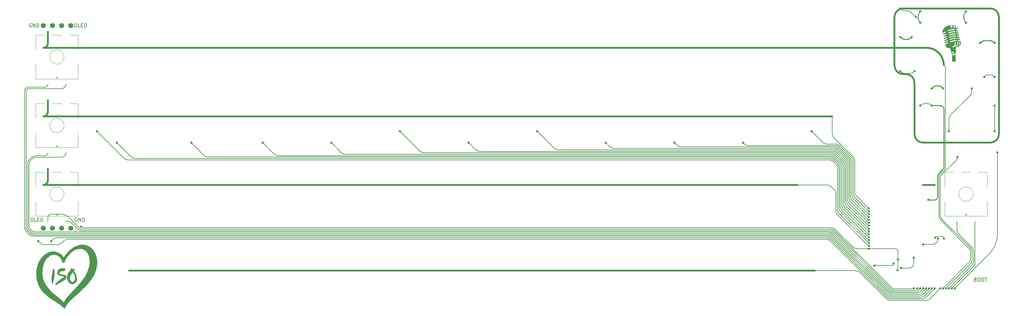
<source format=gbr>
%TF.GenerationSoftware,KiCad,Pcbnew,8.0.5*%
%TF.CreationDate,2024-11-01T20:36:06+01:00*%
%TF.ProjectId,eurovISOn,6575726f-7649-4534-9f6e-2e6b69636164,rev?*%
%TF.SameCoordinates,Original*%
%TF.FileFunction,Legend,Top*%
%TF.FilePolarity,Positive*%
%FSLAX46Y46*%
G04 Gerber Fmt 4.6, Leading zero omitted, Abs format (unit mm)*
G04 Created by KiCad (PCBNEW 8.0.5) date 2024-11-01 20:36:06*
%MOMM*%
%LPD*%
G01*
G04 APERTURE LIST*
%ADD10C,0.199999*%
%ADD11C,0.499999*%
%ADD12C,0.249999*%
%ADD13C,0.000000*%
%ADD14C,0.500000*%
%ADD15C,0.150000*%
%ADD16C,0.120000*%
%ADD17C,1.397000*%
G04 APERTURE END LIST*
D10*
X14618258Y-80055506D02*
X14686646Y-80127370D01*
X176373690Y-57040063D02*
X176466366Y-57070727D01*
X261687989Y-98188473D02*
X261784653Y-98171608D01*
X260684093Y-96436608D02*
X260718471Y-96409819D01*
X19396247Y-58997065D02*
X19429922Y-58968054D01*
X42702560Y-59371384D02*
X42774426Y-59439768D01*
X254667767Y-97410390D02*
X254667751Y-97410382D01*
D11*
X267633719Y-31310745D02*
X267500946Y-31124028D01*
D10*
X238915815Y-74001449D02*
X238923143Y-74099945D01*
X13701671Y-41174543D02*
X13700865Y-41207082D01*
X24700654Y-58555682D02*
X24711618Y-58492851D01*
X266241485Y-81673373D02*
X266228956Y-81683220D01*
X255623108Y-90996884D02*
X255629823Y-90995022D01*
X266112079Y-81888662D02*
X266109970Y-81905262D01*
D12*
X261938335Y-22225888D02*
X261899120Y-22186688D01*
D10*
X237711997Y-79291504D02*
X237619321Y-79260839D01*
X257711355Y-18860927D02*
X257810528Y-18863387D01*
X41743563Y-60318396D02*
X41840226Y-60335264D01*
X239884031Y-61303113D02*
X239835919Y-61218049D01*
X258476939Y-18902179D02*
X258380277Y-18885311D01*
D12*
X266668545Y-70715110D02*
X266669537Y-70675877D01*
D10*
X238086758Y-57595874D02*
X237990096Y-57579006D01*
X237145360Y-82427327D02*
X237067727Y-82366845D01*
X239210022Y-56147500D02*
X239120508Y-56107842D01*
D13*
G36*
X276241279Y-40182478D02*
G01*
X276256514Y-40183637D01*
X276271527Y-40185544D01*
X276286300Y-40188183D01*
X276300814Y-40191533D01*
X276315049Y-40195575D01*
X276328988Y-40200292D01*
X276342611Y-40205663D01*
X276355899Y-40211671D01*
X276368834Y-40218296D01*
X276381397Y-40225520D01*
X276393568Y-40233323D01*
X276405330Y-40241687D01*
X276416662Y-40250593D01*
X276427547Y-40260023D01*
X276437965Y-40269956D01*
X276447898Y-40280375D01*
X276457327Y-40291260D01*
X276466233Y-40302593D01*
X276474597Y-40314355D01*
X276482399Y-40326527D01*
X276489623Y-40339090D01*
X276496248Y-40352025D01*
X276502255Y-40365314D01*
X276507626Y-40378938D01*
X276512343Y-40392877D01*
X276516385Y-40407113D01*
X276519735Y-40421627D01*
X276522373Y-40436400D01*
X276524281Y-40451414D01*
X276525439Y-40466649D01*
X276525829Y-40482087D01*
X276525439Y-40497525D01*
X276524281Y-40512760D01*
X276522373Y-40527774D01*
X276519735Y-40542547D01*
X276516385Y-40557061D01*
X276512343Y-40571297D01*
X276507626Y-40585236D01*
X276502255Y-40598860D01*
X276496248Y-40612149D01*
X276489623Y-40625084D01*
X276482399Y-40637647D01*
X276474597Y-40649819D01*
X276466233Y-40661581D01*
X276457327Y-40672914D01*
X276447898Y-40683799D01*
X276437965Y-40694218D01*
X276427547Y-40704151D01*
X276416662Y-40713581D01*
X276405330Y-40722487D01*
X276393568Y-40730851D01*
X276381397Y-40738654D01*
X276368834Y-40745878D01*
X276355899Y-40752503D01*
X276342611Y-40758511D01*
X276328988Y-40763882D01*
X276315049Y-40768599D01*
X276300814Y-40772641D01*
X276286300Y-40775991D01*
X276271527Y-40778630D01*
X276256514Y-40780537D01*
X276241279Y-40781696D01*
X276225842Y-40782086D01*
X276210404Y-40781696D01*
X276195169Y-40780537D01*
X276180156Y-40778630D01*
X276165383Y-40775991D01*
X276150870Y-40772641D01*
X276136634Y-40768599D01*
X276122695Y-40763882D01*
X276109072Y-40758511D01*
X276095784Y-40752503D01*
X276082849Y-40745878D01*
X276070286Y-40738654D01*
X276058115Y-40730851D01*
X276046354Y-40722487D01*
X276035021Y-40713581D01*
X276024136Y-40704151D01*
X276013718Y-40694218D01*
X276003785Y-40683799D01*
X275994356Y-40672914D01*
X275985450Y-40661581D01*
X275977087Y-40649819D01*
X275969284Y-40637647D01*
X275962060Y-40625084D01*
X275955436Y-40612149D01*
X275949428Y-40598860D01*
X275944057Y-40585236D01*
X275939341Y-40571297D01*
X275935298Y-40557061D01*
X275931948Y-40542547D01*
X275929310Y-40527774D01*
X275927403Y-40512760D01*
X275926244Y-40497525D01*
X275925854Y-40482087D01*
X275926244Y-40466649D01*
X275927403Y-40451414D01*
X275929310Y-40436400D01*
X275931948Y-40421627D01*
X275935298Y-40407113D01*
X275939341Y-40392877D01*
X275944057Y-40378938D01*
X275949428Y-40365314D01*
X275955436Y-40352025D01*
X275962060Y-40339090D01*
X275969284Y-40326527D01*
X275977087Y-40314355D01*
X275985450Y-40302593D01*
X275994356Y-40291260D01*
X276003785Y-40280375D01*
X276013718Y-40269956D01*
X276024136Y-40260023D01*
X276035021Y-40250593D01*
X276046354Y-40241687D01*
X276058115Y-40233323D01*
X276070286Y-40225520D01*
X276082849Y-40218296D01*
X276095784Y-40211671D01*
X276109072Y-40205663D01*
X276122695Y-40200292D01*
X276136634Y-40195575D01*
X276150870Y-40191533D01*
X276165383Y-40188183D01*
X276180156Y-40185544D01*
X276195169Y-40183637D01*
X276210404Y-40182478D01*
X276225842Y-40182088D01*
X276241279Y-40182478D01*
G37*
D10*
X266422856Y-81607911D02*
X266406013Y-81609191D01*
X23508323Y-75410841D02*
X23357065Y-75407086D01*
D12*
X259445971Y-26302276D02*
X259517834Y-26233888D01*
X267436810Y-39827872D02*
X267353412Y-39795688D01*
D10*
X261121059Y-96832889D02*
X261163455Y-96803088D01*
X237963018Y-58909440D02*
X237872000Y-58874312D01*
D13*
G36*
X254518196Y-88795073D02*
G01*
X254533430Y-88796231D01*
X254548444Y-88798139D01*
X254563217Y-88800777D01*
X254577731Y-88804127D01*
X254591967Y-88808170D01*
X254605906Y-88812886D01*
X254619530Y-88818258D01*
X254632819Y-88824266D01*
X254645754Y-88830891D01*
X254658317Y-88838115D01*
X254670489Y-88845918D01*
X254682252Y-88854282D01*
X254693585Y-88863188D01*
X254704471Y-88872618D01*
X254714890Y-88882551D01*
X254724823Y-88892970D01*
X254734253Y-88903855D01*
X254743159Y-88915189D01*
X254751523Y-88926951D01*
X254759327Y-88939123D01*
X254766551Y-88951686D01*
X254773176Y-88964621D01*
X254779184Y-88977910D01*
X254784556Y-88991534D01*
X254789273Y-89005474D01*
X254793316Y-89019710D01*
X254796666Y-89034224D01*
X254799304Y-89048998D01*
X254801212Y-89064012D01*
X254802371Y-89079247D01*
X254802761Y-89094685D01*
X254802371Y-89110124D01*
X254801212Y-89125359D01*
X254799304Y-89140373D01*
X254796666Y-89155147D01*
X254793316Y-89169661D01*
X254789273Y-89183897D01*
X254784556Y-89197837D01*
X254779184Y-89211460D01*
X254773176Y-89224749D01*
X254766551Y-89237685D01*
X254759327Y-89250248D01*
X254751523Y-89262420D01*
X254743159Y-89274182D01*
X254734253Y-89285515D01*
X254724823Y-89296401D01*
X254714890Y-89306820D01*
X254704471Y-89316753D01*
X254693585Y-89326182D01*
X254682252Y-89335089D01*
X254670489Y-89343453D01*
X254658317Y-89351256D01*
X254645754Y-89358480D01*
X254632819Y-89365105D01*
X254619530Y-89371113D01*
X254605906Y-89376484D01*
X254591967Y-89381201D01*
X254577731Y-89385244D01*
X254563217Y-89388593D01*
X254548444Y-89391232D01*
X254533430Y-89393140D01*
X254518196Y-89394298D01*
X254502758Y-89394688D01*
X254487321Y-89394298D01*
X254472086Y-89393140D01*
X254457072Y-89391232D01*
X254442299Y-89388593D01*
X254427785Y-89385244D01*
X254413549Y-89381201D01*
X254399610Y-89376484D01*
X254385986Y-89371113D01*
X254372697Y-89365105D01*
X254359762Y-89358480D01*
X254347199Y-89351256D01*
X254335027Y-89343453D01*
X254323265Y-89335089D01*
X254311931Y-89326182D01*
X254301046Y-89316753D01*
X254290627Y-89306820D01*
X254280693Y-89296401D01*
X254271263Y-89285515D01*
X254262357Y-89274182D01*
X254253993Y-89262420D01*
X254246189Y-89250248D01*
X254238965Y-89237685D01*
X254232340Y-89224749D01*
X254226332Y-89211460D01*
X254220960Y-89197837D01*
X254216243Y-89183897D01*
X254212200Y-89169661D01*
X254208850Y-89155147D01*
X254206212Y-89140373D01*
X254204304Y-89125359D01*
X254203145Y-89110124D01*
X254202755Y-89094685D01*
X254203145Y-89079247D01*
X254204304Y-89064012D01*
X254206212Y-89048998D01*
X254208850Y-89034224D01*
X254212200Y-89019710D01*
X254216243Y-89005474D01*
X254220960Y-88991534D01*
X254226332Y-88977910D01*
X254232340Y-88964621D01*
X254238965Y-88951686D01*
X254246189Y-88939123D01*
X254253993Y-88926951D01*
X254262357Y-88915189D01*
X254271263Y-88903855D01*
X254280693Y-88892970D01*
X254290627Y-88882551D01*
X254301046Y-88872618D01*
X254311931Y-88863188D01*
X254323265Y-88854282D01*
X254335027Y-88845918D01*
X254347199Y-88838115D01*
X254359762Y-88830891D01*
X254372697Y-88824266D01*
X254385986Y-88818258D01*
X254399610Y-88812886D01*
X254413549Y-88808170D01*
X254427785Y-88804127D01*
X254442299Y-88800777D01*
X254457072Y-88798139D01*
X254472086Y-88796231D01*
X254487321Y-88795073D01*
X254502758Y-88794682D01*
X254518196Y-88795073D01*
G37*
D10*
X15580397Y-80687923D02*
X15674565Y-80714057D01*
D12*
X266169280Y-71392013D02*
X266203901Y-71378362D01*
D10*
X266830339Y-82527903D02*
X266844125Y-82448890D01*
X14503324Y-61636411D02*
X14500865Y-61735585D01*
X254479737Y-89435351D02*
X254485732Y-89417228D01*
X238880619Y-56948963D02*
X238791420Y-56909440D01*
X236308428Y-81176841D02*
X236209255Y-81174382D01*
X123881059Y-58318297D02*
X123977721Y-58335165D01*
X28128078Y-79720183D02*
X28164850Y-79751859D01*
X253920467Y-97723927D02*
X254014636Y-97750060D01*
X13941193Y-40699486D02*
X13916641Y-40720639D01*
X236732643Y-60366876D02*
X236634142Y-60359546D01*
X237813719Y-79810006D02*
X237726505Y-79766156D01*
D11*
X18805417Y-48201989D02*
X18866285Y-48181394D01*
D10*
X63244679Y-59221131D02*
X63327433Y-59273427D01*
X240919552Y-71908482D02*
X240922010Y-72007637D01*
X237453610Y-79660841D02*
X237359441Y-79634707D01*
X283353429Y-81238723D02*
X283363323Y-80839284D01*
X254388088Y-89580037D02*
X254401462Y-89565983D01*
X13700865Y-78878781D02*
X13700865Y-41207085D01*
X276335877Y-85947213D02*
X276328552Y-85848716D01*
X239083943Y-61634256D02*
X239035836Y-61549190D01*
X19619839Y-58724686D02*
X19639572Y-58685439D01*
X242803283Y-71335232D02*
X242855585Y-71417985D01*
X14686665Y-80127385D02*
X14686646Y-80127370D01*
X136525845Y-55563386D02*
X138333843Y-57371384D01*
X264952439Y-45097528D02*
X264874804Y-45037047D01*
X236566715Y-82566151D02*
X236477516Y-82526628D01*
X262390394Y-99000593D02*
X262488054Y-98988461D01*
X236738319Y-80384168D02*
X236639819Y-80376838D01*
X276716404Y-88619315D02*
X276728536Y-88521652D01*
X13805354Y-40238710D02*
X13766953Y-40258378D01*
X266439121Y-83304719D02*
X266491817Y-83243550D01*
D11*
X19725864Y-27900887D02*
X19725864Y-24750888D01*
D10*
X238647045Y-61689187D02*
X238751446Y-61869984D01*
X253405382Y-98458130D02*
X253496401Y-98493257D01*
X241006002Y-72490071D02*
X241036665Y-72582741D01*
X254188201Y-89687001D02*
X254206875Y-89682791D01*
X259687790Y-36167387D02*
X259776987Y-36127870D01*
X242517192Y-61151532D02*
X242509863Y-61053048D01*
X236477516Y-82526628D02*
X236386497Y-82491501D01*
X16049543Y-80353329D02*
X16140971Y-80364947D01*
X260134625Y-87529584D02*
X260134625Y-89004880D01*
X234758846Y-55371285D02*
X234758846Y-55371384D01*
X237921048Y-57995875D02*
X237824386Y-57979008D01*
D13*
G36*
X261953773Y-95744970D02*
G01*
X261969008Y-95746129D01*
X261984021Y-95748037D01*
X261998794Y-95750675D01*
X262013308Y-95754025D01*
X262027543Y-95758068D01*
X262041482Y-95762784D01*
X262055105Y-95768156D01*
X262068393Y-95774164D01*
X262081328Y-95780789D01*
X262093891Y-95788012D01*
X262106062Y-95795816D01*
X262117823Y-95804180D01*
X262129156Y-95813086D01*
X262140041Y-95822515D01*
X262150459Y-95832449D01*
X262160392Y-95842868D01*
X262169821Y-95853753D01*
X262178727Y-95865086D01*
X262187090Y-95876848D01*
X262194893Y-95889020D01*
X262202117Y-95901584D01*
X262208741Y-95914519D01*
X262214749Y-95927808D01*
X262220120Y-95941432D01*
X262224837Y-95955371D01*
X262228879Y-95969608D01*
X262232229Y-95984122D01*
X262234867Y-95998896D01*
X262236774Y-96013910D01*
X262237933Y-96029145D01*
X262238323Y-96044583D01*
X262237933Y-96060021D01*
X262236774Y-96075257D01*
X262234867Y-96090271D01*
X262232229Y-96105044D01*
X262228879Y-96119559D01*
X262224837Y-96133795D01*
X262220120Y-96147734D01*
X262214749Y-96161358D01*
X262208741Y-96174647D01*
X262202117Y-96187583D01*
X262194893Y-96200146D01*
X262187090Y-96212318D01*
X262178727Y-96224080D01*
X262169821Y-96235413D01*
X262160392Y-96246299D01*
X262150459Y-96256718D01*
X262140041Y-96266651D01*
X262129156Y-96276080D01*
X262117823Y-96284986D01*
X262106062Y-96293351D01*
X262093891Y-96301154D01*
X262081328Y-96308378D01*
X262068393Y-96315003D01*
X262055105Y-96321011D01*
X262041482Y-96326382D01*
X262027543Y-96331099D01*
X262013308Y-96335141D01*
X261998794Y-96338491D01*
X261984021Y-96341130D01*
X261969008Y-96343037D01*
X261953773Y-96344196D01*
X261938335Y-96344586D01*
X261922898Y-96344196D01*
X261907663Y-96343037D01*
X261892650Y-96341130D01*
X261877877Y-96338491D01*
X261863363Y-96335141D01*
X261849128Y-96331099D01*
X261835189Y-96326382D01*
X261821566Y-96321011D01*
X261808278Y-96315003D01*
X261795343Y-96308378D01*
X261782780Y-96301154D01*
X261770609Y-96293351D01*
X261758847Y-96284986D01*
X261747515Y-96276080D01*
X261736630Y-96266651D01*
X261726212Y-96256718D01*
X261716279Y-96246299D01*
X261706850Y-96235413D01*
X261697944Y-96224080D01*
X261689581Y-96212318D01*
X261681778Y-96200146D01*
X261674554Y-96187583D01*
X261667930Y-96174647D01*
X261661922Y-96161358D01*
X261656551Y-96147734D01*
X261651834Y-96133795D01*
X261647792Y-96119559D01*
X261644442Y-96105044D01*
X261641804Y-96090271D01*
X261639896Y-96075257D01*
X261638738Y-96060021D01*
X261638348Y-96044583D01*
X261638738Y-96029145D01*
X261639896Y-96013910D01*
X261641804Y-95998896D01*
X261644442Y-95984122D01*
X261647792Y-95969608D01*
X261651834Y-95955371D01*
X261656551Y-95941432D01*
X261661922Y-95927808D01*
X261667930Y-95914519D01*
X261674554Y-95901584D01*
X261681778Y-95889020D01*
X261689581Y-95876848D01*
X261697944Y-95865086D01*
X261706850Y-95853753D01*
X261716279Y-95842868D01*
X261726212Y-95832449D01*
X261736630Y-95822515D01*
X261747515Y-95813086D01*
X261758847Y-95804180D01*
X261770609Y-95795816D01*
X261782780Y-95788012D01*
X261795343Y-95780789D01*
X261808278Y-95774164D01*
X261821566Y-95768156D01*
X261835189Y-95762784D01*
X261849128Y-95758068D01*
X261863363Y-95754025D01*
X261877877Y-95750675D01*
X261892650Y-95748037D01*
X261907663Y-95746129D01*
X261922898Y-95744970D01*
X261938335Y-95744580D01*
X261953773Y-95744970D01*
G37*
D12*
X274013348Y-20772488D02*
X274013348Y-20504289D01*
D10*
X241805992Y-71690126D02*
X241836655Y-71782800D01*
X240235930Y-61052271D02*
X240183629Y-60969518D01*
X276621206Y-85206354D02*
X276586079Y-85115335D01*
X255678728Y-90968896D02*
X255684065Y-90964300D01*
D12*
X274130465Y-21446820D02*
X274165592Y-21537839D01*
D10*
X262184641Y-98571589D02*
X262280138Y-98550054D01*
X14153844Y-80146433D02*
X14218320Y-80221268D01*
X20548175Y-75411544D02*
X20503615Y-75417079D01*
X240033201Y-61663205D02*
X240002536Y-61570535D01*
X241836969Y-72850716D02*
X241905361Y-72922582D01*
X255244828Y-85101068D02*
X255206972Y-85084294D01*
X272126115Y-60115677D02*
X272153107Y-60054773D01*
X124173886Y-58354628D02*
X124273060Y-58357087D01*
D11*
X49372063Y-67310880D02*
X227807049Y-67310880D01*
D10*
X276735865Y-85781511D02*
X276728536Y-85683013D01*
X235909828Y-82384168D02*
X235811328Y-82376838D01*
X237363354Y-58357087D02*
X237363369Y-58357087D01*
X18279520Y-83827463D02*
X18372196Y-83858128D01*
X255684065Y-90964300D02*
X255689190Y-90959424D01*
X28092764Y-79686581D02*
X28128078Y-79720183D01*
X272140806Y-79722954D02*
X272148135Y-79821452D01*
X243280878Y-60527301D02*
X243259346Y-60431805D01*
X238280544Y-60142884D02*
X239133846Y-60996186D01*
X261974323Y-98123942D02*
X262067002Y-98093278D01*
X258876455Y-90394349D02*
X258944639Y-90385879D01*
X24930767Y-82434703D02*
X24836598Y-82460836D01*
D12*
X268244000Y-45599375D02*
X268212768Y-45563125D01*
D10*
X14721173Y-81238349D02*
X14803926Y-81290651D01*
X257136192Y-36202563D02*
X257228867Y-36233228D01*
X238451855Y-79760182D02*
X243125652Y-84433881D01*
D11*
X264409995Y-29265805D02*
X264171659Y-29235505D01*
D10*
X253146583Y-97817925D02*
X253226859Y-97874351D01*
X261392651Y-98210385D02*
X261491824Y-98207930D01*
X14836901Y-60625994D02*
X14784599Y-60708747D01*
D12*
X257540186Y-26797665D02*
X257637849Y-26809798D01*
D10*
X261792645Y-98610379D02*
X261891817Y-98607920D01*
X243036966Y-71650734D02*
X243105358Y-71722600D01*
X252737536Y-98557439D02*
X252815170Y-98617920D01*
X268847454Y-62669920D02*
X268862042Y-62605229D01*
D11*
X42228363Y-91123380D02*
X232728344Y-91123380D01*
D10*
X242055561Y-72218047D02*
X242111985Y-72298324D01*
X237724831Y-60749549D02*
X237644556Y-60693123D01*
X242284035Y-60309002D02*
X242235925Y-60223937D01*
X14036926Y-79988513D02*
X14093357Y-80068794D01*
D12*
X268415378Y-62453750D02*
X268432497Y-62377829D01*
D10*
X22045063Y-82013175D02*
X21949566Y-82034709D01*
X242527198Y-59895138D02*
X242466717Y-59817501D01*
X242929338Y-70106148D02*
X242941470Y-70203808D01*
X238648824Y-55977075D02*
X238550816Y-55964903D01*
X268150997Y-81665018D02*
X268124237Y-81653161D01*
X275408550Y-91282079D02*
X270694622Y-95996083D01*
X16243565Y-59639674D02*
X16148068Y-59661208D01*
X13339649Y-79436469D02*
X13361182Y-79531964D01*
X13452966Y-40543544D02*
X13429801Y-40579678D01*
X241719555Y-61581986D02*
X241717095Y-61482796D01*
X268808978Y-62796490D02*
X268829751Y-62733711D01*
X242579875Y-70795911D02*
X242606008Y-70890072D01*
X238387520Y-59149648D02*
X238307246Y-59093223D01*
X254490510Y-96093264D02*
X254583186Y-96123928D01*
D11*
X19095145Y-48071231D02*
X19148296Y-48037157D01*
X19622915Y-47460797D02*
X19646371Y-47401308D01*
D10*
X19993128Y-75674344D02*
X19961925Y-75707132D01*
X237476741Y-60592712D02*
X237389527Y-60548861D01*
D11*
X19725863Y-66000882D02*
X19725864Y-66000882D01*
D10*
X268393819Y-81874604D02*
X268376891Y-81850522D01*
X259272785Y-90294894D02*
X259335059Y-90267302D01*
X253394678Y-97974762D02*
X253481892Y-98018613D01*
X18958768Y-59191023D02*
X19002266Y-59183433D01*
X237893156Y-59840804D02*
X237808085Y-59792692D01*
X13993005Y-40661130D02*
X13966666Y-40679643D01*
D12*
X267268496Y-39767594D02*
X267182213Y-39743651D01*
D10*
X13936505Y-79820684D02*
X13984619Y-79905755D01*
X14558381Y-79004051D02*
X14582999Y-79090745D01*
X240433201Y-61497440D02*
X240402537Y-61404766D01*
D12*
X261315794Y-20405115D02*
X261313335Y-20504289D01*
D10*
X237167281Y-79596306D02*
X237069618Y-79584173D01*
X241727210Y-60226441D02*
X241666729Y-60148804D01*
X265852852Y-83717842D02*
X265925764Y-83685537D01*
X23617834Y-59586636D02*
X23680665Y-59575672D01*
X242002543Y-60741966D02*
X241967417Y-60650948D01*
X237995967Y-68543266D02*
X237927578Y-68471402D01*
X101866388Y-58670627D02*
X101960556Y-58696760D01*
D12*
X266153875Y-39774841D02*
X266061198Y-39805506D01*
D10*
X240119656Y-62244786D02*
X240117198Y-62145633D01*
X23923352Y-59501925D02*
X23981332Y-59476235D01*
X254607143Y-96571590D02*
X254703805Y-96588457D01*
D12*
X268237774Y-62882531D02*
X268276020Y-62814903D01*
D10*
X243202553Y-60244964D02*
X243167427Y-60153946D01*
D12*
X266635261Y-70902590D02*
X266645534Y-70866411D01*
X267865315Y-45318309D02*
X267821222Y-45301295D01*
D10*
X255065679Y-96207926D02*
X255164852Y-96210385D01*
X272198041Y-59929348D02*
X272215891Y-59865050D01*
X253087856Y-97224583D02*
X238666851Y-82803578D01*
X267894634Y-81607480D02*
X267894634Y-81607488D01*
D12*
X266645534Y-70866411D02*
X266654047Y-70829526D01*
D10*
X283015161Y-83182054D02*
X283120409Y-82802771D01*
D13*
G36*
X174641288Y-55263777D02*
G01*
X174656523Y-55264935D01*
X174671537Y-55266843D01*
X174686310Y-55269482D01*
X174700824Y-55272831D01*
X174715060Y-55276874D01*
X174728999Y-55281591D01*
X174742622Y-55286962D01*
X174755911Y-55292970D01*
X174768847Y-55299595D01*
X174781410Y-55306819D01*
X174793582Y-55314622D01*
X174805344Y-55322986D01*
X174816678Y-55331892D01*
X174827563Y-55341321D01*
X174837982Y-55351255D01*
X174847916Y-55361674D01*
X174857345Y-55372559D01*
X174866252Y-55383892D01*
X174874616Y-55395654D01*
X174882420Y-55407826D01*
X174889644Y-55420389D01*
X174896269Y-55433324D01*
X174902277Y-55446613D01*
X174907649Y-55460237D01*
X174912366Y-55474176D01*
X174916408Y-55488412D01*
X174919759Y-55502926D01*
X174922397Y-55517699D01*
X174924305Y-55532713D01*
X174925463Y-55547948D01*
X174925854Y-55563386D01*
X174925463Y-55578824D01*
X174924305Y-55594059D01*
X174922397Y-55609072D01*
X174919759Y-55623846D01*
X174916408Y-55638360D01*
X174912366Y-55652596D01*
X174907649Y-55666535D01*
X174902277Y-55680159D01*
X174896269Y-55693447D01*
X174889644Y-55706383D01*
X174882420Y-55718946D01*
X174874616Y-55731118D01*
X174866252Y-55742880D01*
X174857345Y-55754213D01*
X174847916Y-55765098D01*
X174837982Y-55775517D01*
X174827563Y-55785450D01*
X174816678Y-55794879D01*
X174805344Y-55803785D01*
X174793582Y-55812150D01*
X174781410Y-55819953D01*
X174768847Y-55827177D01*
X174755911Y-55833802D01*
X174742622Y-55839809D01*
X174728999Y-55845181D01*
X174715060Y-55849898D01*
X174700824Y-55853940D01*
X174686310Y-55857290D01*
X174671537Y-55859928D01*
X174656523Y-55861836D01*
X174641288Y-55862995D01*
X174625851Y-55863385D01*
X174610413Y-55862995D01*
X174595178Y-55861836D01*
X174580165Y-55859928D01*
X174565392Y-55857290D01*
X174550878Y-55853940D01*
X174536642Y-55849898D01*
X174522703Y-55845181D01*
X174509079Y-55839809D01*
X174495790Y-55833802D01*
X174482855Y-55827177D01*
X174470291Y-55819953D01*
X174458119Y-55812150D01*
X174446357Y-55803785D01*
X174435024Y-55794879D01*
X174424138Y-55785450D01*
X174413719Y-55775517D01*
X174403786Y-55765098D01*
X174394356Y-55754213D01*
X174385450Y-55742880D01*
X174377085Y-55731118D01*
X174369282Y-55718946D01*
X174362058Y-55706383D01*
X174355432Y-55693447D01*
X174349424Y-55680159D01*
X174344053Y-55666535D01*
X174339336Y-55652596D01*
X174335293Y-55638360D01*
X174331943Y-55623846D01*
X174329305Y-55609072D01*
X174327397Y-55594059D01*
X174326238Y-55578824D01*
X174325848Y-55563386D01*
X174326238Y-55547948D01*
X174327397Y-55532713D01*
X174329305Y-55517699D01*
X174331943Y-55502926D01*
X174335293Y-55488412D01*
X174339336Y-55474176D01*
X174344053Y-55460237D01*
X174349424Y-55446613D01*
X174355432Y-55433324D01*
X174362058Y-55420389D01*
X174369282Y-55407826D01*
X174377085Y-55395654D01*
X174385450Y-55383892D01*
X174394356Y-55372559D01*
X174403786Y-55361674D01*
X174413719Y-55351255D01*
X174424138Y-55341321D01*
X174435024Y-55331892D01*
X174446357Y-55322986D01*
X174458119Y-55314622D01*
X174470291Y-55306819D01*
X174482855Y-55299595D01*
X174495790Y-55292970D01*
X174509079Y-55286962D01*
X174522703Y-55281591D01*
X174536642Y-55276874D01*
X174550878Y-55272831D01*
X174565392Y-55269482D01*
X174580165Y-55266843D01*
X174595178Y-55264935D01*
X174610413Y-55263777D01*
X174625851Y-55263387D01*
X174641288Y-55263777D01*
G37*
D10*
X268881687Y-62473591D02*
X268886652Y-62406865D01*
X21495290Y-82210008D02*
X21410225Y-82258118D01*
X276187055Y-41578389D02*
X276203922Y-41481726D01*
X19325185Y-39999674D02*
X19361310Y-39974282D01*
X241666729Y-60148804D02*
X241602260Y-60073971D01*
X256396343Y-18277587D02*
X256468206Y-18345975D01*
X237726505Y-79766156D02*
X237637306Y-79726633D01*
X83406060Y-59118395D02*
X83502723Y-59135263D01*
D11*
X263684734Y-29210887D02*
X263684521Y-29210887D01*
D10*
X15487721Y-80657259D02*
X15580397Y-80687923D01*
X240929338Y-72106121D02*
X240941470Y-72203770D01*
X254511645Y-96550055D02*
X254607143Y-96571590D01*
X161375382Y-57547291D02*
X161473882Y-57554621D01*
X14336476Y-79654942D02*
X14384585Y-79740007D01*
X14253105Y-79478531D02*
X14292627Y-79567729D01*
X253312271Y-97417924D02*
X253392546Y-97474349D01*
X238866640Y-61308524D02*
X238802175Y-61233692D01*
D12*
X274248965Y-21714251D02*
X274297074Y-21799316D01*
D10*
X262257148Y-44980641D02*
X262176869Y-45037061D01*
X28804016Y-79535317D02*
X28827366Y-79544330D01*
D12*
X281514445Y-27195951D02*
X281417783Y-27179090D01*
D10*
X25418264Y-82374379D02*
X25319091Y-82376838D01*
X28202999Y-79781575D02*
X28242446Y-79809298D01*
X254312338Y-89639106D02*
X254328520Y-89628879D01*
X14416565Y-80988583D02*
X13886665Y-80458684D01*
X240327889Y-61224550D02*
X240284039Y-61137336D01*
X258922436Y-36319585D02*
X258922436Y-36319688D01*
X18012089Y-83708962D02*
X18099303Y-83752812D01*
X33338364Y-52388387D02*
X40721363Y-59771386D01*
X14384598Y-60543048D02*
X14336488Y-60628114D01*
X238361122Y-69120240D02*
X238321601Y-69031042D01*
X262734409Y-98374753D02*
X262819473Y-98326643D01*
X24649740Y-58739206D02*
X24669671Y-58678966D01*
X237802465Y-60810030D02*
X237724831Y-60749549D01*
D12*
X266577519Y-71039279D02*
X266594356Y-71006406D01*
D10*
X267804821Y-64550084D02*
X267768607Y-64588146D01*
X254399490Y-96058136D02*
X254490510Y-96093264D01*
X238286251Y-80160184D02*
X238286144Y-80160184D01*
X266541253Y-83180089D02*
X266587375Y-83114469D01*
X235781032Y-55918296D02*
X235877694Y-55935163D01*
X242684033Y-60143234D02*
X242635924Y-60058169D01*
X13729657Y-40279822D02*
X13693523Y-40302988D01*
X160158856Y-56971387D02*
X155575848Y-52388387D01*
X16536391Y-59603344D02*
X16437891Y-59610674D01*
X214348049Y-56357087D02*
X238303753Y-56357087D01*
X18658524Y-83922663D02*
X18756187Y-83934795D01*
D11*
X19296676Y-47920571D02*
X19342172Y-47877195D01*
D10*
X238064495Y-79458115D02*
X237979430Y-79410005D01*
X240919552Y-61913384D02*
X240917094Y-61814201D01*
X254071569Y-98607920D02*
X254170742Y-98610379D01*
X243513012Y-84735948D02*
X243598077Y-84784058D01*
X238552123Y-74694266D02*
X238573654Y-74789761D01*
D12*
X267908525Y-45337452D02*
X267865315Y-45318309D01*
D10*
X243505337Y-71322659D02*
X243505352Y-71322682D01*
X24038021Y-59447733D02*
X24093314Y-59416462D01*
D11*
X19596682Y-28468826D02*
X19622916Y-28410798D01*
D10*
X252922253Y-97624585D02*
X237457745Y-82160184D01*
X253087856Y-97224583D02*
X253087948Y-97224583D01*
X237529631Y-53259971D02*
X237551163Y-53355466D01*
D13*
G36*
X268303779Y-40182478D02*
G01*
X268319014Y-40183637D01*
X268334027Y-40185544D01*
X268348800Y-40188183D01*
X268363314Y-40191533D01*
X268377549Y-40195575D01*
X268391488Y-40200292D01*
X268405111Y-40205663D01*
X268418399Y-40211671D01*
X268431334Y-40218296D01*
X268443897Y-40225520D01*
X268456068Y-40233323D01*
X268467830Y-40241687D01*
X268479162Y-40250593D01*
X268490047Y-40260023D01*
X268500465Y-40269956D01*
X268510398Y-40280375D01*
X268519827Y-40291260D01*
X268528733Y-40302593D01*
X268537097Y-40314355D01*
X268544899Y-40326527D01*
X268552123Y-40339090D01*
X268558748Y-40352025D01*
X268564755Y-40365314D01*
X268570126Y-40378938D01*
X268574843Y-40392877D01*
X268578885Y-40407113D01*
X268582235Y-40421627D01*
X268584873Y-40436400D01*
X268586781Y-40451414D01*
X268587939Y-40466649D01*
X268588329Y-40482087D01*
X268587939Y-40497525D01*
X268586781Y-40512760D01*
X268584873Y-40527774D01*
X268582235Y-40542547D01*
X268578885Y-40557061D01*
X268574843Y-40571297D01*
X268570126Y-40585236D01*
X268564755Y-40598860D01*
X268558748Y-40612149D01*
X268552123Y-40625084D01*
X268544899Y-40637647D01*
X268537097Y-40649819D01*
X268528733Y-40661581D01*
X268519827Y-40672914D01*
X268510398Y-40683799D01*
X268500465Y-40694218D01*
X268490047Y-40704151D01*
X268479162Y-40713581D01*
X268467830Y-40722487D01*
X268456068Y-40730851D01*
X268443897Y-40738654D01*
X268431334Y-40745878D01*
X268418399Y-40752503D01*
X268405111Y-40758511D01*
X268391488Y-40763882D01*
X268377549Y-40768599D01*
X268363314Y-40772641D01*
X268348800Y-40775991D01*
X268334027Y-40778630D01*
X268319014Y-40780537D01*
X268303779Y-40781696D01*
X268288342Y-40782086D01*
X268272904Y-40781696D01*
X268257669Y-40780537D01*
X268242656Y-40778630D01*
X268227883Y-40775991D01*
X268213370Y-40772641D01*
X268199134Y-40768599D01*
X268185195Y-40763882D01*
X268171572Y-40758511D01*
X268158284Y-40752503D01*
X268145349Y-40745878D01*
X268132786Y-40738654D01*
X268120615Y-40730851D01*
X268108854Y-40722487D01*
X268097521Y-40713581D01*
X268086636Y-40704151D01*
X268076218Y-40694218D01*
X268066285Y-40683799D01*
X268056856Y-40672914D01*
X268047950Y-40661581D01*
X268039587Y-40649819D01*
X268031784Y-40637647D01*
X268024560Y-40625084D01*
X268017936Y-40612149D01*
X268011928Y-40598860D01*
X268006557Y-40585236D01*
X268001841Y-40571297D01*
X267997798Y-40557061D01*
X267994448Y-40542547D01*
X267991810Y-40527774D01*
X267989903Y-40512760D01*
X267988744Y-40497525D01*
X267988354Y-40482087D01*
X267988744Y-40466649D01*
X267989903Y-40451414D01*
X267991810Y-40436400D01*
X267994448Y-40421627D01*
X267997798Y-40407113D01*
X268001841Y-40392877D01*
X268006557Y-40378938D01*
X268011928Y-40365314D01*
X268017936Y-40352025D01*
X268024560Y-40339090D01*
X268031784Y-40326527D01*
X268039587Y-40314355D01*
X268047950Y-40302593D01*
X268056856Y-40291260D01*
X268066285Y-40280375D01*
X268076218Y-40269956D01*
X268086636Y-40260023D01*
X268097521Y-40250593D01*
X268108854Y-40241687D01*
X268120615Y-40233323D01*
X268132786Y-40225520D01*
X268145349Y-40218296D01*
X268158284Y-40211671D01*
X268171572Y-40205663D01*
X268185195Y-40200292D01*
X268199134Y-40195575D01*
X268213370Y-40191533D01*
X268227883Y-40188183D01*
X268242656Y-40185544D01*
X268257669Y-40183637D01*
X268272904Y-40182478D01*
X268288342Y-40182088D01*
X268303779Y-40182478D01*
G37*
D10*
X238642808Y-56390637D02*
X238559201Y-56376048D01*
X240983647Y-60638116D02*
X240927222Y-60557839D01*
X26270999Y-77868291D02*
X26196168Y-77803822D01*
X242583623Y-59975415D02*
X242527198Y-59895138D01*
X14972196Y-80381920D02*
X15052472Y-80438346D01*
X254772853Y-96171596D02*
X254869516Y-96188463D01*
X266134322Y-81810064D02*
X266128383Y-81825127D01*
D13*
G36*
X193691291Y-55263777D02*
G01*
X193706526Y-55264935D01*
X193721540Y-55266843D01*
X193736313Y-55269482D01*
X193750827Y-55272831D01*
X193765063Y-55276874D01*
X193779002Y-55281591D01*
X193792625Y-55286962D01*
X193805914Y-55292970D01*
X193818850Y-55299595D01*
X193831413Y-55306819D01*
X193843585Y-55314622D01*
X193855347Y-55322986D01*
X193866681Y-55331892D01*
X193877566Y-55341321D01*
X193887985Y-55351255D01*
X193897919Y-55361674D01*
X193907348Y-55372559D01*
X193916255Y-55383892D01*
X193924619Y-55395654D01*
X193932423Y-55407826D01*
X193939647Y-55420389D01*
X193946272Y-55433324D01*
X193952280Y-55446613D01*
X193957652Y-55460237D01*
X193962369Y-55474176D01*
X193966412Y-55488412D01*
X193969762Y-55502926D01*
X193972400Y-55517699D01*
X193974308Y-55532713D01*
X193975466Y-55547948D01*
X193975857Y-55563386D01*
X193975466Y-55578824D01*
X193974308Y-55594059D01*
X193972400Y-55609072D01*
X193969762Y-55623846D01*
X193966412Y-55638360D01*
X193962369Y-55652596D01*
X193957652Y-55666535D01*
X193952280Y-55680159D01*
X193946272Y-55693447D01*
X193939647Y-55706383D01*
X193932423Y-55718946D01*
X193924619Y-55731118D01*
X193916255Y-55742880D01*
X193907348Y-55754213D01*
X193897919Y-55765098D01*
X193887985Y-55775517D01*
X193877566Y-55785450D01*
X193866681Y-55794879D01*
X193855347Y-55803785D01*
X193843585Y-55812150D01*
X193831413Y-55819953D01*
X193818850Y-55827177D01*
X193805914Y-55833802D01*
X193792625Y-55839809D01*
X193779002Y-55845181D01*
X193765063Y-55849898D01*
X193750827Y-55853940D01*
X193736313Y-55857290D01*
X193721540Y-55859928D01*
X193706526Y-55861836D01*
X193691291Y-55862995D01*
X193675854Y-55863385D01*
X193660416Y-55862995D01*
X193645181Y-55861836D01*
X193630168Y-55859928D01*
X193615395Y-55857290D01*
X193600881Y-55853940D01*
X193586645Y-55849898D01*
X193572706Y-55845181D01*
X193559082Y-55839809D01*
X193545793Y-55833802D01*
X193532858Y-55827177D01*
X193520294Y-55819953D01*
X193508122Y-55812150D01*
X193496360Y-55803785D01*
X193485027Y-55794879D01*
X193474141Y-55785450D01*
X193463722Y-55775517D01*
X193453789Y-55765098D01*
X193444359Y-55754213D01*
X193435453Y-55742880D01*
X193427088Y-55731118D01*
X193419285Y-55718946D01*
X193412061Y-55706383D01*
X193405436Y-55693447D01*
X193399427Y-55680159D01*
X193394056Y-55666535D01*
X193389339Y-55652596D01*
X193385296Y-55638360D01*
X193381946Y-55623846D01*
X193379308Y-55609072D01*
X193377400Y-55594059D01*
X193376241Y-55578824D01*
X193375851Y-55563386D01*
X193376241Y-55547948D01*
X193377400Y-55532713D01*
X193379308Y-55517699D01*
X193381946Y-55502926D01*
X193385296Y-55488412D01*
X193389339Y-55474176D01*
X193394056Y-55460237D01*
X193399427Y-55446613D01*
X193405436Y-55433324D01*
X193412061Y-55420389D01*
X193419285Y-55407826D01*
X193427088Y-55395654D01*
X193435453Y-55383892D01*
X193444359Y-55372559D01*
X193453789Y-55361674D01*
X193463722Y-55351255D01*
X193474141Y-55341321D01*
X193485027Y-55331892D01*
X193496360Y-55322986D01*
X193508122Y-55314622D01*
X193520294Y-55306819D01*
X193532858Y-55299595D01*
X193545793Y-55292970D01*
X193559082Y-55286962D01*
X193572706Y-55281591D01*
X193586645Y-55276874D01*
X193600881Y-55272831D01*
X193615395Y-55269482D01*
X193630168Y-55266843D01*
X193645181Y-55264935D01*
X193660416Y-55263777D01*
X193675854Y-55263387D01*
X193691291Y-55263777D01*
G37*
D12*
X266735546Y-39688386D02*
X266636373Y-39690845D01*
D10*
X268297331Y-81762707D02*
X268274881Y-81743367D01*
X238125851Y-61119584D02*
X238132351Y-61135384D01*
X19002266Y-59183433D02*
X19045240Y-59173743D01*
X241202159Y-60239572D02*
X241133770Y-60167710D01*
D12*
X261399788Y-19922624D02*
X261373655Y-20016792D01*
D10*
X254150204Y-89692671D02*
X254169301Y-89690299D01*
X82943501Y-58965411D02*
X83032700Y-59004935D01*
X101033856Y-58171285D02*
X101033856Y-58171388D01*
X237726722Y-57966875D02*
X237628222Y-57959545D01*
D11*
X18483277Y-48259180D02*
X18549804Y-48254121D01*
D10*
X253544015Y-99388460D02*
X253641678Y-99400593D01*
X25319091Y-82376838D02*
X25220590Y-82384168D01*
X252649482Y-99017922D02*
X252729758Y-99074347D01*
X213582687Y-56204935D02*
X213673707Y-56240063D01*
X236075538Y-81984174D02*
X235977038Y-81976844D01*
X238555889Y-58240820D02*
X238470824Y-58192710D01*
X235685534Y-55896761D02*
X235781032Y-55918296D01*
D13*
G36*
X247666282Y-84720068D02*
G01*
X247681517Y-84721227D01*
X247696530Y-84723134D01*
X247711304Y-84725773D01*
X247725818Y-84729123D01*
X247740054Y-84733165D01*
X247753993Y-84737882D01*
X247767616Y-84743253D01*
X247780905Y-84749261D01*
X247793841Y-84755886D01*
X247806404Y-84763110D01*
X247818576Y-84770913D01*
X247830338Y-84779278D01*
X247841671Y-84788184D01*
X247852557Y-84797613D01*
X247862976Y-84807546D01*
X247872910Y-84817965D01*
X247882339Y-84828851D01*
X247891246Y-84840184D01*
X247899610Y-84851946D01*
X247907414Y-84864118D01*
X247914637Y-84876681D01*
X247921263Y-84889617D01*
X247927271Y-84902906D01*
X247932643Y-84916530D01*
X247937360Y-84930469D01*
X247941402Y-84944705D01*
X247944752Y-84959220D01*
X247947391Y-84973993D01*
X247949299Y-84989007D01*
X247950457Y-85004243D01*
X247950848Y-85019681D01*
X247950457Y-85035119D01*
X247949299Y-85050354D01*
X247947391Y-85065368D01*
X247944752Y-85080142D01*
X247941402Y-85094656D01*
X247937360Y-85108893D01*
X247932643Y-85122832D01*
X247927271Y-85136456D01*
X247921263Y-85149745D01*
X247914637Y-85162680D01*
X247907414Y-85175244D01*
X247899610Y-85187416D01*
X247891246Y-85199178D01*
X247882339Y-85210511D01*
X247872910Y-85221396D01*
X247862976Y-85231815D01*
X247852557Y-85241749D01*
X247841671Y-85251178D01*
X247830338Y-85260084D01*
X247818576Y-85268448D01*
X247806404Y-85276252D01*
X247793841Y-85283475D01*
X247780905Y-85290100D01*
X247767616Y-85296108D01*
X247753993Y-85301480D01*
X247740054Y-85306196D01*
X247725818Y-85310239D01*
X247711304Y-85313589D01*
X247696530Y-85316227D01*
X247681517Y-85318135D01*
X247666282Y-85319294D01*
X247650845Y-85319684D01*
X247635407Y-85319294D01*
X247620172Y-85318135D01*
X247605159Y-85316227D01*
X247590386Y-85313589D01*
X247575872Y-85310239D01*
X247561636Y-85306196D01*
X247547696Y-85301480D01*
X247534073Y-85296108D01*
X247520784Y-85290100D01*
X247507849Y-85283475D01*
X247495285Y-85276252D01*
X247483113Y-85268448D01*
X247471351Y-85260084D01*
X247460018Y-85251178D01*
X247449132Y-85241749D01*
X247438713Y-85231815D01*
X247428779Y-85221396D01*
X247419350Y-85210511D01*
X247410444Y-85199178D01*
X247402079Y-85187416D01*
X247394276Y-85175244D01*
X247387052Y-85162680D01*
X247380426Y-85149745D01*
X247374418Y-85136456D01*
X247369046Y-85122832D01*
X247364330Y-85108893D01*
X247360287Y-85094656D01*
X247356937Y-85080142D01*
X247354298Y-85065368D01*
X247352391Y-85050354D01*
X247351232Y-85035119D01*
X247350842Y-85019681D01*
X247351232Y-85004243D01*
X247352391Y-84989007D01*
X247354298Y-84973993D01*
X247356937Y-84959220D01*
X247360287Y-84944705D01*
X247364330Y-84930469D01*
X247369046Y-84916530D01*
X247374418Y-84902906D01*
X247380426Y-84889617D01*
X247387052Y-84876681D01*
X247394276Y-84864118D01*
X247402079Y-84851946D01*
X247410444Y-84840184D01*
X247419350Y-84828851D01*
X247428779Y-84817965D01*
X247438713Y-84807546D01*
X247449132Y-84797613D01*
X247460018Y-84788184D01*
X247471351Y-84779278D01*
X247483113Y-84770913D01*
X247495285Y-84763110D01*
X247507849Y-84755886D01*
X247520784Y-84749261D01*
X247534073Y-84743253D01*
X247547696Y-84737882D01*
X247561636Y-84733165D01*
X247575872Y-84729123D01*
X247590386Y-84725773D01*
X247605159Y-84723134D01*
X247620172Y-84721227D01*
X247635407Y-84720068D01*
X247650845Y-84719678D01*
X247666282Y-84720068D01*
G37*
D10*
X261384651Y-97771610D02*
X261480155Y-97750078D01*
D11*
X19536209Y-28580169D02*
X19567753Y-28525310D01*
D10*
X28787664Y-79974385D02*
X28787664Y-79974393D01*
X14218320Y-80221268D02*
X14286716Y-80293134D01*
D14*
X283768752Y-53181248D02*
X283768750Y-20637500D01*
D10*
X259513110Y-90166586D02*
X259569156Y-90127194D01*
D11*
X19148296Y-48037157D02*
X19199656Y-48000634D01*
D10*
X19429922Y-39918055D02*
X19462261Y-39887280D01*
X254441432Y-96971591D02*
X254538095Y-96988459D01*
X212933849Y-55771386D02*
X213005712Y-55839775D01*
X238745828Y-55993998D02*
X238648824Y-55977075D01*
X212725857Y-55563386D02*
X212933849Y-55771386D01*
X254225288Y-89677681D02*
X254243410Y-89671685D01*
X262260227Y-97357450D02*
X262335064Y-97292977D01*
X242367409Y-60485411D02*
X242327886Y-60396215D01*
X275821241Y-88198273D02*
X275851904Y-88105591D01*
X281860600Y-36794686D02*
X281791293Y-36771753D01*
X275640026Y-42600686D02*
X275640026Y-42600587D01*
X232728344Y-91123380D02*
X243895458Y-91123380D01*
X14187322Y-60988220D02*
X14161189Y-61082389D01*
X237471718Y-80126634D02*
X237380698Y-80091507D01*
D13*
G36*
X260366279Y-35420077D02*
G01*
X260381514Y-35421235D01*
X260396527Y-35423143D01*
X260411300Y-35425781D01*
X260425814Y-35429131D01*
X260440049Y-35433174D01*
X260453988Y-35437890D01*
X260467611Y-35443262D01*
X260480899Y-35449270D01*
X260493834Y-35455895D01*
X260506397Y-35463118D01*
X260518568Y-35470922D01*
X260530330Y-35479286D01*
X260541662Y-35488192D01*
X260552547Y-35497621D01*
X260562965Y-35507554D01*
X260572898Y-35517973D01*
X260582327Y-35528859D01*
X260591233Y-35540192D01*
X260599597Y-35551954D01*
X260607399Y-35564125D01*
X260614623Y-35576689D01*
X260621248Y-35589624D01*
X260627255Y-35602913D01*
X260632626Y-35616536D01*
X260637343Y-35630475D01*
X260641385Y-35644711D01*
X260644735Y-35659225D01*
X260647373Y-35673999D01*
X260649281Y-35689012D01*
X260650439Y-35704248D01*
X260650829Y-35719685D01*
X260650439Y-35735123D01*
X260649281Y-35750358D01*
X260647373Y-35765372D01*
X260644735Y-35780145D01*
X260641385Y-35794659D01*
X260637343Y-35808896D01*
X260632626Y-35822835D01*
X260627255Y-35836458D01*
X260621248Y-35849747D01*
X260614623Y-35862682D01*
X260607399Y-35875245D01*
X260599597Y-35887417D01*
X260591233Y-35899179D01*
X260582327Y-35910512D01*
X260572898Y-35921398D01*
X260562965Y-35931816D01*
X260552547Y-35941750D01*
X260541662Y-35951179D01*
X260530330Y-35960085D01*
X260518568Y-35968449D01*
X260506397Y-35976252D01*
X260493834Y-35983476D01*
X260480899Y-35990101D01*
X260467611Y-35996109D01*
X260453988Y-36001481D01*
X260440049Y-36006197D01*
X260425814Y-36010240D01*
X260411300Y-36013590D01*
X260396527Y-36016228D01*
X260381514Y-36018136D01*
X260366279Y-36019294D01*
X260350842Y-36019685D01*
X260335404Y-36019294D01*
X260320169Y-36018136D01*
X260305156Y-36016228D01*
X260290383Y-36013590D01*
X260275870Y-36010240D01*
X260261634Y-36006197D01*
X260247695Y-36001481D01*
X260234072Y-35996109D01*
X260220784Y-35990101D01*
X260207849Y-35983476D01*
X260195286Y-35976252D01*
X260183115Y-35968449D01*
X260171354Y-35960085D01*
X260160021Y-35951179D01*
X260149136Y-35941750D01*
X260138718Y-35931816D01*
X260128785Y-35921398D01*
X260119356Y-35910512D01*
X260110450Y-35899179D01*
X260102087Y-35887417D01*
X260094284Y-35875245D01*
X260087060Y-35862682D01*
X260080436Y-35849747D01*
X260074428Y-35836458D01*
X260069057Y-35822835D01*
X260064341Y-35808896D01*
X260060298Y-35794659D01*
X260056948Y-35780145D01*
X260054310Y-35765372D01*
X260052403Y-35750358D01*
X260051244Y-35735123D01*
X260050854Y-35719685D01*
X260051244Y-35704248D01*
X260052403Y-35689012D01*
X260054310Y-35673999D01*
X260056948Y-35659225D01*
X260060298Y-35644711D01*
X260064341Y-35630475D01*
X260069057Y-35616536D01*
X260074428Y-35602913D01*
X260080436Y-35589624D01*
X260087060Y-35576689D01*
X260094284Y-35564125D01*
X260102087Y-35551954D01*
X260110450Y-35540192D01*
X260119356Y-35528859D01*
X260128785Y-35517973D01*
X260138718Y-35507554D01*
X260149136Y-35497621D01*
X260160021Y-35488192D01*
X260171354Y-35479286D01*
X260183115Y-35470922D01*
X260195286Y-35463118D01*
X260207849Y-35455895D01*
X260220784Y-35449270D01*
X260234072Y-35443262D01*
X260247695Y-35437890D01*
X260261634Y-35433174D01*
X260275870Y-35429131D01*
X260290383Y-35425781D01*
X260305156Y-35423143D01*
X260320169Y-35421235D01*
X260335404Y-35420077D01*
X260350842Y-35419686D01*
X260366279Y-35420077D01*
G37*
D10*
X194932694Y-56604937D02*
X195023713Y-56640065D01*
X268728708Y-62977652D02*
X268758411Y-62918572D01*
X237327277Y-59179024D02*
X237229611Y-59166886D01*
X28787664Y-79974385D02*
X236706356Y-79974385D01*
X270461620Y-47779084D02*
X275640026Y-42600686D01*
D12*
X258869003Y-26667435D02*
X258958201Y-26627912D01*
D10*
X255451843Y-85239268D02*
X255420084Y-85211908D01*
X194283856Y-56171388D02*
X194355718Y-56239776D01*
D12*
X278793037Y-27610031D02*
X278718206Y-27674500D01*
D10*
X237401801Y-81058113D02*
X237316737Y-81010003D01*
X237898785Y-79858117D02*
X237813719Y-79810006D01*
X161085558Y-57496757D02*
X161181056Y-57518291D01*
X254169301Y-89690299D02*
X254188201Y-89687001D01*
X255616298Y-90998419D02*
X255623108Y-90996884D01*
X241659231Y-61094427D02*
X241633099Y-61000252D01*
X242111985Y-72298324D02*
X242172466Y-72375960D01*
X15508967Y-81114058D02*
X15604465Y-81135593D01*
X241202553Y-61073364D02*
X241167427Y-60982346D01*
D12*
X268276020Y-62814903D02*
X268310881Y-62745567D01*
D10*
X254677355Y-96150061D02*
X254772853Y-96171596D01*
D12*
X267752219Y-39996254D02*
X267676395Y-39948335D01*
D11*
X268447033Y-33973386D02*
X268440836Y-33728323D01*
D10*
X268581511Y-63198309D02*
X268622476Y-63145716D01*
X239293564Y-57210128D02*
X239215928Y-57149648D01*
X237883287Y-54057832D02*
X237943768Y-54135469D01*
X237395206Y-80566151D02*
X237306007Y-80526628D01*
X282591008Y-84281191D02*
X282750187Y-83921924D01*
X13318959Y-40861999D02*
X13311127Y-40905856D01*
X243035948Y-59892470D02*
X242983647Y-59809716D01*
X240097736Y-61949502D02*
X240080869Y-61852852D01*
X256955976Y-18671611D02*
X257045174Y-18711134D01*
X239382911Y-56239776D02*
X239297545Y-56191501D01*
X239352135Y-73894271D02*
X239373668Y-73989766D01*
X23132937Y-83708962D02*
X23218003Y-83660852D01*
X253809280Y-96217919D02*
X253889555Y-96274344D01*
X239309759Y-62378390D02*
X239297628Y-62280718D01*
X259274798Y-19255850D02*
X259194522Y-19199425D01*
X24100587Y-75499109D02*
X23954937Y-75466262D01*
X280323846Y-36788485D02*
X280288394Y-36804911D01*
X267575222Y-64893735D02*
X267556616Y-64941941D01*
X266812737Y-82605963D02*
X266830339Y-82527903D01*
X236241218Y-81584173D02*
X236142718Y-81576843D01*
X14561189Y-61248088D02*
X14539655Y-61343585D01*
X263060136Y-98157435D02*
X263134966Y-98092967D01*
X253584957Y-96024579D02*
X253656817Y-96092968D01*
X244305431Y-70474255D02*
X247650845Y-73819585D01*
X281928669Y-36820958D02*
X281860600Y-36794686D01*
X276699537Y-85488692D02*
X276678003Y-85393196D01*
X15414799Y-81087925D02*
X15508967Y-81114058D01*
X243772472Y-70775961D02*
X243836941Y-70850794D01*
D11*
X19724158Y-27968300D02*
X19725863Y-27900887D01*
D10*
X238374285Y-59674590D02*
X238299454Y-59610114D01*
X194756280Y-56521563D02*
X194843495Y-56565414D01*
X238887305Y-57440821D02*
X238802241Y-57392711D01*
X261935070Y-96892975D02*
X262006939Y-96824582D01*
X238128729Y-58509338D02*
X238037710Y-58474210D01*
D13*
G36*
X255746391Y-87681868D02*
G01*
X255761625Y-87683026D01*
X255776638Y-87684934D01*
X255791411Y-87687572D01*
X255805924Y-87690922D01*
X255820160Y-87694965D01*
X255834098Y-87699681D01*
X255847720Y-87705053D01*
X255861008Y-87711061D01*
X255873942Y-87717686D01*
X255886504Y-87724910D01*
X255898675Y-87732713D01*
X255910436Y-87741077D01*
X255921768Y-87749983D01*
X255932652Y-87759413D01*
X255943070Y-87769346D01*
X255953002Y-87779765D01*
X255962430Y-87790650D01*
X255971335Y-87801984D01*
X255979698Y-87813746D01*
X255987500Y-87825918D01*
X255994723Y-87838481D01*
X256001347Y-87851417D01*
X256007354Y-87864706D01*
X256012725Y-87878329D01*
X256017440Y-87892269D01*
X256021482Y-87906505D01*
X256024832Y-87921019D01*
X256027470Y-87935793D01*
X256029377Y-87950807D01*
X256030536Y-87966042D01*
X256030926Y-87981480D01*
X256030536Y-87996919D01*
X256029377Y-88012154D01*
X256027470Y-88027168D01*
X256024832Y-88041942D01*
X256021482Y-88056456D01*
X256017440Y-88070692D01*
X256012725Y-88084632D01*
X256007354Y-88098255D01*
X256001347Y-88111544D01*
X255994723Y-88124480D01*
X255987500Y-88137043D01*
X255979698Y-88149215D01*
X255971335Y-88160977D01*
X255962430Y-88172310D01*
X255953002Y-88183196D01*
X255943070Y-88193615D01*
X255932652Y-88203548D01*
X255921768Y-88212978D01*
X255910436Y-88221884D01*
X255898675Y-88230248D01*
X255886504Y-88238051D01*
X255873942Y-88245275D01*
X255861008Y-88251900D01*
X255847720Y-88257908D01*
X255834098Y-88263279D01*
X255820160Y-88267996D01*
X255805924Y-88272039D01*
X255791411Y-88275389D01*
X255776638Y-88278027D01*
X255761625Y-88279935D01*
X255746391Y-88281093D01*
X255730953Y-88281484D01*
X255715516Y-88281093D01*
X255700281Y-88279935D01*
X255685267Y-88278027D01*
X255670494Y-88275389D01*
X255655980Y-88272039D01*
X255641744Y-88267996D01*
X255627805Y-88263279D01*
X255614182Y-88257908D01*
X255600893Y-88251900D01*
X255587957Y-88245275D01*
X255575394Y-88238051D01*
X255563222Y-88230248D01*
X255551460Y-88221884D01*
X255540126Y-88212978D01*
X255529241Y-88203548D01*
X255518822Y-88193615D01*
X255508888Y-88183196D01*
X255499459Y-88172310D01*
X255490552Y-88160977D01*
X255482188Y-88149215D01*
X255474384Y-88137043D01*
X255467160Y-88124480D01*
X255460535Y-88111544D01*
X255454527Y-88098255D01*
X255449155Y-88084632D01*
X255444438Y-88070692D01*
X255440396Y-88056456D01*
X255437046Y-88041942D01*
X255434407Y-88027168D01*
X255432499Y-88012154D01*
X255431341Y-87996919D01*
X255430950Y-87981480D01*
X255431341Y-87966042D01*
X255432499Y-87950807D01*
X255434407Y-87935793D01*
X255437046Y-87921019D01*
X255440396Y-87906505D01*
X255444438Y-87892269D01*
X255449155Y-87878329D01*
X255454527Y-87864706D01*
X255460535Y-87851417D01*
X255467160Y-87838481D01*
X255474384Y-87825918D01*
X255482188Y-87813746D01*
X255490552Y-87801984D01*
X255499459Y-87790650D01*
X255508888Y-87779765D01*
X255518822Y-87769346D01*
X255529241Y-87759413D01*
X255540126Y-87749983D01*
X255551460Y-87741077D01*
X255563222Y-87732713D01*
X255575394Y-87724910D01*
X255587957Y-87717686D01*
X255600893Y-87711061D01*
X255614182Y-87705053D01*
X255627805Y-87699681D01*
X255641744Y-87694965D01*
X255655980Y-87690922D01*
X255670494Y-87687572D01*
X255685267Y-87684934D01*
X255700281Y-87683026D01*
X255715516Y-87681868D01*
X255730953Y-87681477D01*
X255746391Y-87681868D01*
G37*
D10*
X254402959Y-97807924D02*
X254502132Y-97810384D01*
X29353617Y-79173992D02*
X29369564Y-79174390D01*
D13*
G36*
X260150062Y-87229971D02*
G01*
X260165297Y-87231130D01*
X260180310Y-87233037D01*
X260195083Y-87235676D01*
X260209597Y-87239026D01*
X260223832Y-87243068D01*
X260237771Y-87247785D01*
X260251394Y-87253156D01*
X260264682Y-87259164D01*
X260277617Y-87265789D01*
X260290180Y-87273013D01*
X260302351Y-87280816D01*
X260314113Y-87289181D01*
X260325445Y-87298087D01*
X260336330Y-87307516D01*
X260346748Y-87317449D01*
X260356681Y-87327868D01*
X260366110Y-87338754D01*
X260375016Y-87350087D01*
X260383379Y-87361849D01*
X260391182Y-87374021D01*
X260398406Y-87386584D01*
X260405030Y-87399520D01*
X260411038Y-87412809D01*
X260416409Y-87426432D01*
X260421126Y-87440372D01*
X260425168Y-87454608D01*
X260428518Y-87469123D01*
X260431156Y-87483896D01*
X260433064Y-87498910D01*
X260434222Y-87514146D01*
X260434612Y-87529584D01*
X260434222Y-87545022D01*
X260433064Y-87560257D01*
X260431156Y-87575271D01*
X260428518Y-87590045D01*
X260425168Y-87604559D01*
X260421126Y-87618796D01*
X260416409Y-87632735D01*
X260411038Y-87646359D01*
X260405030Y-87659648D01*
X260398406Y-87672583D01*
X260391182Y-87685146D01*
X260383379Y-87697319D01*
X260375016Y-87709081D01*
X260366110Y-87720414D01*
X260356681Y-87731299D01*
X260346748Y-87741718D01*
X260336330Y-87751652D01*
X260325445Y-87761081D01*
X260314113Y-87769987D01*
X260302351Y-87778351D01*
X260290180Y-87786154D01*
X260277617Y-87793378D01*
X260264682Y-87800003D01*
X260251394Y-87806011D01*
X260237771Y-87811383D01*
X260223832Y-87816099D01*
X260209597Y-87820142D01*
X260195083Y-87823492D01*
X260180310Y-87826130D01*
X260165297Y-87828038D01*
X260150062Y-87829196D01*
X260134625Y-87829587D01*
X260119187Y-87829196D01*
X260103952Y-87828038D01*
X260088939Y-87826130D01*
X260074166Y-87823492D01*
X260059653Y-87820142D01*
X260045417Y-87816099D01*
X260031478Y-87811383D01*
X260017855Y-87806011D01*
X260004567Y-87800003D01*
X259991632Y-87793378D01*
X259979069Y-87786154D01*
X259966898Y-87778351D01*
X259955137Y-87769987D01*
X259943804Y-87761081D01*
X259932919Y-87751652D01*
X259922501Y-87741718D01*
X259912568Y-87731299D01*
X259903139Y-87720414D01*
X259894233Y-87709081D01*
X259885870Y-87697319D01*
X259878067Y-87685146D01*
X259870843Y-87672583D01*
X259864219Y-87659648D01*
X259858211Y-87646359D01*
X259852840Y-87632735D01*
X259848124Y-87618796D01*
X259844081Y-87604559D01*
X259840731Y-87590045D01*
X259838093Y-87575271D01*
X259836186Y-87560257D01*
X259835027Y-87545022D01*
X259834637Y-87529584D01*
X259835027Y-87514146D01*
X259836186Y-87498910D01*
X259838093Y-87483896D01*
X259840731Y-87469123D01*
X259844081Y-87454608D01*
X259848124Y-87440372D01*
X259852840Y-87426432D01*
X259858211Y-87412809D01*
X259864219Y-87399520D01*
X259870843Y-87386584D01*
X259878067Y-87374021D01*
X259885870Y-87361849D01*
X259894233Y-87350087D01*
X259903139Y-87338754D01*
X259912568Y-87327868D01*
X259922501Y-87317449D01*
X259932919Y-87307516D01*
X259943804Y-87298087D01*
X259955137Y-87289181D01*
X259966898Y-87280816D01*
X259979069Y-87273013D01*
X259991632Y-87265789D01*
X260004567Y-87259164D01*
X260017855Y-87253156D01*
X260031478Y-87247785D01*
X260045417Y-87243068D01*
X260059653Y-87239026D01*
X260074166Y-87235676D01*
X260088939Y-87233037D01*
X260103952Y-87231130D01*
X260119187Y-87229971D01*
X260134625Y-87229581D01*
X260150062Y-87229971D01*
G37*
D11*
X266154179Y-29900484D02*
X265954748Y-29785804D01*
D10*
X175938444Y-56821149D02*
X176021195Y-56873451D01*
X280032634Y-36983648D02*
X280004742Y-37011586D01*
X254703805Y-96588457D02*
X254801468Y-96600590D01*
X254345935Y-96950057D02*
X254441432Y-96971591D01*
X275432049Y-91282079D02*
X275408550Y-91282079D01*
X240636670Y-72982805D02*
X240671797Y-73073823D01*
X29337779Y-79172811D02*
X29353617Y-79173992D01*
X267254326Y-64560971D02*
X267229469Y-64600306D01*
X261287982Y-97788475D02*
X261384651Y-97771610D01*
X13818257Y-80386797D02*
X13886645Y-80458661D01*
X243111313Y-70763019D02*
X243155162Y-70850232D01*
X25416162Y-77411204D02*
X25320665Y-77389670D01*
X240403254Y-73735300D02*
X240455555Y-73818053D01*
X236104154Y-82413168D02*
X236007491Y-82396301D01*
X267533426Y-75937843D02*
X267554960Y-76033350D01*
X237049307Y-80891502D02*
X236956631Y-80860838D01*
X101773712Y-58639962D02*
X101866388Y-58670627D01*
X238042986Y-60474497D02*
X237968155Y-60410028D01*
X276552532Y-90161679D02*
X275432049Y-91282079D01*
X244837245Y-91359002D02*
X244750031Y-91315152D01*
X238927117Y-61386160D02*
X238866640Y-61308524D01*
X160631280Y-57321459D02*
X160718495Y-57365309D01*
X253978873Y-96818608D02*
X254068071Y-96858131D01*
X238347966Y-57217411D02*
X238252469Y-57195876D01*
X266118699Y-81856279D02*
X266114996Y-81872327D01*
X262680210Y-98950060D02*
X262774378Y-98923927D01*
X253647575Y-97618611D02*
X253736773Y-97658134D01*
D13*
G36*
X33353802Y-52088778D02*
G01*
X33369037Y-52089936D01*
X33384050Y-52091844D01*
X33398824Y-52094482D01*
X33413338Y-52097832D01*
X33427574Y-52101875D01*
X33441513Y-52106591D01*
X33455136Y-52111963D01*
X33468425Y-52117971D01*
X33481361Y-52124596D01*
X33493924Y-52131820D01*
X33506096Y-52139623D01*
X33517857Y-52147987D01*
X33529191Y-52156893D01*
X33540076Y-52166322D01*
X33550495Y-52176256D01*
X33560428Y-52186674D01*
X33569857Y-52197560D01*
X33578763Y-52208893D01*
X33587127Y-52220655D01*
X33594931Y-52232827D01*
X33602154Y-52245390D01*
X33608780Y-52258325D01*
X33614787Y-52271614D01*
X33620159Y-52285237D01*
X33624875Y-52299176D01*
X33628918Y-52313413D01*
X33632268Y-52327927D01*
X33634906Y-52342700D01*
X33636814Y-52357714D01*
X33637973Y-52372949D01*
X33638363Y-52388387D01*
X33637973Y-52403824D01*
X33636814Y-52419060D01*
X33634906Y-52434073D01*
X33632268Y-52448847D01*
X33628918Y-52463361D01*
X33624875Y-52477597D01*
X33620159Y-52491536D01*
X33614787Y-52505159D01*
X33608780Y-52518448D01*
X33602154Y-52531383D01*
X33594931Y-52543947D01*
X33587127Y-52556118D01*
X33578763Y-52567880D01*
X33569857Y-52579213D01*
X33560428Y-52590099D01*
X33550495Y-52600518D01*
X33540076Y-52610451D01*
X33529191Y-52619880D01*
X33517857Y-52628786D01*
X33506096Y-52637150D01*
X33493924Y-52644954D01*
X33481361Y-52652177D01*
X33468425Y-52658802D01*
X33455136Y-52664810D01*
X33441513Y-52670182D01*
X33427574Y-52674898D01*
X33413338Y-52678941D01*
X33398824Y-52682291D01*
X33384050Y-52684929D01*
X33369037Y-52686837D01*
X33353802Y-52687995D01*
X33338364Y-52688386D01*
X33322926Y-52687995D01*
X33307691Y-52686837D01*
X33292677Y-52684929D01*
X33277904Y-52682291D01*
X33263390Y-52678941D01*
X33249154Y-52674898D01*
X33235214Y-52670182D01*
X33221591Y-52664810D01*
X33208302Y-52658802D01*
X33195367Y-52652177D01*
X33182804Y-52644954D01*
X33170632Y-52637150D01*
X33158870Y-52628786D01*
X33147537Y-52619880D01*
X33136651Y-52610451D01*
X33126233Y-52600518D01*
X33116299Y-52590099D01*
X33106870Y-52579213D01*
X33097964Y-52567880D01*
X33089600Y-52556118D01*
X33081797Y-52543947D01*
X33074573Y-52531383D01*
X33067948Y-52518448D01*
X33061940Y-52505159D01*
X33056568Y-52491536D01*
X33051852Y-52477597D01*
X33047809Y-52463361D01*
X33044459Y-52448847D01*
X33041821Y-52434073D01*
X33039913Y-52419060D01*
X33038755Y-52403824D01*
X33038364Y-52388387D01*
X33038755Y-52372949D01*
X33039913Y-52357714D01*
X33041821Y-52342700D01*
X33044459Y-52327927D01*
X33047809Y-52313413D01*
X33051852Y-52299176D01*
X33056568Y-52285237D01*
X33061940Y-52271614D01*
X33067948Y-52258325D01*
X33074573Y-52245390D01*
X33081797Y-52232827D01*
X33089600Y-52220655D01*
X33097964Y-52208893D01*
X33106870Y-52197560D01*
X33116299Y-52186674D01*
X33126233Y-52176256D01*
X33136651Y-52166322D01*
X33147537Y-52156893D01*
X33158870Y-52147987D01*
X33170632Y-52139623D01*
X33182804Y-52131820D01*
X33195367Y-52124596D01*
X33208302Y-52117971D01*
X33221591Y-52111963D01*
X33235214Y-52106591D01*
X33249154Y-52101875D01*
X33263390Y-52097832D01*
X33277904Y-52094482D01*
X33292677Y-52091844D01*
X33307691Y-52089936D01*
X33322926Y-52088778D01*
X33338364Y-52088387D01*
X33353802Y-52088778D01*
G37*
D10*
X267113064Y-64902059D02*
X267105051Y-64948005D01*
X43724766Y-59918323D02*
X43821428Y-59935184D01*
X14918039Y-79709557D02*
X14975460Y-79775845D01*
D12*
X265907147Y-71438283D02*
X265946379Y-71437289D01*
D10*
X21671702Y-82126634D02*
X21582504Y-82166158D01*
X281649453Y-36736101D02*
X281577166Y-36723484D01*
X241436960Y-73250733D02*
X241505352Y-73322598D01*
X82771223Y-58873451D02*
X82856288Y-58921561D01*
X237092649Y-59995875D02*
X236995986Y-59979008D01*
X14644432Y-79258592D02*
X14681017Y-79339516D01*
X15396702Y-80622131D02*
X15487721Y-80657259D01*
D12*
X266867445Y-64340585D02*
X266836642Y-64389323D01*
X265113323Y-45244584D02*
X267494549Y-45244584D01*
D10*
X254635758Y-97000591D02*
X254734258Y-97007921D01*
X255717285Y-90919520D02*
X255720102Y-90913159D01*
X238611843Y-59342885D02*
X239933849Y-60664887D01*
X239266686Y-61142837D02*
X239202211Y-61068002D01*
X267487008Y-76901381D02*
X267547496Y-76979021D01*
X237209310Y-60474210D02*
X237116635Y-60443545D01*
X267495882Y-65246567D02*
X267494579Y-65299092D01*
X101105720Y-58239673D02*
X101180552Y-58304142D01*
X280433887Y-36747610D02*
X280396632Y-36759814D01*
X256620672Y-35927226D02*
X256700947Y-35983651D01*
X15704504Y-59353137D02*
X15615305Y-59392661D01*
D12*
X259045414Y-26584061D02*
X259130478Y-26535951D01*
D10*
X14812870Y-79568916D02*
X14863805Y-79640543D01*
D12*
X267776327Y-45286444D02*
X267730708Y-45273787D01*
D10*
X235811328Y-82376838D02*
X235712154Y-82374379D01*
X276299573Y-88315984D02*
X276316441Y-88219321D01*
X259078796Y-90359070D02*
X259144539Y-90340826D01*
X42926897Y-59564707D02*
X43007174Y-59621127D01*
X256783699Y-36035952D02*
X256868763Y-36084062D01*
X245085335Y-91515840D02*
X245005060Y-91459414D01*
X43442426Y-59840010D02*
X43535102Y-59870668D01*
X237896226Y-80366845D02*
X237815950Y-80310420D01*
X242755172Y-71250167D02*
X242803283Y-71335232D01*
X28324909Y-79858633D02*
X28367764Y-79880177D01*
X239727188Y-61055018D02*
X239666704Y-60977381D01*
X161277719Y-57535158D02*
X161375382Y-57547291D01*
X13926629Y-40190927D02*
X13885248Y-40204929D01*
D11*
X19148296Y-28987159D02*
X19199657Y-28950636D01*
D10*
X261880152Y-98150075D02*
X261974323Y-98123942D01*
X246038647Y-91306783D02*
X252756558Y-98024579D01*
X213493489Y-56165412D02*
X213582687Y-56204935D01*
X266164902Y-81753720D02*
X266156275Y-81767178D01*
D11*
X18415865Y-29210887D02*
X18483277Y-29209182D01*
D12*
X282232029Y-27493147D02*
X282149277Y-27440852D01*
D10*
X267340526Y-64450340D02*
X267309887Y-64485910D01*
X19493036Y-39854941D02*
X19522047Y-39821267D01*
D11*
X265749407Y-29680624D02*
X265538454Y-29585243D01*
D10*
X266174150Y-81740715D02*
X266164902Y-81753720D01*
X239499142Y-75316457D02*
X239499157Y-75316480D01*
D12*
X265880976Y-39880157D02*
X265793761Y-39924008D01*
D11*
X264874921Y-29360890D02*
X264644516Y-29307700D01*
D10*
X238203391Y-58074208D02*
X238110715Y-58043544D01*
X14728961Y-80721441D02*
X14806597Y-80781922D01*
X276802308Y-89857074D02*
X276854611Y-89774321D01*
X237300329Y-60509338D02*
X237209310Y-60474210D01*
X260350842Y-35719685D02*
X260336620Y-35733888D01*
X255387135Y-85186240D02*
X255353065Y-85162293D01*
D12*
X267598452Y-39904257D02*
X267518540Y-39864082D01*
D10*
X236926968Y-60395877D02*
X236830306Y-60379009D01*
X242158324Y-71100470D02*
X242179855Y-71195965D01*
D11*
X18983802Y-48131704D02*
X19040286Y-48102775D01*
D10*
X243659340Y-60266106D02*
X243633209Y-60171940D01*
X239526852Y-56863786D02*
X239526943Y-56863786D01*
D12*
X268103254Y-63073863D02*
X268151336Y-63012141D01*
D10*
X25418264Y-82374379D02*
X235712154Y-82374379D01*
X275833374Y-42376256D02*
X275889802Y-42295980D01*
X268537846Y-63249002D02*
X268581511Y-63198309D01*
X175858169Y-56764724D02*
X175938444Y-56821149D01*
X263206921Y-98024579D02*
X263206829Y-98024579D01*
X236808907Y-81726633D02*
X236717887Y-81691505D01*
X265997054Y-83649694D02*
X266066588Y-83610369D01*
X79375858Y-55563386D02*
X82383862Y-58571385D01*
X64354260Y-59557084D02*
X64354260Y-59557088D01*
X265308308Y-83840273D02*
X265388822Y-83834283D01*
X267686408Y-76400432D02*
X267730258Y-76487647D01*
X254014636Y-97750060D02*
X254110133Y-97771594D01*
X239042893Y-56522963D02*
X238965742Y-56488777D01*
X19721461Y-39339839D02*
X19724758Y-39295514D01*
X177048046Y-57157086D02*
X237860455Y-57157086D01*
D11*
X18866285Y-67231390D02*
X18925774Y-67207934D01*
D10*
X237882983Y-80891790D02*
X237808151Y-80827320D01*
X239127790Y-61721471D02*
X239083943Y-61634256D01*
X262819473Y-98326643D02*
X262902225Y-98274341D01*
X22388838Y-83934795D02*
X22486502Y-83922663D01*
X254502132Y-97810384D02*
X254502148Y-97810384D01*
X237990096Y-57579006D02*
X237892433Y-57566873D01*
D11*
X19719099Y-47084826D02*
X19724158Y-47018299D01*
D10*
X19657357Y-39595300D02*
X19673164Y-39554341D01*
X243430259Y-84683646D02*
X243513012Y-84735948D01*
X268202681Y-81692605D02*
X268177161Y-81678173D01*
X247650845Y-85019681D02*
X254882153Y-85019681D01*
X254304459Y-97800594D02*
X254402959Y-97807924D01*
X253491107Y-96492970D02*
X253565936Y-96557439D01*
X253143907Y-98326646D02*
X253228971Y-98374756D01*
X259395947Y-90236688D02*
X259455336Y-90203100D01*
D11*
X18483277Y-67309175D02*
X18549804Y-67304116D01*
D10*
X13793955Y-40870173D02*
X13778170Y-40898083D01*
X28974922Y-79573752D02*
X29000364Y-79574384D01*
X243127906Y-60064748D02*
X243084057Y-59977535D01*
X254206875Y-89682791D02*
X254225288Y-89677681D01*
X236625211Y-81660841D02*
X236531042Y-81634707D01*
D12*
X259130478Y-26535951D02*
X259213230Y-26483650D01*
D10*
X237462542Y-58359546D02*
X237363369Y-58357087D01*
X265227245Y-83842282D02*
X265308308Y-83840273D01*
X20289165Y-75476539D02*
X20248467Y-75494571D01*
D12*
X281417783Y-27179090D02*
X281320121Y-27166964D01*
D10*
X282060600Y-36883309D02*
X281995377Y-36850515D01*
X13704076Y-41142225D02*
X13701671Y-41174543D01*
X260691028Y-96998797D02*
X260742079Y-96989886D01*
D13*
G36*
X231791282Y-52088778D02*
G01*
X231806517Y-52089936D01*
X231821530Y-52091844D01*
X231836304Y-52094482D01*
X231850818Y-52097832D01*
X231865054Y-52101875D01*
X231878993Y-52106591D01*
X231892616Y-52111963D01*
X231905905Y-52117971D01*
X231918841Y-52124596D01*
X231931404Y-52131820D01*
X231943576Y-52139623D01*
X231955338Y-52147987D01*
X231966671Y-52156893D01*
X231977557Y-52166322D01*
X231987976Y-52176256D01*
X231997910Y-52186674D01*
X232007339Y-52197560D01*
X232016246Y-52208893D01*
X232024610Y-52220655D01*
X232032414Y-52232827D01*
X232039637Y-52245390D01*
X232046263Y-52258325D01*
X232052271Y-52271614D01*
X232057643Y-52285237D01*
X232062360Y-52299176D01*
X232066402Y-52313413D01*
X232069752Y-52327927D01*
X232072391Y-52342700D01*
X232074299Y-52357714D01*
X232075457Y-52372949D01*
X232075848Y-52388387D01*
X232075457Y-52403824D01*
X232074299Y-52419060D01*
X232072391Y-52434073D01*
X232069752Y-52448847D01*
X232066402Y-52463361D01*
X232062360Y-52477597D01*
X232057643Y-52491536D01*
X232052271Y-52505159D01*
X232046263Y-52518448D01*
X232039637Y-52531383D01*
X232032414Y-52543947D01*
X232024610Y-52556118D01*
X232016246Y-52567880D01*
X232007339Y-52579213D01*
X231997910Y-52590099D01*
X231987976Y-52600518D01*
X231977557Y-52610451D01*
X231966671Y-52619880D01*
X231955338Y-52628786D01*
X231943576Y-52637150D01*
X231931404Y-52644954D01*
X231918841Y-52652177D01*
X231905905Y-52658802D01*
X231892616Y-52664810D01*
X231878993Y-52670182D01*
X231865054Y-52674898D01*
X231850818Y-52678941D01*
X231836304Y-52682291D01*
X231821530Y-52684929D01*
X231806517Y-52686837D01*
X231791282Y-52687995D01*
X231775845Y-52688386D01*
X231760407Y-52687995D01*
X231745172Y-52686837D01*
X231730159Y-52684929D01*
X231715386Y-52682291D01*
X231700872Y-52678941D01*
X231686636Y-52674898D01*
X231672696Y-52670182D01*
X231659073Y-52664810D01*
X231645784Y-52658802D01*
X231632849Y-52652177D01*
X231620285Y-52644954D01*
X231608113Y-52637150D01*
X231596351Y-52628786D01*
X231585018Y-52619880D01*
X231574132Y-52610451D01*
X231563713Y-52600518D01*
X231553779Y-52590099D01*
X231544350Y-52579213D01*
X231535444Y-52567880D01*
X231527079Y-52556118D01*
X231519276Y-52543947D01*
X231512052Y-52531383D01*
X231505426Y-52518448D01*
X231499418Y-52505159D01*
X231494046Y-52491536D01*
X231489330Y-52477597D01*
X231485287Y-52463361D01*
X231481937Y-52448847D01*
X231479298Y-52434073D01*
X231477391Y-52419060D01*
X231476232Y-52403824D01*
X231475842Y-52388387D01*
X231476232Y-52372949D01*
X231477391Y-52357714D01*
X231479298Y-52342700D01*
X231481937Y-52327927D01*
X231485287Y-52313413D01*
X231489330Y-52299176D01*
X231494046Y-52285237D01*
X231499418Y-52271614D01*
X231505426Y-52258325D01*
X231512052Y-52245390D01*
X231519276Y-52232827D01*
X231527079Y-52220655D01*
X231535444Y-52208893D01*
X231544350Y-52197560D01*
X231553779Y-52186674D01*
X231563713Y-52176256D01*
X231574132Y-52166322D01*
X231585018Y-52156893D01*
X231596351Y-52147987D01*
X231608113Y-52139623D01*
X231620285Y-52131820D01*
X231632849Y-52124596D01*
X231645784Y-52117971D01*
X231659073Y-52111963D01*
X231672696Y-52106591D01*
X231686636Y-52101875D01*
X231700872Y-52097832D01*
X231715386Y-52094482D01*
X231730159Y-52091844D01*
X231745172Y-52089936D01*
X231760407Y-52088778D01*
X231775845Y-52088387D01*
X231791282Y-52088778D01*
G37*
D10*
X237650239Y-80710414D02*
X237567486Y-80658112D01*
X280548626Y-36719785D02*
X280509924Y-36727574D01*
X240527123Y-60723471D02*
X240466646Y-60645835D01*
X237288022Y-80060842D02*
X237193853Y-80034709D01*
X240311296Y-73563022D02*
X240355145Y-73650235D01*
X238451968Y-55957551D02*
X238352444Y-55955087D01*
X28736936Y-79501583D02*
X28758759Y-79513926D01*
X268785183Y-62858148D02*
X268808978Y-62796490D01*
X254138779Y-98200596D02*
X254237279Y-98207926D01*
D12*
X274405799Y-21962346D02*
X274466279Y-22039983D01*
D10*
X15065404Y-81422134D02*
X15156423Y-81457262D01*
X236426153Y-67371203D02*
X236330655Y-67349669D01*
X259675606Y-90039960D02*
X259725781Y-89992215D01*
X18372196Y-83858128D02*
X18466364Y-83884261D01*
D12*
X274023135Y-20306615D02*
X274015806Y-20405115D01*
D10*
X14493325Y-60380019D02*
X14436900Y-60460295D01*
X254401462Y-89565983D02*
X254414069Y-89551349D01*
X276278030Y-85558899D02*
X276251899Y-85464731D01*
X254111553Y-89694585D02*
X254130945Y-89694104D01*
X13504236Y-40474983D02*
X13477797Y-40508627D01*
X64255089Y-59554635D02*
X64354260Y-59557088D01*
X277135890Y-88846654D02*
X277138348Y-88747479D01*
X276102741Y-85104627D02*
X276054633Y-85019561D01*
X13310652Y-79242149D02*
X13322783Y-79339809D01*
X268040878Y-81625583D02*
X268012230Y-81619123D01*
X262291898Y-99007922D02*
X262390394Y-99000593D01*
X260330757Y-96593280D02*
X260373050Y-96583738D01*
X267094524Y-75711385D02*
X267094647Y-75711385D01*
X262424969Y-44880240D02*
X262339903Y-44928345D01*
D12*
X281887802Y-27309386D02*
X281796784Y-27274265D01*
D10*
X239719647Y-62410485D02*
X239717191Y-62311292D01*
X239108944Y-58142884D02*
X240782345Y-59816285D01*
X14384585Y-79740007D02*
X14436885Y-79822760D01*
D12*
X266343545Y-39727174D02*
X266248046Y-39748708D01*
D10*
X266109970Y-81905262D02*
X266108689Y-81922107D01*
X23490327Y-59599286D02*
X23554352Y-59594522D01*
X256868763Y-18627761D02*
X256955976Y-18671611D01*
X14510654Y-61537911D02*
X14503324Y-61636411D01*
X42135563Y-60357087D02*
X42135563Y-60357186D01*
X260992626Y-97810384D02*
X261091805Y-97807930D01*
X242855585Y-71417985D02*
X242912012Y-71498263D01*
X28595051Y-79955338D02*
X28642547Y-79963624D01*
X255420084Y-85211908D02*
X255387135Y-85186240D01*
D13*
G36*
X256397468Y-35420077D02*
G01*
X256412703Y-35421235D01*
X256427716Y-35423143D01*
X256442489Y-35425781D01*
X256457003Y-35429131D01*
X256471238Y-35433174D01*
X256485177Y-35437890D01*
X256498800Y-35443262D01*
X256512088Y-35449270D01*
X256525023Y-35455895D01*
X256537586Y-35463118D01*
X256549757Y-35470922D01*
X256561519Y-35479286D01*
X256572851Y-35488192D01*
X256583736Y-35497621D01*
X256594154Y-35507554D01*
X256604087Y-35517973D01*
X256613516Y-35528859D01*
X256622422Y-35540192D01*
X256630785Y-35551954D01*
X256638588Y-35564125D01*
X256645812Y-35576689D01*
X256652437Y-35589624D01*
X256658444Y-35602913D01*
X256663815Y-35616536D01*
X256668532Y-35630475D01*
X256672574Y-35644711D01*
X256675924Y-35659225D01*
X256678562Y-35673999D01*
X256680470Y-35689012D01*
X256681628Y-35704248D01*
X256682018Y-35719685D01*
X256681628Y-35735123D01*
X256680470Y-35750358D01*
X256678562Y-35765372D01*
X256675924Y-35780145D01*
X256672574Y-35794659D01*
X256668532Y-35808896D01*
X256663815Y-35822835D01*
X256658444Y-35836458D01*
X256652437Y-35849747D01*
X256645812Y-35862682D01*
X256638588Y-35875245D01*
X256630785Y-35887417D01*
X256622422Y-35899179D01*
X256613516Y-35910512D01*
X256604087Y-35921398D01*
X256594154Y-35931816D01*
X256583736Y-35941750D01*
X256572851Y-35951179D01*
X256561519Y-35960085D01*
X256549757Y-35968449D01*
X256537586Y-35976252D01*
X256525023Y-35983476D01*
X256512088Y-35990101D01*
X256498800Y-35996109D01*
X256485177Y-36001481D01*
X256471238Y-36006197D01*
X256457003Y-36010240D01*
X256442489Y-36013590D01*
X256427716Y-36016228D01*
X256412703Y-36018136D01*
X256397468Y-36019294D01*
X256382031Y-36019685D01*
X256366593Y-36019294D01*
X256351358Y-36018136D01*
X256336345Y-36016228D01*
X256321572Y-36013590D01*
X256307059Y-36010240D01*
X256292823Y-36006197D01*
X256278884Y-36001481D01*
X256265261Y-35996109D01*
X256251973Y-35990101D01*
X256239038Y-35983476D01*
X256226475Y-35976252D01*
X256214304Y-35968449D01*
X256202543Y-35960085D01*
X256191210Y-35951179D01*
X256180325Y-35941750D01*
X256169907Y-35931816D01*
X256159974Y-35921398D01*
X256150545Y-35910512D01*
X256141639Y-35899179D01*
X256133276Y-35887417D01*
X256125473Y-35875245D01*
X256118249Y-35862682D01*
X256111625Y-35849747D01*
X256105617Y-35836458D01*
X256100246Y-35822835D01*
X256095530Y-35808896D01*
X256091487Y-35794659D01*
X256088137Y-35780145D01*
X256085499Y-35765372D01*
X256083592Y-35750358D01*
X256082433Y-35735123D01*
X256082043Y-35719685D01*
X256082433Y-35704248D01*
X256083592Y-35689012D01*
X256085499Y-35673999D01*
X256088137Y-35659225D01*
X256091487Y-35644711D01*
X256095530Y-35630475D01*
X256100246Y-35616536D01*
X256105617Y-35602913D01*
X256111625Y-35589624D01*
X256118249Y-35576689D01*
X256125473Y-35564125D01*
X256133276Y-35551954D01*
X256141639Y-35540192D01*
X256150545Y-35528859D01*
X256159974Y-35517973D01*
X256169907Y-35507554D01*
X256180325Y-35497621D01*
X256191210Y-35488192D01*
X256202543Y-35479286D01*
X256214304Y-35470922D01*
X256226475Y-35463118D01*
X256239038Y-35455895D01*
X256251973Y-35449270D01*
X256265261Y-35443262D01*
X256278884Y-35437890D01*
X256292823Y-35433174D01*
X256307059Y-35429131D01*
X256321572Y-35425781D01*
X256336345Y-35423143D01*
X256351358Y-35421235D01*
X256366593Y-35420077D01*
X256382031Y-35419686D01*
X256397468Y-35420077D01*
G37*
D10*
X267983231Y-81614063D02*
X267953933Y-81610424D01*
X13408356Y-40616974D02*
X13388689Y-40655375D01*
X281720870Y-36752207D02*
X281649453Y-36736101D01*
D12*
X258495646Y-26780896D02*
X258591143Y-26759361D01*
D10*
X14582265Y-80588582D02*
X14654129Y-80656971D01*
X276986099Y-89512844D02*
X277021228Y-89421825D01*
X24150760Y-82827320D02*
X24075928Y-82891790D01*
X237981538Y-79910418D02*
X237898785Y-79858117D01*
D13*
G36*
X265953773Y-95744970D02*
G01*
X265969008Y-95746129D01*
X265984021Y-95748037D01*
X265998794Y-95750675D01*
X266013308Y-95754025D01*
X266027543Y-95758068D01*
X266041482Y-95762784D01*
X266055105Y-95768156D01*
X266068393Y-95774164D01*
X266081328Y-95780789D01*
X266093891Y-95788012D01*
X266106062Y-95795816D01*
X266117823Y-95804180D01*
X266129156Y-95813086D01*
X266140041Y-95822515D01*
X266150459Y-95832449D01*
X266160392Y-95842868D01*
X266169821Y-95853753D01*
X266178727Y-95865086D01*
X266187090Y-95876848D01*
X266194893Y-95889020D01*
X266202117Y-95901584D01*
X266208741Y-95914519D01*
X266214749Y-95927808D01*
X266220120Y-95941432D01*
X266224837Y-95955371D01*
X266228879Y-95969608D01*
X266232229Y-95984122D01*
X266234867Y-95998896D01*
X266236774Y-96013910D01*
X266237933Y-96029145D01*
X266238323Y-96044583D01*
X266237933Y-96060021D01*
X266236774Y-96075257D01*
X266234867Y-96090271D01*
X266232229Y-96105044D01*
X266228879Y-96119559D01*
X266224837Y-96133795D01*
X266220120Y-96147734D01*
X266214749Y-96161358D01*
X266208741Y-96174647D01*
X266202117Y-96187583D01*
X266194893Y-96200146D01*
X266187090Y-96212318D01*
X266178727Y-96224080D01*
X266169821Y-96235413D01*
X266160392Y-96246299D01*
X266150459Y-96256718D01*
X266140041Y-96266651D01*
X266129156Y-96276080D01*
X266117823Y-96284986D01*
X266106062Y-96293351D01*
X266093891Y-96301154D01*
X266081328Y-96308378D01*
X266068393Y-96315003D01*
X266055105Y-96321011D01*
X266041482Y-96326382D01*
X266027543Y-96331099D01*
X266013308Y-96335141D01*
X265998794Y-96338491D01*
X265984021Y-96341130D01*
X265969008Y-96343037D01*
X265953773Y-96344196D01*
X265938335Y-96344586D01*
X265922898Y-96344196D01*
X265907663Y-96343037D01*
X265892650Y-96341130D01*
X265877877Y-96338491D01*
X265863363Y-96335141D01*
X265849128Y-96331099D01*
X265835189Y-96326382D01*
X265821566Y-96321011D01*
X265808278Y-96315003D01*
X265795343Y-96308378D01*
X265782780Y-96301154D01*
X265770609Y-96293351D01*
X265758847Y-96284986D01*
X265747515Y-96276080D01*
X265736630Y-96266651D01*
X265726212Y-96256718D01*
X265716279Y-96246299D01*
X265706850Y-96235413D01*
X265697944Y-96224080D01*
X265689581Y-96212318D01*
X265681778Y-96200146D01*
X265674554Y-96187583D01*
X265667930Y-96174647D01*
X265661922Y-96161358D01*
X265656551Y-96147734D01*
X265651834Y-96133795D01*
X265647792Y-96119559D01*
X265644442Y-96105044D01*
X265641804Y-96090271D01*
X265639896Y-96075257D01*
X265638738Y-96060021D01*
X265638348Y-96044583D01*
X265638738Y-96029145D01*
X265639896Y-96013910D01*
X265641804Y-95998896D01*
X265644442Y-95984122D01*
X265647792Y-95969608D01*
X265651834Y-95955371D01*
X265656551Y-95941432D01*
X265661922Y-95927808D01*
X265667930Y-95914519D01*
X265674554Y-95901584D01*
X265681778Y-95889020D01*
X265689581Y-95876848D01*
X265697944Y-95865086D01*
X265706850Y-95853753D01*
X265716279Y-95842868D01*
X265726212Y-95832449D01*
X265736630Y-95822515D01*
X265747515Y-95813086D01*
X265758847Y-95804180D01*
X265770609Y-95795816D01*
X265782780Y-95788012D01*
X265795343Y-95780789D01*
X265808278Y-95774164D01*
X265821566Y-95768156D01*
X265835189Y-95762784D01*
X265849128Y-95758068D01*
X265863363Y-95754025D01*
X265877877Y-95750675D01*
X265892650Y-95748037D01*
X265907663Y-95746129D01*
X265922898Y-95744970D01*
X265938335Y-95744580D01*
X265953773Y-95744970D01*
G37*
D10*
X123691393Y-58270629D02*
X123785561Y-58296762D01*
X244052355Y-84959357D02*
X244147853Y-84980891D01*
X240606007Y-72890131D02*
X240636670Y-72982805D01*
X238026058Y-56757192D02*
X238026058Y-56757085D01*
X241406000Y-72090061D02*
X241436666Y-72182730D01*
X244003369Y-70086902D02*
X244055669Y-70169654D01*
X242711322Y-71162954D02*
X242755172Y-71250167D01*
X41553897Y-60270728D02*
X41648066Y-60296862D01*
X252590847Y-98424580D02*
X252662707Y-98492970D01*
X268448959Y-81977873D02*
X268437101Y-81951113D01*
X275942105Y-42213227D02*
X275990217Y-42128162D01*
X253330691Y-98893259D02*
X253423366Y-98923923D01*
X280637646Y-36709485D02*
X280548626Y-36719785D01*
X254495053Y-89380137D02*
X254498350Y-89361234D01*
D12*
X274015806Y-20871660D02*
X274023135Y-20970158D01*
D10*
X25026264Y-82413168D02*
X24930767Y-82434703D01*
X239719647Y-62410485D02*
X239719647Y-70638379D01*
X101258188Y-58364623D02*
X101338464Y-58421048D01*
X239274654Y-57742886D02*
X239202794Y-57674498D01*
X14888991Y-81338761D02*
X14976205Y-81382611D01*
X238599785Y-74883928D02*
X238630447Y-74976602D01*
D12*
X266023250Y-71429495D02*
X266060793Y-71422789D01*
X258398984Y-26797764D02*
X258495646Y-26780896D01*
D14*
X281387500Y-18256250D02*
X257175002Y-18256250D01*
D10*
X161573055Y-57557084D02*
X161573055Y-57557080D01*
X19287946Y-40023209D02*
X19325185Y-39999674D01*
X242636672Y-70982743D02*
X242671799Y-71073758D01*
X235063444Y-55621049D02*
X235146195Y-55673351D01*
X29322075Y-79170858D02*
X29337779Y-79172811D01*
X257323034Y-18803060D02*
X257418531Y-18824595D01*
X268873468Y-62539749D02*
X268881687Y-62473591D01*
X281004040Y-86535283D02*
X281279484Y-86245832D01*
X237296832Y-58759651D02*
X237197659Y-58757192D01*
X18099303Y-83752812D02*
X18188501Y-83792335D01*
X265547663Y-83810580D02*
X265625723Y-83792979D01*
D12*
X266670984Y-64935675D02*
X266669537Y-64994084D01*
D10*
X263606915Y-98424580D02*
X263606945Y-98424580D01*
X260127915Y-89142887D02*
X260133031Y-89074119D01*
D11*
X42228363Y-29210887D02*
X18415865Y-29210887D01*
D12*
X266061198Y-39805506D02*
X265970177Y-39840634D01*
D10*
X259936673Y-89721775D02*
X259970260Y-89662386D01*
X123785561Y-58296762D02*
X123881059Y-58318297D01*
X259012124Y-90374104D02*
X259078796Y-90359070D01*
X13340905Y-40776649D02*
X13328904Y-40818911D01*
X236979660Y-82827320D02*
X236902024Y-82766839D01*
D12*
X274530746Y-19161951D02*
X274466279Y-19236784D01*
D10*
X14166219Y-40579246D02*
X14135812Y-40589307D01*
X267096983Y-75810574D02*
X267104312Y-75909090D01*
X237233415Y-81966844D02*
X237153138Y-81910418D01*
X255602441Y-91000484D02*
X255609405Y-90999620D01*
D11*
X19095146Y-29021234D02*
X19148296Y-28987159D01*
D10*
X21949566Y-82034709D02*
X21855397Y-82060842D01*
X242671799Y-71073758D02*
X242711322Y-71162954D01*
D12*
X268151336Y-63012141D02*
X268196194Y-62948320D01*
D10*
X236793217Y-67502652D02*
X236704018Y-67463129D01*
D12*
X266333404Y-71308068D02*
X266363294Y-71286811D01*
D10*
X238721595Y-57840819D02*
X238636531Y-57792709D01*
X267494549Y-65299085D02*
X267494579Y-65299092D01*
X160383186Y-57164624D02*
X160463462Y-57221049D01*
X237727490Y-60240820D02*
X237642424Y-60192710D01*
X238611843Y-59342984D02*
X238539983Y-59274596D01*
D11*
X268072794Y-32119700D02*
X267977426Y-31908747D01*
X19567752Y-66625306D02*
X19596681Y-66568822D01*
D10*
X255710729Y-90931804D02*
X255714159Y-90925739D01*
X262019541Y-97526667D02*
X262102301Y-97474363D01*
X237637306Y-79726633D02*
X237546287Y-79691505D01*
X19716001Y-39383788D02*
X19721461Y-39339839D01*
D12*
X266559162Y-71071206D02*
X266577519Y-71039279D01*
D10*
X237280993Y-67828290D02*
X237206162Y-67763821D01*
X252994116Y-97692974D02*
X253068947Y-97757444D01*
D12*
X274349375Y-19394697D02*
X274297074Y-19477450D01*
D10*
X262974744Y-44683445D02*
X262879247Y-44704972D01*
X281782731Y-85631726D02*
X282009988Y-85308392D01*
X194508186Y-56364726D02*
X194588462Y-56421151D01*
X237824386Y-57979008D02*
X237726722Y-57966875D01*
X242909857Y-60887319D02*
X242897726Y-60789659D01*
X243741570Y-69355361D02*
X243758437Y-69452033D01*
X259352433Y-19316330D02*
X259274798Y-19255850D01*
X244342179Y-85009892D02*
X244440679Y-85017221D01*
X247602352Y-81819684D02*
X247650845Y-81819684D01*
D12*
X274015806Y-20405115D02*
X274013348Y-20504289D01*
D10*
X241697632Y-61286605D02*
X241680765Y-61189933D01*
X239735262Y-73397610D02*
X239752128Y-73494269D01*
X28690535Y-79969585D02*
X28738935Y-79973185D01*
X25290230Y-76097945D02*
X25171822Y-76005699D01*
X255666340Y-85543662D02*
X255649566Y-85505806D01*
X254485732Y-89417228D02*
X254490842Y-89398812D01*
X139356044Y-57918296D02*
X139452706Y-57935163D01*
X19795323Y-75970383D02*
X19779296Y-76011911D01*
X260028465Y-89539223D02*
X260052988Y-89475677D01*
D12*
X274035267Y-21067820D02*
X274052134Y-21164481D01*
D10*
X14093357Y-80068794D02*
X14153844Y-80146433D01*
X254447158Y-89504285D02*
X254456565Y-89487649D01*
X14100865Y-78713185D02*
X14100865Y-61569886D01*
X19002266Y-40133434D02*
X19045240Y-40123743D01*
X243341464Y-69803806D02*
X243358330Y-69900466D01*
X257711355Y-36317228D02*
X257810528Y-36319688D01*
X240236649Y-73382806D02*
X240271774Y-73473824D01*
X262087980Y-98588456D02*
X262184641Y-98571589D01*
X239373668Y-73989766D02*
X239399800Y-74083932D01*
D12*
X282389939Y-27610042D02*
X282312304Y-27549567D01*
X281122448Y-27157187D02*
X281122448Y-27157088D01*
D10*
X268493903Y-82177727D02*
X268491704Y-82148177D01*
X243319546Y-60919286D02*
X243319653Y-60919286D01*
X275851904Y-88105591D02*
X275878035Y-88011415D01*
X19932512Y-75741275D02*
X19904917Y-75776697D01*
X19855311Y-75851081D02*
X19833361Y-75889893D01*
X238389532Y-56359214D02*
X238303753Y-56357087D01*
X240183629Y-60969518D02*
X240127204Y-60889241D01*
X14161183Y-79200670D02*
X14187315Y-79294838D01*
X247602352Y-80219685D02*
X247650845Y-80219685D01*
X253993434Y-97293305D02*
X254086111Y-97323964D01*
X277051893Y-89329149D02*
X277078027Y-89234980D01*
X254055259Y-95874351D02*
X254138012Y-95926652D01*
X243895474Y-91123380D02*
X243895458Y-91123380D01*
X266324479Y-83419363D02*
X266383221Y-83363461D01*
X243511307Y-70363017D02*
X243555156Y-70450231D01*
X264642774Y-98893063D02*
X264714642Y-98824681D01*
X14110652Y-78910853D02*
X14122783Y-79008514D01*
X240141459Y-73003811D02*
X240158324Y-73100470D01*
X254159090Y-96893259D02*
X254251766Y-96923923D01*
X14253115Y-60804526D02*
X14217987Y-60895545D01*
D11*
X266886814Y-30448224D02*
X266714016Y-30298535D01*
D10*
X241319546Y-71508481D02*
X241322004Y-71607634D01*
X268758411Y-62918572D02*
X268785183Y-62858148D01*
X243865510Y-84902559D02*
X243958186Y-84933224D01*
D12*
X267950775Y-45358692D02*
X267908525Y-45337452D01*
D10*
X24244211Y-75538971D02*
X24100587Y-75499109D01*
X260592632Y-97410382D02*
X254667751Y-97410382D01*
X236540646Y-80374379D02*
X16327765Y-80374379D01*
X13870623Y-40766656D02*
X13849471Y-40791209D01*
D12*
X279668531Y-27195880D02*
X279573034Y-27217415D01*
D10*
X238797053Y-75329096D02*
X238849353Y-75411849D01*
X262601383Y-44796879D02*
X262512184Y-44836396D01*
X238224494Y-59040922D02*
X238139430Y-58992813D01*
X242459332Y-60763258D02*
X242433200Y-60669096D01*
X261938335Y-96044583D02*
X261281933Y-96700986D01*
X254583186Y-96123928D02*
X254677355Y-96150061D01*
X237161607Y-59578996D02*
X237063938Y-59566866D01*
X242122004Y-70807654D02*
X242129330Y-70906151D01*
X235318473Y-55765311D02*
X235407671Y-55804835D01*
D12*
X266705064Y-64706970D02*
X266692381Y-64763214D01*
D10*
X19325185Y-59049673D02*
X19361310Y-59024281D01*
X19396247Y-39947066D02*
X19429922Y-39918055D01*
X262280138Y-98550054D02*
X262374306Y-98523920D01*
X194671215Y-56473453D02*
X194756280Y-56521563D01*
X238214281Y-80091794D02*
X238139450Y-80027325D01*
X241712013Y-72698245D02*
X241772497Y-72775883D01*
X138558173Y-57564624D02*
X138638450Y-57621049D01*
X254500723Y-89342136D02*
X254502155Y-89322873D01*
X238791420Y-56909440D02*
X238700401Y-56874312D01*
X275420937Y-84869659D02*
X275352551Y-84797795D01*
X238307246Y-59093223D02*
X238224494Y-59040922D01*
X258944639Y-90385879D02*
X259012124Y-90374104D01*
X16370690Y-59203346D02*
X16272190Y-59210676D01*
X253150474Y-98818608D02*
X253239672Y-98858131D01*
D12*
X278718206Y-27674500D02*
X278646343Y-27742888D01*
D10*
X14357065Y-40550885D02*
X14324526Y-40551691D01*
X281504130Y-36714408D02*
X281430469Y-36708924D01*
X282414400Y-84632464D02*
X282591008Y-84281191D01*
X239167311Y-61810672D02*
X239127790Y-61721471D01*
X241319546Y-61747685D02*
X241319546Y-71508481D01*
X242509863Y-61053048D02*
X242497732Y-60955398D01*
X254498350Y-89361234D02*
X254500723Y-89342136D01*
D12*
X267198223Y-63989884D02*
X267185528Y-63990186D01*
D10*
X239526852Y-56863786D02*
X242333843Y-59670785D01*
X238999806Y-74483926D02*
X239030469Y-74576601D01*
X256955976Y-36127912D02*
X257045174Y-36167435D01*
X239202436Y-61901693D02*
X239167311Y-61810672D01*
X267953933Y-81610424D02*
X267924385Y-81608225D01*
D11*
X18615364Y-67295786D02*
X18679875Y-67284265D01*
D10*
X258184115Y-18865847D02*
X258084942Y-18863387D01*
D12*
X265113323Y-40482087D02*
X265321331Y-40274186D01*
D10*
X236835982Y-80396301D02*
X236738319Y-80384168D01*
X161181056Y-57518291D02*
X161277719Y-57535158D01*
X40793227Y-59839775D02*
X40868059Y-59904244D01*
X267672558Y-64711418D02*
X267644859Y-64755247D01*
X252895445Y-98674346D02*
X252978196Y-98726648D01*
X260535046Y-97010381D02*
X254833447Y-97010381D01*
X267734468Y-64627781D02*
X267702440Y-64668900D01*
X15608727Y-59884617D02*
X15525974Y-59936919D01*
X244237042Y-70402394D02*
X244305431Y-70474255D01*
X82856288Y-58921561D02*
X82943501Y-58965411D01*
X262102301Y-97474363D02*
X262182584Y-97417935D01*
X238120556Y-80560185D02*
X253584957Y-96024579D01*
X254801468Y-96600590D02*
X254899969Y-96607920D01*
D11*
X19040287Y-29052777D02*
X19095146Y-29021234D01*
D10*
X240355145Y-73650235D02*
X240403254Y-73735300D01*
X253165009Y-99293261D02*
X253257686Y-99323925D01*
D13*
G36*
X136541282Y-55263777D02*
G01*
X136556517Y-55264935D01*
X136571530Y-55266843D01*
X136586304Y-55269482D01*
X136600818Y-55272831D01*
X136615054Y-55276874D01*
X136628993Y-55281591D01*
X136642616Y-55286962D01*
X136655905Y-55292970D01*
X136668841Y-55299595D01*
X136681404Y-55306819D01*
X136693576Y-55314622D01*
X136705338Y-55322986D01*
X136716671Y-55331892D01*
X136727557Y-55341321D01*
X136737976Y-55351255D01*
X136747910Y-55361674D01*
X136757339Y-55372559D01*
X136766246Y-55383892D01*
X136774610Y-55395654D01*
X136782414Y-55407826D01*
X136789637Y-55420389D01*
X136796263Y-55433324D01*
X136802271Y-55446613D01*
X136807643Y-55460237D01*
X136812360Y-55474176D01*
X136816402Y-55488412D01*
X136819752Y-55502926D01*
X136822391Y-55517699D01*
X136824299Y-55532713D01*
X136825457Y-55547948D01*
X136825848Y-55563386D01*
X136825457Y-55578824D01*
X136824299Y-55594059D01*
X136822391Y-55609072D01*
X136819752Y-55623846D01*
X136816402Y-55638360D01*
X136812360Y-55652596D01*
X136807643Y-55666535D01*
X136802271Y-55680159D01*
X136796263Y-55693447D01*
X136789637Y-55706383D01*
X136782414Y-55718946D01*
X136774610Y-55731118D01*
X136766246Y-55742880D01*
X136757339Y-55754213D01*
X136747910Y-55765098D01*
X136737976Y-55775517D01*
X136727557Y-55785450D01*
X136716671Y-55794879D01*
X136705338Y-55803785D01*
X136693576Y-55812150D01*
X136681404Y-55819953D01*
X136668841Y-55827177D01*
X136655905Y-55833802D01*
X136642616Y-55839809D01*
X136628993Y-55845181D01*
X136615054Y-55849898D01*
X136600818Y-55853940D01*
X136586304Y-55857290D01*
X136571530Y-55859928D01*
X136556517Y-55861836D01*
X136541282Y-55862995D01*
X136525845Y-55863385D01*
X136510407Y-55862995D01*
X136495172Y-55861836D01*
X136480159Y-55859928D01*
X136465386Y-55857290D01*
X136450872Y-55853940D01*
X136436636Y-55849898D01*
X136422696Y-55845181D01*
X136409073Y-55839809D01*
X136395784Y-55833802D01*
X136382849Y-55827177D01*
X136370285Y-55819953D01*
X136358113Y-55812150D01*
X136346351Y-55803785D01*
X136335018Y-55794879D01*
X136324132Y-55785450D01*
X136313713Y-55775517D01*
X136303779Y-55765098D01*
X136294350Y-55754213D01*
X136285444Y-55742880D01*
X136277079Y-55731118D01*
X136269276Y-55718946D01*
X136262052Y-55706383D01*
X136255426Y-55693447D01*
X136249418Y-55680159D01*
X136244046Y-55666535D01*
X136239330Y-55652596D01*
X136235287Y-55638360D01*
X136231937Y-55623846D01*
X136229298Y-55609072D01*
X136227391Y-55594059D01*
X136226232Y-55578824D01*
X136225842Y-55563386D01*
X136226232Y-55547948D01*
X136227391Y-55532713D01*
X136229298Y-55517699D01*
X136231937Y-55502926D01*
X136235287Y-55488412D01*
X136239330Y-55474176D01*
X136244046Y-55460237D01*
X136249418Y-55446613D01*
X136255426Y-55433324D01*
X136262052Y-55420389D01*
X136269276Y-55407826D01*
X136277079Y-55395654D01*
X136285444Y-55383892D01*
X136294350Y-55372559D01*
X136303779Y-55361674D01*
X136313713Y-55351255D01*
X136324132Y-55341321D01*
X136335018Y-55331892D01*
X136346351Y-55322986D01*
X136358113Y-55314622D01*
X136370285Y-55306819D01*
X136382849Y-55299595D01*
X136395784Y-55292970D01*
X136409073Y-55286962D01*
X136422696Y-55281591D01*
X136436636Y-55276874D01*
X136450872Y-55272831D01*
X136465386Y-55269482D01*
X136480159Y-55266843D01*
X136495172Y-55264935D01*
X136510407Y-55263777D01*
X136525845Y-55263387D01*
X136541282Y-55263777D01*
G37*
D10*
X258922436Y-36319688D02*
X257810528Y-36319688D01*
X271349346Y-61005586D02*
X271857037Y-60497784D01*
X242636929Y-72050798D02*
X242705319Y-72122662D01*
X242119549Y-61416287D02*
X242119549Y-70708485D01*
X18914819Y-40146483D02*
X18958768Y-40141024D01*
X280153796Y-36884046D02*
X280122146Y-36907081D01*
X236531042Y-81634707D02*
X236435544Y-81613173D01*
X272215891Y-59865050D02*
X272230602Y-59799845D01*
X240733883Y-60333505D02*
X240733852Y-60333485D01*
X236987452Y-82310420D02*
X236904700Y-82258118D01*
X19686962Y-39512637D02*
X19698722Y-39470260D01*
X24298390Y-59264573D02*
X24345102Y-59220120D01*
X244244516Y-84997759D02*
X244342179Y-85009892D01*
X13916641Y-40720639D02*
X13893062Y-40743077D01*
X275916416Y-85916651D02*
X275899550Y-85819990D01*
X242519558Y-61250687D02*
X242519650Y-61250687D01*
D12*
X274599133Y-19090087D02*
X274638348Y-19050887D01*
D10*
X281003948Y-86535283D02*
X281004040Y-86535283D01*
X267581093Y-76127526D02*
X267611758Y-76220207D01*
X15438765Y-81535594D02*
X15535427Y-81552462D01*
X272255433Y-59599902D02*
X272257122Y-59532185D01*
X139748043Y-57957085D02*
X237529049Y-57957085D01*
D12*
X261352121Y-21164481D02*
X261373655Y-21259977D01*
D10*
X236971118Y-79576843D02*
X236871944Y-79574384D01*
X268251590Y-81725223D02*
X268227507Y-81708296D01*
X241533856Y-60002087D02*
X241533871Y-60002107D01*
X235977038Y-81976844D02*
X235877865Y-81974385D01*
X138721203Y-57673351D02*
X138806268Y-57721461D01*
X14893326Y-60545718D02*
X14836901Y-60625994D01*
X239037084Y-58074495D02*
X238962255Y-58010026D01*
X256468206Y-18345975D02*
X256543037Y-18410444D01*
X25603006Y-77468002D02*
X25510331Y-77437338D01*
X16053899Y-59687341D02*
X15961223Y-59718006D01*
X24700654Y-39505687D02*
X24711618Y-39442856D01*
D12*
X268452803Y-46070316D02*
X268444632Y-46023490D01*
D10*
X276328573Y-88121658D02*
X276335902Y-88023158D01*
X13761190Y-79366361D02*
X13787325Y-79460542D01*
X255681248Y-85582291D02*
X255666340Y-85543662D01*
X23458668Y-83491643D02*
X23533500Y-83427174D01*
X241633099Y-61000252D02*
X241602436Y-60907571D01*
X237975915Y-59893107D02*
X237893156Y-59840804D01*
X259111771Y-19147123D02*
X259026706Y-19099013D01*
X238841663Y-56015604D02*
X238745828Y-55993998D01*
X238016546Y-58017410D02*
X237921048Y-57995875D01*
X266199850Y-83521497D02*
X266263311Y-83472060D01*
D11*
X19385548Y-66881696D02*
X19426721Y-66834164D01*
D10*
X238625830Y-57309337D02*
X238534811Y-57274209D01*
X22290338Y-83942125D02*
X22388838Y-83934795D01*
X14784599Y-60708747D02*
X14736489Y-60793813D01*
X238611843Y-59342885D02*
X238611843Y-59342984D01*
X243349982Y-84627221D02*
X243430259Y-84683646D01*
X260792515Y-96978511D02*
X260842248Y-96964708D01*
X237429654Y-79213171D02*
X237332992Y-79196304D01*
X271947764Y-60397626D02*
X271989066Y-60344618D01*
X83123718Y-59040063D02*
X83216394Y-59070727D01*
X237197659Y-58757192D02*
X237197643Y-58757085D01*
X41937889Y-60347397D02*
X42036389Y-60354727D01*
X262735028Y-97692977D02*
X262806896Y-97624585D01*
X267499764Y-65194399D02*
X267495882Y-65246567D01*
X276651870Y-85299028D02*
X276621206Y-85206354D01*
X254372437Y-97388482D02*
X254470098Y-97400610D01*
D11*
X267977426Y-31908747D02*
X267872258Y-31703403D01*
D10*
X262192638Y-99010381D02*
X262192730Y-99010381D01*
X243329332Y-69706146D02*
X243341464Y-69803806D01*
D12*
X267182213Y-39743651D02*
X267094712Y-39723922D01*
D10*
X254110133Y-97771594D02*
X254206796Y-97788462D01*
X239766277Y-74769766D02*
X239830746Y-74844599D01*
D12*
X268310881Y-62745567D02*
X268342300Y-62674654D01*
D10*
X242119656Y-61416287D02*
X242117198Y-61317118D01*
X14522787Y-61440248D02*
X14510654Y-61537911D01*
X19170280Y-40082377D02*
X19210420Y-40064591D01*
X280739849Y-36707085D02*
X280637646Y-36709485D01*
X236819636Y-82210008D02*
X236732423Y-82166158D01*
D11*
X18679875Y-67284265D02*
X18743253Y-67269638D01*
D10*
X282220635Y-84975085D02*
X282414400Y-84632464D01*
X236738995Y-82658112D02*
X236653929Y-82610002D01*
X240958336Y-72300421D02*
X240979869Y-72395910D01*
D11*
X267052204Y-30605917D02*
X266886814Y-30448224D01*
D12*
X268031323Y-40225087D02*
X268288342Y-40482087D01*
X279118763Y-27392715D02*
X279033699Y-27440824D01*
D10*
X263302306Y-98674347D02*
X263382583Y-98617921D01*
X275990217Y-42128162D02*
X276034069Y-42040948D01*
X254490842Y-89398812D02*
X254495053Y-89380137D01*
X266228956Y-81683220D02*
X266216921Y-81693646D01*
X275746591Y-88378504D02*
X275786114Y-88289299D01*
X41025972Y-60021150D02*
X41108725Y-60073452D01*
D11*
X19536209Y-66680165D02*
X19567752Y-66625306D01*
D10*
X260842248Y-96964708D02*
X260891193Y-96948511D01*
X254206796Y-97788462D02*
X254304459Y-97800594D01*
X238177342Y-68776011D02*
X238120917Y-68695735D01*
X255048517Y-85036142D02*
X255007493Y-85028983D01*
X236037829Y-67313339D02*
X235938656Y-67310880D01*
X255729910Y-85826392D02*
X255726800Y-85784589D01*
X138333843Y-57371285D02*
X138333843Y-57371384D01*
X241836655Y-71782800D02*
X241871780Y-71873818D01*
X237380698Y-80091507D02*
X237288022Y-80060842D01*
X255705353Y-85661588D02*
X255694262Y-85621623D01*
D12*
X281796784Y-27274265D02*
X281704109Y-27243607D01*
D10*
X241709764Y-61384281D02*
X241697632Y-61286605D01*
X237318849Y-81510417D02*
X237236096Y-81458115D01*
X262339903Y-44928345D02*
X262257148Y-44980641D01*
X243372478Y-71175963D02*
X243436948Y-71250795D01*
X239715803Y-73201453D02*
X239723131Y-73299950D01*
D12*
X261548953Y-19562516D02*
X261505103Y-19649730D01*
D10*
X260939262Y-96929957D02*
X260986370Y-96909082D01*
X240519558Y-62079087D02*
X240519650Y-62079087D01*
X275878035Y-88011415D02*
X275899567Y-87915911D01*
X275708418Y-42528723D02*
X275772890Y-42453892D01*
X238952141Y-74294265D02*
X238973674Y-74389760D01*
D12*
X279862855Y-27166879D02*
X279765193Y-27179012D01*
D10*
X242402536Y-60576426D02*
X242367409Y-60485411D01*
X21327472Y-82310420D02*
X21247195Y-82366845D01*
X261447254Y-97218629D02*
X261534475Y-97174777D01*
X242727883Y-60230447D02*
X242684033Y-60143234D01*
X272422074Y-80650606D02*
X272474375Y-80733359D01*
X15701127Y-81152460D02*
X15798791Y-81164593D01*
X14503242Y-78641494D02*
X14510297Y-78734271D01*
X101593495Y-58565311D02*
X101682694Y-58604834D01*
X252815170Y-98617920D02*
X252895445Y-98674346D01*
D11*
X19342172Y-66927192D02*
X19385548Y-66881696D01*
D10*
X20060059Y-75613728D02*
X20025916Y-75643141D01*
D11*
X19646371Y-47401308D02*
X19666967Y-47340440D01*
D10*
X28949652Y-79571870D02*
X28974922Y-79573752D01*
X275772890Y-42453892D02*
X275833374Y-42376256D01*
X253740179Y-99407923D02*
X253839352Y-99410382D01*
X275899567Y-87915911D02*
X275916430Y-87819242D01*
X238777554Y-58942887D02*
X240333843Y-60499184D01*
D12*
X265907147Y-71438283D02*
X265907024Y-71438382D01*
D10*
X262158024Y-98058150D02*
X262247226Y-98018627D01*
X264266609Y-44731045D02*
X264172441Y-44704912D01*
X237236096Y-81458115D02*
X237151030Y-81410005D01*
X238155806Y-57179008D02*
X238058143Y-57166876D01*
X242927222Y-59729439D02*
X242866741Y-59651802D01*
D13*
G36*
X261953773Y-44944975D02*
G01*
X261969008Y-44946134D01*
X261984021Y-44948041D01*
X261998794Y-44950680D01*
X262013308Y-44954030D01*
X262027543Y-44958072D01*
X262041482Y-44962789D01*
X262055105Y-44968160D01*
X262068393Y-44974168D01*
X262081328Y-44980793D01*
X262093891Y-44988017D01*
X262106062Y-44995820D01*
X262117823Y-45004184D01*
X262129156Y-45013090D01*
X262140041Y-45022520D01*
X262150459Y-45032453D01*
X262160392Y-45042872D01*
X262169821Y-45053757D01*
X262178727Y-45065090D01*
X262187090Y-45076852D01*
X262194893Y-45089024D01*
X262202117Y-45101587D01*
X262208741Y-45114522D01*
X262214749Y-45127811D01*
X262220120Y-45141435D01*
X262224837Y-45155374D01*
X262228879Y-45169610D01*
X262232229Y-45184124D01*
X262234867Y-45198897D01*
X262236774Y-45213911D01*
X262237933Y-45229146D01*
X262238323Y-45244584D01*
X262237933Y-45260022D01*
X262236774Y-45275257D01*
X262234867Y-45290271D01*
X262232229Y-45305044D01*
X262228879Y-45319558D01*
X262224837Y-45333794D01*
X262220120Y-45347733D01*
X262214749Y-45361357D01*
X262208741Y-45374645D01*
X262202117Y-45387581D01*
X262194893Y-45400144D01*
X262187090Y-45412316D01*
X262178727Y-45424078D01*
X262169821Y-45435411D01*
X262160392Y-45446296D01*
X262150459Y-45456715D01*
X262140041Y-45466648D01*
X262129156Y-45476078D01*
X262117823Y-45484984D01*
X262106062Y-45493348D01*
X262093891Y-45501151D01*
X262081328Y-45508375D01*
X262068393Y-45515000D01*
X262055105Y-45521008D01*
X262041482Y-45526379D01*
X262027543Y-45531096D01*
X262013308Y-45535138D01*
X261998794Y-45538488D01*
X261984021Y-45541126D01*
X261969008Y-45543034D01*
X261953773Y-45544193D01*
X261938335Y-45544583D01*
X261922898Y-45544193D01*
X261907663Y-45543034D01*
X261892650Y-45541126D01*
X261877877Y-45538488D01*
X261863363Y-45535138D01*
X261849128Y-45531096D01*
X261835189Y-45526379D01*
X261821566Y-45521008D01*
X261808278Y-45515000D01*
X261795343Y-45508375D01*
X261782780Y-45501151D01*
X261770609Y-45493348D01*
X261758847Y-45484984D01*
X261747515Y-45476078D01*
X261736630Y-45466648D01*
X261726212Y-45456715D01*
X261716279Y-45446296D01*
X261706850Y-45435411D01*
X261697944Y-45424078D01*
X261689581Y-45412316D01*
X261681778Y-45400144D01*
X261674554Y-45387581D01*
X261667930Y-45374645D01*
X261661922Y-45361357D01*
X261656551Y-45347733D01*
X261651834Y-45333794D01*
X261647792Y-45319558D01*
X261644442Y-45305044D01*
X261641804Y-45290271D01*
X261639896Y-45275257D01*
X261638738Y-45260022D01*
X261638348Y-45244584D01*
X261638738Y-45229146D01*
X261639896Y-45213911D01*
X261641804Y-45198897D01*
X261644442Y-45184124D01*
X261647792Y-45169610D01*
X261651834Y-45155374D01*
X261656551Y-45141435D01*
X261661922Y-45127811D01*
X261667930Y-45114522D01*
X261674554Y-45101587D01*
X261681778Y-45089024D01*
X261689581Y-45076852D01*
X261697944Y-45065090D01*
X261706850Y-45053757D01*
X261716279Y-45042872D01*
X261726212Y-45032453D01*
X261736630Y-45022520D01*
X261747515Y-45013090D01*
X261758847Y-45004184D01*
X261770609Y-44995820D01*
X261782780Y-44988017D01*
X261795343Y-44980793D01*
X261808278Y-44974168D01*
X261821566Y-44968160D01*
X261835189Y-44962789D01*
X261849128Y-44958072D01*
X261863363Y-44954030D01*
X261877877Y-44950680D01*
X261892650Y-44948041D01*
X261907663Y-44946134D01*
X261922898Y-44944975D01*
X261938335Y-44944585D01*
X261953773Y-44944975D01*
G37*
D10*
X239332913Y-56696553D02*
X239263480Y-56647746D01*
X177048046Y-57157086D02*
X177048031Y-57157185D01*
X28283109Y-79834995D02*
X28324909Y-79858633D01*
X13354907Y-40735268D02*
X13340905Y-40776649D01*
X264450302Y-44796838D02*
X264359284Y-44761710D01*
X240205986Y-73290132D02*
X240236649Y-73382806D01*
X195598882Y-56754728D02*
X195698055Y-56757188D01*
X268227507Y-81708296D02*
X268202681Y-81692605D01*
X255168343Y-85069386D02*
X255129012Y-85056372D01*
X259209241Y-90319418D02*
X259272785Y-90294894D01*
X82455726Y-58639774D02*
X82530558Y-58704243D01*
X237206162Y-67763821D02*
X237128526Y-67703340D01*
X18953863Y-83944585D02*
X18953861Y-83944585D01*
X242127196Y-60060907D02*
X242066713Y-59983270D01*
X82608194Y-58764724D02*
X82688470Y-58821149D01*
X242455555Y-71818053D02*
X242511979Y-71898330D01*
X242919643Y-61084985D02*
X242917186Y-60985816D01*
X14886873Y-80838347D02*
X14969626Y-80890649D01*
X14969626Y-80890649D02*
X15054691Y-80938759D01*
X237642424Y-60192710D02*
X237555210Y-60148859D01*
X13624962Y-40354257D02*
X13592647Y-40382249D01*
D12*
X261597062Y-19477450D02*
X261548953Y-19562516D01*
D10*
X13739290Y-40985829D02*
X13729229Y-41016236D01*
X241182354Y-59650685D02*
X241533856Y-60002087D01*
X24431460Y-59124767D02*
X24470772Y-59074302D01*
X254425897Y-89536166D02*
X254436930Y-89520468D01*
X19210420Y-40064591D02*
X19249666Y-40044859D01*
D12*
X268342300Y-62674654D02*
X268370226Y-62602293D01*
D10*
X240299145Y-74516484D02*
X240299130Y-74516461D01*
X243994647Y-91125839D02*
X243895474Y-91123380D01*
X268660694Y-63091335D02*
X268696120Y-63035277D01*
D12*
X256725941Y-26483551D02*
X256808693Y-26535852D01*
D10*
X259120108Y-36309808D02*
X259217771Y-36297682D01*
X24249749Y-40256482D02*
X24298390Y-40214578D01*
D12*
X268273300Y-45636983D02*
X268244000Y-45599375D01*
D10*
X268622476Y-63145716D02*
X268660694Y-63091335D01*
X254417477Y-96523922D02*
X254511645Y-96550055D01*
X237316737Y-81010003D02*
X237229524Y-80966153D01*
X267680340Y-77125684D02*
X267680370Y-77125722D01*
X238286144Y-80160184D02*
X238214281Y-80091794D01*
X253087948Y-97224583D02*
X253159808Y-97292973D01*
X28827366Y-79544330D02*
X28851141Y-79552198D01*
D11*
X19502134Y-47683319D02*
X19536209Y-47630168D01*
D10*
X240509863Y-61881422D02*
X240497732Y-61783762D01*
D11*
X19684620Y-47278275D02*
X19699247Y-47214897D01*
D10*
X255689190Y-90959424D02*
X255694067Y-90954300D01*
X237122312Y-80460836D02*
X237028143Y-80434703D01*
X283120409Y-82802771D02*
X283207133Y-82418136D01*
X266123169Y-81840539D02*
X266118699Y-81856279D01*
X240979869Y-72395910D02*
X241006002Y-72490071D01*
X24836598Y-82460836D02*
X24743922Y-82491501D01*
X276102735Y-88865757D02*
X276146587Y-88778543D01*
X240480866Y-61687102D02*
X240459333Y-61591607D01*
X267105051Y-64948005D02*
X267099288Y-64994426D01*
D12*
X266446236Y-71214971D02*
X266471480Y-71188494D01*
D10*
X14292208Y-40554095D02*
X14260164Y-40558075D01*
X275602308Y-85102405D02*
X275545884Y-85022128D01*
X28637564Y-79424085D02*
X25513964Y-76300580D01*
X238305161Y-79627324D02*
X238227525Y-79566842D01*
X277099561Y-89139482D02*
X277116428Y-89042819D01*
X25510331Y-77437338D02*
X25416162Y-77411204D01*
D11*
X19465612Y-28684680D02*
X19502135Y-28633320D01*
D10*
X236643225Y-82126634D02*
X236552206Y-82091507D01*
D12*
X266203901Y-71378362D02*
X266237672Y-71363094D01*
D10*
X238923143Y-74099945D02*
X238935275Y-74197605D01*
X14139655Y-61177886D02*
X14122787Y-61274549D01*
X259499126Y-19449187D02*
X259427264Y-19380799D01*
X15871191Y-80316863D02*
X15959578Y-80337263D01*
X254966045Y-85023834D02*
X254924242Y-85020724D01*
X260134747Y-89004880D02*
X260134625Y-89004880D01*
X268437101Y-81951113D02*
X268423945Y-81924949D01*
D11*
X19719099Y-66134822D02*
X19724158Y-66068295D01*
D12*
X267518540Y-39864082D02*
X267436810Y-39827872D01*
D10*
X238061814Y-79966844D02*
X237981538Y-79910418D01*
X257612855Y-18853596D02*
X257711355Y-18860927D01*
X238715028Y-57348860D02*
X238625830Y-57309337D01*
X271989066Y-60344618D02*
X272027598Y-60289808D01*
X275928558Y-87721572D02*
X275935883Y-87623065D01*
D12*
X265393194Y-40205797D02*
X265321331Y-40274186D01*
D10*
X267133311Y-76103442D02*
X267154846Y-76198951D01*
X272655746Y-80966104D02*
X272724133Y-81037968D01*
X238983538Y-61466437D02*
X238927117Y-61386160D01*
X20169864Y-75536527D02*
X20132108Y-75560389D01*
X241111316Y-72762952D02*
X241155166Y-72850165D01*
X238887016Y-56458393D02*
X238806857Y-56431869D01*
X280219574Y-36841835D02*
X280186285Y-36862290D01*
X255609405Y-90999620D02*
X255616298Y-90998419D01*
X24389555Y-59173408D02*
X24431460Y-59124767D01*
D12*
X266654047Y-70829526D02*
X266660752Y-70791982D01*
D10*
X24563705Y-82566151D02*
X24476491Y-82610002D01*
X102348881Y-58754625D02*
X102448055Y-58757085D01*
D12*
X261335254Y-21067820D02*
X261352121Y-21164481D01*
D10*
X272063315Y-60233306D02*
X272096169Y-60175225D01*
X240755168Y-73250234D02*
X240803278Y-73335299D01*
X22191164Y-83944585D02*
X22290338Y-83942125D01*
D13*
G36*
X262791267Y-67011473D02*
G01*
X262806502Y-67012631D01*
X262821515Y-67014539D01*
X262836288Y-67017177D01*
X262850801Y-67020527D01*
X262865037Y-67024570D01*
X262878976Y-67029287D01*
X262892599Y-67034658D01*
X262905887Y-67040666D01*
X262918822Y-67047291D01*
X262931385Y-67054515D01*
X262943556Y-67062318D01*
X262955317Y-67070682D01*
X262966650Y-67079588D01*
X262977535Y-67089018D01*
X262987953Y-67098951D01*
X262997886Y-67109370D01*
X263007315Y-67120256D01*
X263016221Y-67131589D01*
X263024584Y-67143351D01*
X263032387Y-67155523D01*
X263039611Y-67168086D01*
X263046235Y-67181022D01*
X263052243Y-67194311D01*
X263057614Y-67207934D01*
X263062330Y-67221874D01*
X263066373Y-67236110D01*
X263069723Y-67250624D01*
X263072361Y-67265398D01*
X263074268Y-67280412D01*
X263075427Y-67295647D01*
X263075817Y-67311086D01*
X263075427Y-67326524D01*
X263074268Y-67341759D01*
X263072361Y-67356773D01*
X263069723Y-67371547D01*
X263066373Y-67386061D01*
X263062330Y-67400297D01*
X263057614Y-67414237D01*
X263052243Y-67427860D01*
X263046235Y-67441149D01*
X263039611Y-67454085D01*
X263032387Y-67466648D01*
X263024584Y-67478820D01*
X263016221Y-67490582D01*
X263007315Y-67501916D01*
X262997886Y-67512801D01*
X262987953Y-67523220D01*
X262977535Y-67533153D01*
X262966650Y-67542583D01*
X262955317Y-67551489D01*
X262943556Y-67559853D01*
X262931385Y-67567656D01*
X262918822Y-67574880D01*
X262905887Y-67581505D01*
X262892599Y-67587513D01*
X262878976Y-67592885D01*
X262865037Y-67597601D01*
X262850801Y-67601644D01*
X262836288Y-67604994D01*
X262821515Y-67607632D01*
X262806502Y-67609540D01*
X262791267Y-67610698D01*
X262775829Y-67611089D01*
X262760392Y-67610698D01*
X262745157Y-67609540D01*
X262730144Y-67607632D01*
X262715371Y-67604994D01*
X262700857Y-67601644D01*
X262686622Y-67597601D01*
X262672683Y-67592885D01*
X262659060Y-67587513D01*
X262645772Y-67581505D01*
X262632837Y-67574880D01*
X262620274Y-67567656D01*
X262608103Y-67559853D01*
X262596341Y-67551489D01*
X262585009Y-67542583D01*
X262574124Y-67533153D01*
X262563706Y-67523220D01*
X262553773Y-67512801D01*
X262544344Y-67501916D01*
X262535438Y-67490582D01*
X262527074Y-67478820D01*
X262519272Y-67466648D01*
X262512048Y-67454085D01*
X262505423Y-67441149D01*
X262499416Y-67427860D01*
X262494045Y-67414237D01*
X262489328Y-67400297D01*
X262485286Y-67386061D01*
X262481936Y-67371547D01*
X262479298Y-67356773D01*
X262477390Y-67341759D01*
X262476232Y-67326524D01*
X262475842Y-67311086D01*
X262476232Y-67295647D01*
X262477390Y-67280412D01*
X262479298Y-67265398D01*
X262481936Y-67250624D01*
X262485286Y-67236110D01*
X262489328Y-67221874D01*
X262494045Y-67207934D01*
X262499416Y-67194311D01*
X262505423Y-67181022D01*
X262512048Y-67168086D01*
X262519272Y-67155523D01*
X262527074Y-67143351D01*
X262535438Y-67131589D01*
X262544344Y-67120256D01*
X262553773Y-67109370D01*
X262563706Y-67098951D01*
X262574124Y-67089018D01*
X262585009Y-67079588D01*
X262596341Y-67070682D01*
X262608103Y-67062318D01*
X262620274Y-67054515D01*
X262632837Y-67047291D01*
X262645772Y-67040666D01*
X262659060Y-67034658D01*
X262672683Y-67029287D01*
X262686622Y-67024570D01*
X262700857Y-67020527D01*
X262715371Y-67017177D01*
X262730144Y-67014539D01*
X262745157Y-67012631D01*
X262760392Y-67011473D01*
X262775829Y-67011083D01*
X262791267Y-67011473D01*
G37*
D10*
X276902723Y-89689256D02*
X276946575Y-89602042D01*
X24724267Y-39315349D02*
X24725864Y-39250886D01*
X240519558Y-62079087D02*
X240519558Y-72308484D01*
D13*
G36*
X278622474Y-27482479D02*
G01*
X278637709Y-27483638D01*
X278652722Y-27485546D01*
X278667495Y-27488184D01*
X278682009Y-27491534D01*
X278696244Y-27495576D01*
X278710183Y-27500293D01*
X278723806Y-27505664D01*
X278737094Y-27511672D01*
X278750029Y-27518297D01*
X278762592Y-27525521D01*
X278774763Y-27533324D01*
X278786525Y-27541688D01*
X278797857Y-27550594D01*
X278808742Y-27560023D01*
X278819161Y-27569956D01*
X278829093Y-27580375D01*
X278838522Y-27591260D01*
X278847428Y-27602594D01*
X278855792Y-27614355D01*
X278863594Y-27626527D01*
X278870818Y-27639090D01*
X278877443Y-27652026D01*
X278883450Y-27665315D01*
X278888821Y-27678938D01*
X278893538Y-27692877D01*
X278897580Y-27707113D01*
X278900930Y-27721628D01*
X278903568Y-27736401D01*
X278905476Y-27751415D01*
X278906634Y-27766650D01*
X278907024Y-27782088D01*
X278906634Y-27797526D01*
X278905476Y-27812761D01*
X278903568Y-27827775D01*
X278900930Y-27842549D01*
X278897580Y-27857063D01*
X278893538Y-27871299D01*
X278888821Y-27885238D01*
X278883450Y-27898862D01*
X278877443Y-27912150D01*
X278870818Y-27925086D01*
X278863594Y-27937649D01*
X278855792Y-27949821D01*
X278847428Y-27961583D01*
X278838522Y-27972916D01*
X278829093Y-27983801D01*
X278819161Y-27994220D01*
X278808742Y-28004153D01*
X278797857Y-28013582D01*
X278786525Y-28022488D01*
X278774763Y-28030852D01*
X278762592Y-28038656D01*
X278750029Y-28045879D01*
X278737094Y-28052504D01*
X278723806Y-28058512D01*
X278710183Y-28063884D01*
X278696244Y-28068600D01*
X278682009Y-28072643D01*
X278667495Y-28075992D01*
X278652722Y-28078631D01*
X278637709Y-28080539D01*
X278622474Y-28081697D01*
X278607037Y-28082087D01*
X278591599Y-28081697D01*
X278576364Y-28080539D01*
X278561351Y-28078631D01*
X278546578Y-28075992D01*
X278532065Y-28072643D01*
X278517829Y-28068600D01*
X278503890Y-28063884D01*
X278490267Y-28058512D01*
X278476979Y-28052504D01*
X278464044Y-28045879D01*
X278451482Y-28038656D01*
X278439310Y-28030852D01*
X278427549Y-28022488D01*
X278416216Y-28013582D01*
X278405331Y-28004153D01*
X278394913Y-27994220D01*
X278384980Y-27983801D01*
X278375551Y-27972916D01*
X278366645Y-27961583D01*
X278358282Y-27949821D01*
X278350479Y-27937649D01*
X278343256Y-27925086D01*
X278336631Y-27912150D01*
X278330623Y-27898862D01*
X278325252Y-27885238D01*
X278320536Y-27871299D01*
X278316493Y-27857063D01*
X278313143Y-27842549D01*
X278310505Y-27827775D01*
X278308598Y-27812761D01*
X278307439Y-27797526D01*
X278307049Y-27782088D01*
X278307439Y-27766650D01*
X278308598Y-27751415D01*
X278310505Y-27736401D01*
X278313143Y-27721628D01*
X278316493Y-27707113D01*
X278320536Y-27692877D01*
X278325252Y-27678938D01*
X278330623Y-27665315D01*
X278336631Y-27652026D01*
X278343256Y-27639090D01*
X278350479Y-27626527D01*
X278358282Y-27614355D01*
X278366645Y-27602594D01*
X278375551Y-27591260D01*
X278384980Y-27580375D01*
X278394913Y-27569956D01*
X278405331Y-27560023D01*
X278416216Y-27550594D01*
X278427549Y-27541688D01*
X278439310Y-27533324D01*
X278451482Y-27525521D01*
X278464044Y-27518297D01*
X278476979Y-27511672D01*
X278490267Y-27505664D01*
X278503890Y-27500293D01*
X278517829Y-27495576D01*
X278532065Y-27491534D01*
X278546578Y-27488184D01*
X278561351Y-27485546D01*
X278576364Y-27483638D01*
X278591599Y-27482479D01*
X278607037Y-27482089D01*
X278622474Y-27482479D01*
G37*
D10*
X238510892Y-69786410D02*
X238503566Y-69687914D01*
X22225864Y-40550885D02*
X23425863Y-40550885D01*
X254538095Y-96988459D02*
X254635758Y-97000591D01*
X239435908Y-61383515D02*
X239383602Y-61300757D01*
X240049365Y-74211852D02*
X240105790Y-74292129D01*
X237726452Y-53809736D02*
X237774561Y-53894802D01*
X26118531Y-77743341D02*
X26038255Y-77686915D01*
X241436666Y-72182730D02*
X241471794Y-72273744D01*
X14747865Y-80188580D02*
X14686665Y-80127385D01*
D11*
X18805417Y-29151992D02*
X18866285Y-29131396D01*
D10*
X19462261Y-39887280D02*
X19493036Y-39854941D01*
X253475297Y-97526651D02*
X253560361Y-97574761D01*
X254899969Y-96607920D02*
X254999142Y-96610379D01*
X244112093Y-70249930D02*
X244172574Y-70327564D01*
X235407671Y-55804835D02*
X235498690Y-55839963D01*
X237282315Y-60043544D02*
X237188146Y-60017410D01*
D12*
X261373655Y-21259977D02*
X261399788Y-21354145D01*
D10*
X267556616Y-64941941D02*
X267540374Y-64991025D01*
X239215928Y-57149648D02*
X239135652Y-57093223D01*
D12*
X261705787Y-19314420D02*
X261649363Y-19394697D01*
X267991983Y-45381995D02*
X267950775Y-45358692D01*
D10*
X253905859Y-99007921D02*
X254005032Y-99010381D01*
D12*
X267094712Y-39723922D02*
X267006145Y-39708469D01*
D10*
X240066723Y-60811604D02*
X240002254Y-60736771D01*
X14653115Y-60970225D02*
X14617987Y-61061244D01*
D11*
X268422446Y-33486477D02*
X268392162Y-33248146D01*
D10*
X242003260Y-72135294D02*
X242055561Y-72218047D01*
X19361310Y-59024281D02*
X19396247Y-58997065D01*
X269894634Y-95996083D02*
X276152538Y-89738179D01*
X237525152Y-79234706D02*
X237429654Y-79213171D01*
D12*
X280060528Y-27157088D02*
X279961355Y-27159548D01*
D10*
X239313351Y-64300885D02*
X239313351Y-73502286D01*
X255610538Y-85432690D02*
X255588341Y-85397569D01*
X282413921Y-37145184D02*
X282360174Y-37094041D01*
X195402719Y-56735265D02*
X195500382Y-56747398D01*
X275885409Y-89191489D02*
X275945892Y-89113852D01*
X275899550Y-85819990D02*
X275878016Y-85724495D01*
X241035948Y-60720869D02*
X240983647Y-60638116D01*
X242983647Y-59809716D02*
X242927222Y-59729439D01*
X19639572Y-39635440D02*
X19657357Y-39595300D01*
X281356304Y-36707082D02*
X281356335Y-36707085D01*
D13*
G36*
X282591285Y-52088778D02*
G01*
X282606520Y-52089936D01*
X282621533Y-52091844D01*
X282636306Y-52094482D01*
X282650820Y-52097832D01*
X282665055Y-52101875D01*
X282678994Y-52106591D01*
X282692617Y-52111963D01*
X282705905Y-52117971D01*
X282718840Y-52124596D01*
X282731403Y-52131820D01*
X282743574Y-52139623D01*
X282755336Y-52147987D01*
X282766668Y-52156893D01*
X282777553Y-52166322D01*
X282787972Y-52176256D01*
X282797905Y-52186674D01*
X282807333Y-52197560D01*
X282816239Y-52208893D01*
X282824603Y-52220655D01*
X282832406Y-52232827D01*
X282839629Y-52245390D01*
X282846254Y-52258325D01*
X282852261Y-52271614D01*
X282857632Y-52285237D01*
X282862349Y-52299176D01*
X282866391Y-52313413D01*
X282869741Y-52327927D01*
X282872379Y-52342700D01*
X282874287Y-52357714D01*
X282875445Y-52372949D01*
X282875835Y-52388387D01*
X282875445Y-52403824D01*
X282874287Y-52419060D01*
X282872379Y-52434073D01*
X282869741Y-52448847D01*
X282866391Y-52463361D01*
X282862349Y-52477597D01*
X282857632Y-52491536D01*
X282852261Y-52505159D01*
X282846254Y-52518448D01*
X282839629Y-52531383D01*
X282832406Y-52543947D01*
X282824603Y-52556118D01*
X282816239Y-52567880D01*
X282807333Y-52579213D01*
X282797905Y-52590099D01*
X282787972Y-52600518D01*
X282777553Y-52610451D01*
X282766668Y-52619880D01*
X282755336Y-52628786D01*
X282743574Y-52637150D01*
X282731403Y-52644954D01*
X282718840Y-52652177D01*
X282705905Y-52658802D01*
X282692617Y-52664810D01*
X282678994Y-52670182D01*
X282665055Y-52674898D01*
X282650820Y-52678941D01*
X282636306Y-52682291D01*
X282621533Y-52684929D01*
X282606520Y-52686837D01*
X282591285Y-52687995D01*
X282575848Y-52688386D01*
X282560410Y-52687995D01*
X282545175Y-52686837D01*
X282530162Y-52684929D01*
X282515389Y-52682291D01*
X282500876Y-52678941D01*
X282486640Y-52674898D01*
X282472701Y-52670182D01*
X282459078Y-52664810D01*
X282445790Y-52658802D01*
X282432855Y-52652177D01*
X282420293Y-52644954D01*
X282408121Y-52637150D01*
X282396360Y-52628786D01*
X282385027Y-52619880D01*
X282374142Y-52610451D01*
X282363724Y-52600518D01*
X282353791Y-52590099D01*
X282344362Y-52579213D01*
X282335456Y-52567880D01*
X282327093Y-52556118D01*
X282319290Y-52543947D01*
X282312067Y-52531383D01*
X282305442Y-52518448D01*
X282299434Y-52505159D01*
X282294063Y-52491536D01*
X282289347Y-52477597D01*
X282285304Y-52463361D01*
X282281955Y-52448847D01*
X282279316Y-52434073D01*
X282277409Y-52419060D01*
X282276250Y-52403824D01*
X282275860Y-52388387D01*
X282276250Y-52372949D01*
X282277409Y-52357714D01*
X282279316Y-52342700D01*
X282281955Y-52327927D01*
X282285304Y-52313413D01*
X282289347Y-52299176D01*
X282294063Y-52285237D01*
X282299434Y-52271614D01*
X282305442Y-52258325D01*
X282312067Y-52245390D01*
X282319290Y-52232827D01*
X282327093Y-52220655D01*
X282335456Y-52208893D01*
X282344362Y-52197560D01*
X282353791Y-52186674D01*
X282363724Y-52176256D01*
X282374142Y-52166322D01*
X282385027Y-52156893D01*
X282396360Y-52147987D01*
X282408121Y-52139623D01*
X282420293Y-52131820D01*
X282432855Y-52124596D01*
X282445790Y-52117971D01*
X282459078Y-52111963D01*
X282472701Y-52106591D01*
X282486640Y-52101875D01*
X282500876Y-52097832D01*
X282515389Y-52094482D01*
X282530162Y-52091844D01*
X282545175Y-52089936D01*
X282560410Y-52088778D01*
X282575848Y-52088387D01*
X282591285Y-52088778D01*
G37*
D10*
X268274881Y-81743367D02*
X268251590Y-81725223D01*
X265099133Y-45230386D02*
X265113323Y-45244584D01*
X19743559Y-76140732D02*
X19735864Y-76184835D01*
X237352856Y-67896680D02*
X237280993Y-67828290D01*
X238962255Y-58010026D02*
X238884621Y-57949545D01*
D12*
X265907024Y-71438382D02*
X264165844Y-71438382D01*
D10*
X241036665Y-72582741D02*
X241071793Y-72673756D01*
X175705707Y-56639774D02*
X175780535Y-56704243D01*
X19574655Y-58800205D02*
X19598190Y-58762965D01*
X260201070Y-96609384D02*
X260244694Y-96606133D01*
X253736773Y-97658134D02*
X253827792Y-97693262D01*
D12*
X265970177Y-39840634D02*
X265880976Y-39880157D01*
D10*
X267309887Y-64485910D02*
X267281143Y-64522813D01*
X19087617Y-40111983D02*
X19129321Y-40098184D01*
X238139450Y-80027325D02*
X238061814Y-79966844D01*
D12*
X257070168Y-26667336D02*
X257161186Y-26702463D01*
D10*
X272474375Y-80733359D02*
X272530799Y-80813636D01*
X194430550Y-56304245D02*
X194508186Y-56364726D01*
X239752128Y-73494269D02*
X239773661Y-73589764D01*
X264874804Y-45037047D02*
X264794529Y-44980622D01*
X241835936Y-60389471D02*
X241783635Y-60306718D01*
X266844125Y-82448890D02*
X266854042Y-82369059D01*
X63499713Y-59365375D02*
X63588911Y-59404892D01*
X240459333Y-61591607D02*
X240433201Y-61497440D01*
X17763995Y-83552125D02*
X17844271Y-83608550D01*
X13893062Y-40743077D02*
X13870623Y-40766656D01*
X237492995Y-58779113D02*
X237395332Y-58766981D01*
X268012039Y-76888203D02*
X268080425Y-76960065D01*
X255649282Y-90987515D02*
X255655501Y-90984389D01*
X28899799Y-79564428D02*
X28924597Y-79568757D01*
X267611973Y-77053856D02*
X267680370Y-77125722D01*
X176466366Y-57070727D02*
X176560534Y-57096861D01*
D13*
G36*
X247666282Y-79920073D02*
G01*
X247681517Y-79921231D01*
X247696530Y-79923139D01*
X247711304Y-79925777D01*
X247725818Y-79929127D01*
X247740054Y-79933170D01*
X247753993Y-79937886D01*
X247767616Y-79943258D01*
X247780905Y-79949266D01*
X247793841Y-79955891D01*
X247806404Y-79963115D01*
X247818576Y-79970918D01*
X247830338Y-79979282D01*
X247841671Y-79988188D01*
X247852557Y-79997618D01*
X247862976Y-80007551D01*
X247872910Y-80017970D01*
X247882339Y-80028855D01*
X247891246Y-80040189D01*
X247899610Y-80051951D01*
X247907414Y-80064123D01*
X247914637Y-80076686D01*
X247921263Y-80089621D01*
X247927271Y-80102910D01*
X247932643Y-80116534D01*
X247937360Y-80130474D01*
X247941402Y-80144710D01*
X247944752Y-80159224D01*
X247947391Y-80173998D01*
X247949299Y-80189012D01*
X247950457Y-80204247D01*
X247950848Y-80219685D01*
X247950457Y-80235124D01*
X247949299Y-80250359D01*
X247947391Y-80265373D01*
X247944752Y-80280147D01*
X247941402Y-80294661D01*
X247937360Y-80308897D01*
X247932643Y-80322837D01*
X247927271Y-80336460D01*
X247921263Y-80349749D01*
X247914637Y-80362685D01*
X247907414Y-80375248D01*
X247899610Y-80387420D01*
X247891246Y-80399182D01*
X247882339Y-80410515D01*
X247872910Y-80421401D01*
X247862976Y-80431820D01*
X247852557Y-80441753D01*
X247841671Y-80451182D01*
X247830338Y-80460089D01*
X247818576Y-80468453D01*
X247806404Y-80476256D01*
X247793841Y-80483480D01*
X247780905Y-80490105D01*
X247767616Y-80496113D01*
X247753993Y-80501484D01*
X247740054Y-80506201D01*
X247725818Y-80510244D01*
X247711304Y-80513593D01*
X247696530Y-80516232D01*
X247681517Y-80518140D01*
X247666282Y-80519298D01*
X247650845Y-80519688D01*
X247635407Y-80519298D01*
X247620172Y-80518140D01*
X247605159Y-80516232D01*
X247590386Y-80513593D01*
X247575872Y-80510244D01*
X247561636Y-80506201D01*
X247547696Y-80501484D01*
X247534073Y-80496113D01*
X247520784Y-80490105D01*
X247507849Y-80483480D01*
X247495285Y-80476256D01*
X247483113Y-80468453D01*
X247471351Y-80460089D01*
X247460018Y-80451182D01*
X247449132Y-80441753D01*
X247438713Y-80431820D01*
X247428779Y-80421401D01*
X247419350Y-80410515D01*
X247410444Y-80399182D01*
X247402079Y-80387420D01*
X247394276Y-80375248D01*
X247387052Y-80362685D01*
X247380426Y-80349749D01*
X247374418Y-80336460D01*
X247369046Y-80322837D01*
X247364330Y-80308897D01*
X247360287Y-80294661D01*
X247356937Y-80280147D01*
X247354298Y-80265373D01*
X247352391Y-80250359D01*
X247351232Y-80235124D01*
X247350842Y-80219685D01*
X247351232Y-80204247D01*
X247352391Y-80189012D01*
X247354298Y-80173998D01*
X247356937Y-80159224D01*
X247360287Y-80144710D01*
X247364330Y-80130474D01*
X247369046Y-80116534D01*
X247374418Y-80102910D01*
X247380426Y-80089621D01*
X247387052Y-80076686D01*
X247394276Y-80064123D01*
X247402079Y-80051951D01*
X247410444Y-80040189D01*
X247419350Y-80028855D01*
X247428779Y-80017970D01*
X247438713Y-80007551D01*
X247449132Y-79997618D01*
X247460018Y-79988188D01*
X247471351Y-79979282D01*
X247483113Y-79970918D01*
X247495285Y-79963115D01*
X247507849Y-79955891D01*
X247520784Y-79949266D01*
X247534073Y-79943258D01*
X247547696Y-79937886D01*
X247561636Y-79933170D01*
X247575872Y-79929127D01*
X247590386Y-79925777D01*
X247605159Y-79923139D01*
X247620172Y-79921231D01*
X247635407Y-79920073D01*
X247650845Y-79919682D01*
X247666282Y-79920073D01*
G37*
D10*
X23357065Y-75407086D02*
X23357063Y-75407079D01*
X275752544Y-89338185D02*
X275820937Y-89266321D01*
X236338882Y-81596306D02*
X236241218Y-81584173D01*
D11*
X19385548Y-28781701D02*
X19426722Y-28734168D01*
D12*
X267185528Y-63990186D02*
X267014538Y-64161183D01*
D10*
X236365361Y-82034709D02*
X236269864Y-82013175D01*
D12*
X261315794Y-20871660D02*
X261323123Y-20970158D01*
D11*
X19296676Y-66970567D02*
X19342172Y-66927192D01*
D10*
X239527876Y-61555807D02*
X239484022Y-61468586D01*
X267154846Y-76198951D02*
X267180981Y-76293130D01*
X239830746Y-74844599D02*
X239899136Y-74916463D01*
X244382970Y-91183703D02*
X244287473Y-91162169D01*
X237220189Y-82491796D02*
X237145360Y-82427327D01*
X253226859Y-97874351D02*
X253309612Y-97926652D01*
X236766965Y-80813170D02*
X236670302Y-80796302D01*
D13*
G36*
X247666282Y-83920073D02*
G01*
X247681517Y-83921231D01*
X247696530Y-83923139D01*
X247711304Y-83925777D01*
X247725818Y-83929127D01*
X247740054Y-83933170D01*
X247753993Y-83937886D01*
X247767616Y-83943258D01*
X247780905Y-83949266D01*
X247793841Y-83955891D01*
X247806404Y-83963115D01*
X247818576Y-83970918D01*
X247830338Y-83979282D01*
X247841671Y-83988188D01*
X247852557Y-83997618D01*
X247862976Y-84007551D01*
X247872910Y-84017970D01*
X247882339Y-84028855D01*
X247891246Y-84040189D01*
X247899610Y-84051951D01*
X247907414Y-84064123D01*
X247914637Y-84076686D01*
X247921263Y-84089621D01*
X247927271Y-84102910D01*
X247932643Y-84116534D01*
X247937360Y-84130474D01*
X247941402Y-84144710D01*
X247944752Y-84159224D01*
X247947391Y-84173998D01*
X247949299Y-84189012D01*
X247950457Y-84204247D01*
X247950848Y-84219685D01*
X247950457Y-84235124D01*
X247949299Y-84250359D01*
X247947391Y-84265373D01*
X247944752Y-84280147D01*
X247941402Y-84294661D01*
X247937360Y-84308897D01*
X247932643Y-84322837D01*
X247927271Y-84336460D01*
X247921263Y-84349749D01*
X247914637Y-84362685D01*
X247907414Y-84375248D01*
X247899610Y-84387420D01*
X247891246Y-84399182D01*
X247882339Y-84410515D01*
X247872910Y-84421401D01*
X247862976Y-84431820D01*
X247852557Y-84441753D01*
X247841671Y-84451182D01*
X247830338Y-84460089D01*
X247818576Y-84468453D01*
X247806404Y-84476256D01*
X247793841Y-84483480D01*
X247780905Y-84490105D01*
X247767616Y-84496113D01*
X247753993Y-84501484D01*
X247740054Y-84506201D01*
X247725818Y-84510244D01*
X247711304Y-84513593D01*
X247696530Y-84516232D01*
X247681517Y-84518140D01*
X247666282Y-84519298D01*
X247650845Y-84519688D01*
X247635407Y-84519298D01*
X247620172Y-84518140D01*
X247605159Y-84516232D01*
X247590386Y-84513593D01*
X247575872Y-84510244D01*
X247561636Y-84506201D01*
X247547696Y-84501484D01*
X247534073Y-84496113D01*
X247520784Y-84490105D01*
X247507849Y-84483480D01*
X247495285Y-84476256D01*
X247483113Y-84468453D01*
X247471351Y-84460089D01*
X247460018Y-84451182D01*
X247449132Y-84441753D01*
X247438713Y-84431820D01*
X247428779Y-84421401D01*
X247419350Y-84410515D01*
X247410444Y-84399182D01*
X247402079Y-84387420D01*
X247394276Y-84375248D01*
X247387052Y-84362685D01*
X247380426Y-84349749D01*
X247374418Y-84336460D01*
X247369046Y-84322837D01*
X247364330Y-84308897D01*
X247360287Y-84294661D01*
X247356937Y-84280147D01*
X247354298Y-84265373D01*
X247352391Y-84250359D01*
X247351232Y-84235124D01*
X247350842Y-84219685D01*
X247351232Y-84204247D01*
X247352391Y-84189012D01*
X247354298Y-84173998D01*
X247356937Y-84159224D01*
X247360287Y-84144710D01*
X247364330Y-84130474D01*
X247369046Y-84116534D01*
X247374418Y-84102910D01*
X247380426Y-84089621D01*
X247387052Y-84076686D01*
X247394276Y-84064123D01*
X247402079Y-84051951D01*
X247410444Y-84040189D01*
X247419350Y-84028855D01*
X247428779Y-84017970D01*
X247438713Y-84007551D01*
X247449132Y-83997618D01*
X247460018Y-83988188D01*
X247471351Y-83979282D01*
X247483113Y-83970918D01*
X247495285Y-83963115D01*
X247507849Y-83955891D01*
X247520784Y-83949266D01*
X247534073Y-83943258D01*
X247547696Y-83937886D01*
X247561636Y-83933170D01*
X247575872Y-83929127D01*
X247590386Y-83925777D01*
X247605159Y-83923139D01*
X247620172Y-83921231D01*
X247635407Y-83920073D01*
X247650845Y-83919682D01*
X247666282Y-83920073D01*
G37*
D10*
X19725864Y-77350880D02*
X19725864Y-76319585D01*
X239499157Y-75316480D02*
X247527248Y-83344685D01*
X239035836Y-61549190D02*
X238983538Y-61466437D01*
D11*
X18983802Y-67181700D02*
X19040286Y-67152771D01*
D10*
X24093314Y-40366466D02*
X24147104Y-40332471D01*
X236862462Y-80834704D02*
X236766965Y-80813170D01*
X254278650Y-89657089D02*
X254295704Y-89648514D01*
X242941470Y-70203808D02*
X242958336Y-70300467D01*
X264172441Y-44704912D02*
X264076945Y-44683377D01*
X242183622Y-60141184D02*
X242127196Y-60060907D01*
X268888317Y-62339684D02*
X268888348Y-62339684D01*
X254275776Y-97371620D02*
X254372437Y-97388482D01*
X19598190Y-58762965D02*
X19619839Y-58724686D01*
X236956631Y-80860838D02*
X236862462Y-80834704D01*
X242519558Y-61250687D02*
X242519558Y-70308484D01*
X237069618Y-79584173D02*
X236971118Y-79576843D01*
X243484051Y-59811836D02*
X243435942Y-59726771D01*
X267378271Y-76738342D02*
X267430577Y-76821100D01*
X234905535Y-55504143D02*
X234983169Y-55564624D01*
X252425152Y-98824582D02*
X252497015Y-98892971D01*
X276716404Y-85585352D02*
X276699537Y-85488692D01*
X243685292Y-84827908D02*
X243774490Y-84867431D01*
X276108722Y-41860731D02*
X276139387Y-41768055D01*
X280359938Y-36773446D02*
X280323846Y-36788485D01*
X238130856Y-55955087D02*
X238352444Y-55955087D01*
X275928548Y-86014312D02*
X275916416Y-85916651D01*
X43821428Y-59935184D02*
X43919090Y-59947310D01*
X267506191Y-65142673D02*
X267499764Y-65194399D01*
X254041116Y-98188463D02*
X254138779Y-98200596D01*
X14055836Y-40161149D02*
X14011979Y-40168981D01*
X236173201Y-81996307D02*
X236075538Y-81984174D01*
X264338329Y-96093182D02*
X262806927Y-97624585D01*
X235231260Y-55721461D02*
X235318473Y-55765311D01*
X238139430Y-58992813D02*
X238052217Y-58948963D01*
X14863805Y-79640543D02*
X14918039Y-79709557D01*
X267778367Y-76572712D02*
X267830668Y-76655465D01*
X268012230Y-81619123D02*
X267983231Y-81614063D01*
X237973862Y-80427327D02*
X237896226Y-80366845D01*
X265027270Y-45161997D02*
X264952439Y-45097528D01*
D11*
X18743253Y-67269638D02*
X18805417Y-67251985D01*
D12*
X261830734Y-19161951D02*
X261766266Y-19236784D01*
D10*
X25224003Y-77372802D02*
X25126339Y-77360670D01*
D11*
X19699248Y-28164898D02*
X19710768Y-28100387D01*
D13*
G36*
X247666282Y-81520071D02*
G01*
X247681517Y-81521230D01*
X247696530Y-81523138D01*
X247711304Y-81525776D01*
X247725818Y-81529126D01*
X247740054Y-81533168D01*
X247753993Y-81537885D01*
X247767616Y-81543256D01*
X247780905Y-81549264D01*
X247793841Y-81555889D01*
X247806404Y-81563113D01*
X247818576Y-81570917D01*
X247830338Y-81579281D01*
X247841671Y-81588187D01*
X247852557Y-81597616D01*
X247862976Y-81607550D01*
X247872910Y-81617968D01*
X247882339Y-81628854D01*
X247891246Y-81640187D01*
X247899610Y-81651949D01*
X247907414Y-81664121D01*
X247914637Y-81676684D01*
X247921263Y-81689620D01*
X247927271Y-81702909D01*
X247932643Y-81716533D01*
X247937360Y-81730472D01*
X247941402Y-81744708D01*
X247944752Y-81759223D01*
X247947391Y-81773996D01*
X247949299Y-81789010D01*
X247950457Y-81804246D01*
X247950848Y-81819684D01*
X247950457Y-81835122D01*
X247949299Y-81850358D01*
X247947391Y-81865371D01*
X247944752Y-81880145D01*
X247941402Y-81894659D01*
X247937360Y-81908896D01*
X247932643Y-81922835D01*
X247927271Y-81936459D01*
X247921263Y-81949748D01*
X247914637Y-81962683D01*
X247907414Y-81975247D01*
X247899610Y-81987419D01*
X247891246Y-81999181D01*
X247882339Y-82010514D01*
X247872910Y-82021399D01*
X247862976Y-82031818D01*
X247852557Y-82041752D01*
X247841671Y-82051181D01*
X247830338Y-82060087D01*
X247818576Y-82068451D01*
X247806404Y-82076255D01*
X247793841Y-82083478D01*
X247780905Y-82090103D01*
X247767616Y-82096111D01*
X247753993Y-82101483D01*
X247740054Y-82106199D01*
X247725818Y-82110242D01*
X247711304Y-82113592D01*
X247696530Y-82116230D01*
X247681517Y-82118138D01*
X247666282Y-82119297D01*
X247650845Y-82119687D01*
X247635407Y-82119297D01*
X247620172Y-82118138D01*
X247605159Y-82116230D01*
X247590386Y-82113592D01*
X247575872Y-82110242D01*
X247561636Y-82106199D01*
X247547696Y-82101483D01*
X247534073Y-82096111D01*
X247520784Y-82090103D01*
X247507849Y-82083478D01*
X247495285Y-82076255D01*
X247483113Y-82068451D01*
X247471351Y-82060087D01*
X247460018Y-82051181D01*
X247449132Y-82041752D01*
X247438713Y-82031818D01*
X247428779Y-82021399D01*
X247419350Y-82010514D01*
X247410444Y-81999181D01*
X247402079Y-81987419D01*
X247394276Y-81975247D01*
X247387052Y-81962683D01*
X247380426Y-81949748D01*
X247374418Y-81936459D01*
X247369046Y-81922835D01*
X247364330Y-81908896D01*
X247360287Y-81894659D01*
X247356937Y-81880145D01*
X247354298Y-81865371D01*
X247352391Y-81850358D01*
X247351232Y-81835122D01*
X247350842Y-81819684D01*
X247351232Y-81804246D01*
X247352391Y-81789010D01*
X247354298Y-81773996D01*
X247356937Y-81759223D01*
X247360287Y-81744708D01*
X247364330Y-81730472D01*
X247369046Y-81716533D01*
X247374418Y-81702909D01*
X247380426Y-81689620D01*
X247387052Y-81676684D01*
X247394276Y-81664121D01*
X247402079Y-81651949D01*
X247410444Y-81640187D01*
X247419350Y-81628854D01*
X247428779Y-81617968D01*
X247438713Y-81607550D01*
X247449132Y-81597616D01*
X247460018Y-81588187D01*
X247471351Y-81579281D01*
X247483113Y-81570917D01*
X247495285Y-81563113D01*
X247507849Y-81555889D01*
X247520784Y-81549264D01*
X247534073Y-81543256D01*
X247547696Y-81537885D01*
X247561636Y-81533168D01*
X247575872Y-81529126D01*
X247590386Y-81525776D01*
X247605159Y-81523138D01*
X247620172Y-81521230D01*
X247635407Y-81520071D01*
X247650845Y-81519681D01*
X247666282Y-81520071D01*
G37*
D10*
X253325420Y-96893065D02*
X253400256Y-96957528D01*
X19574655Y-39750205D02*
X19598190Y-39712966D01*
X237797308Y-59309382D02*
X237706288Y-59274248D01*
X259427264Y-19380799D02*
X259352433Y-19316330D01*
X101682694Y-58604834D02*
X101773712Y-58639962D01*
X238559201Y-56376048D02*
X238474728Y-56365554D01*
X24572715Y-58913039D02*
X24601218Y-58856349D01*
X241329333Y-71706116D02*
X241341465Y-71803765D01*
X241471794Y-72273744D02*
X241511318Y-72362939D01*
D12*
X274530746Y-22114816D02*
X274599133Y-22186681D01*
D11*
X19724158Y-47018299D02*
X19725863Y-46950887D01*
D10*
X276738323Y-88323979D02*
X276738323Y-85880681D01*
X266156275Y-81767178D02*
X266148289Y-81781069D01*
X239905106Y-73956821D02*
X239948955Y-74044034D01*
X261491824Y-98207930D02*
X261590325Y-98200603D01*
X264714642Y-98824582D02*
X264714642Y-98824681D01*
X242236649Y-71382806D02*
X242271774Y-71473824D01*
X23803949Y-40494693D02*
X23864189Y-40474761D01*
X267924385Y-81608225D02*
X267894634Y-81607488D01*
X239030728Y-75644594D02*
X239099117Y-75716458D01*
X13584585Y-80071299D02*
X13636885Y-80154052D01*
X237564827Y-81166841D02*
X237484553Y-81110415D01*
D12*
X266682447Y-64820143D02*
X266675301Y-64877663D01*
D10*
X237561805Y-60640822D02*
X237476741Y-60592712D01*
X263974765Y-99293301D02*
X264065785Y-99258180D01*
X237352856Y-67896680D02*
X237927548Y-68471379D01*
X270268287Y-48003418D02*
X270211863Y-48083695D01*
X242119549Y-70708485D02*
X242122004Y-70807654D01*
X238973674Y-74389760D02*
X238999806Y-74483926D01*
D14*
X254793752Y-20637500D02*
G75*
G02*
X257175002Y-18256252I2381248J0D01*
G01*
D10*
X82530558Y-58704243D02*
X82608194Y-58764724D01*
D12*
X267896910Y-40103363D02*
X267825775Y-40047950D01*
D10*
X24541444Y-58968332D02*
X24572715Y-58913039D01*
X256579098Y-90400276D02*
X258761150Y-90398785D01*
X238058788Y-59440886D02*
X237973722Y-59392769D01*
X258922436Y-36319585D02*
X259021609Y-36317132D01*
X256543037Y-35866745D02*
X256620672Y-35927226D01*
X276221237Y-85372056D02*
X276186112Y-85281038D01*
D11*
X19666968Y-28290441D02*
X19684620Y-28228276D01*
X19719099Y-28034827D02*
X19724158Y-27968300D01*
D10*
X259409929Y-36259293D02*
X259504097Y-36233166D01*
X281003948Y-86535283D02*
X271493785Y-96045110D01*
D11*
X267500946Y-31124028D02*
X267359569Y-30944118D01*
D10*
X244172574Y-70327564D02*
X244237042Y-70402394D01*
X267515125Y-65091478D02*
X267506191Y-65142673D01*
D12*
X258202822Y-26817228D02*
X258301322Y-26809897D01*
D10*
X239323137Y-73699951D02*
X239335268Y-73797611D01*
X253944453Y-98171596D02*
X254041116Y-98188463D01*
X260373050Y-96583738D02*
X260414754Y-96572159D01*
D11*
X263929805Y-29217099D02*
X263684734Y-29210887D01*
D10*
X24649740Y-39689211D02*
X24669671Y-39628971D01*
X63679930Y-59440014D02*
X63772605Y-59470672D01*
D12*
X268389668Y-45842624D02*
X268370521Y-45799414D01*
D10*
X14100407Y-40155485D02*
X14055836Y-40161149D01*
X255730953Y-85868481D02*
X255729910Y-85826392D01*
X123163469Y-58021051D02*
X123246221Y-58073352D01*
X260992626Y-97810384D02*
X254502148Y-97810384D01*
X242497732Y-60955398D02*
X242480866Y-60858746D01*
X255649566Y-85505806D02*
X255630956Y-85468792D01*
X260189927Y-35866733D02*
X260264758Y-35802270D01*
X239280762Y-62184049D02*
X239259230Y-62088546D01*
X243266735Y-59486103D02*
X243202266Y-59411271D01*
D12*
X266660752Y-70791982D02*
X266665600Y-70753828D01*
X266537872Y-39698174D02*
X266440208Y-39710306D01*
D10*
X261032430Y-96885922D02*
X261077355Y-96860512D01*
X240855579Y-73418052D02*
X240912004Y-73498328D01*
X253565936Y-96557439D02*
X253643570Y-96617920D01*
X247602352Y-84219685D02*
X247650845Y-84219685D01*
X239624431Y-56409568D02*
X239546519Y-56348878D01*
X237214988Y-80491501D02*
X237122312Y-80460836D01*
X267229469Y-64600306D02*
X267206604Y-64640740D01*
X263535052Y-98492970D02*
X263606915Y-98424580D01*
X275935883Y-87623065D02*
X275938335Y-87523885D01*
X253496401Y-98493257D02*
X253589077Y-98523922D01*
X268459499Y-82005178D02*
X268448959Y-81977873D01*
X237779324Y-58843648D02*
X237685155Y-58817515D01*
X236904029Y-79984174D02*
X236805529Y-79976844D01*
X238125231Y-56759651D02*
X238026058Y-56757192D01*
X24147104Y-59382466D02*
X24199285Y-59345790D01*
D12*
X256893757Y-26583962D02*
X256980970Y-26627813D01*
D10*
X19045240Y-40123743D02*
X19087617Y-40111983D01*
X238048693Y-80491796D02*
X237973862Y-80427327D01*
X14587323Y-61153919D02*
X14561189Y-61248088D01*
X240299145Y-74516484D02*
X247602352Y-81819684D01*
X23605364Y-83358884D02*
X23605364Y-83358785D01*
X268491528Y-63297685D02*
X268537846Y-63249002D01*
X240912004Y-73498328D02*
X240972485Y-73575965D01*
X262775250Y-83842282D02*
X265227245Y-83842282D01*
X238418058Y-56795981D02*
X238321395Y-56779113D01*
X28781133Y-79525177D02*
X28804016Y-79535317D01*
X267095809Y-65041245D02*
X267094647Y-65088384D01*
X261784653Y-98171608D02*
X261880152Y-98150075D01*
X252729758Y-99074347D02*
X252812511Y-99126649D01*
X240802272Y-60405369D02*
X240733883Y-60333505D01*
X244147853Y-84980891D02*
X244244516Y-84997759D01*
X242141459Y-71003811D02*
X242158324Y-71100470D01*
X102250380Y-58747295D02*
X102348881Y-58754625D01*
X24249749Y-59306478D02*
X24298390Y-59264573D01*
X16233749Y-80372002D02*
X16327761Y-80374379D01*
D11*
X18679875Y-48234270D02*
X18743253Y-48219642D01*
D10*
X276316441Y-88219321D02*
X276328573Y-88121658D01*
X242236935Y-72450792D02*
X242305325Y-72522656D01*
X243167427Y-60153946D02*
X243127906Y-60064748D01*
X267547496Y-76979021D02*
X267611973Y-77053856D01*
X240402181Y-60571003D02*
X240333798Y-60499139D01*
X241483940Y-60640131D02*
X241435832Y-60555066D01*
X276152538Y-84466481D02*
X272724133Y-81037984D01*
X252903247Y-98157438D02*
X252980880Y-98217919D01*
X280288394Y-36804911D02*
X280253624Y-36822701D01*
X255661567Y-90980959D02*
X255667468Y-90977231D01*
X261190312Y-97800604D02*
X261287982Y-97788475D01*
X260742079Y-96989886D02*
X260792515Y-96978511D01*
X245162969Y-91576321D02*
X245085335Y-91515840D01*
D12*
X268394603Y-62528615D02*
X268415378Y-62453750D01*
D10*
X19904917Y-75776697D02*
X19879173Y-75813324D01*
D12*
X268212768Y-45563125D02*
X268179638Y-45528313D01*
D10*
X243297742Y-60623960D02*
X243280878Y-60527301D01*
X21169559Y-82427327D02*
X21094727Y-82491796D01*
X63086764Y-59104235D02*
X63164401Y-59164711D01*
X237054491Y-82891790D02*
X236979660Y-82827320D01*
D12*
X257736349Y-26817128D02*
X257835522Y-26819589D01*
D10*
X238523129Y-74499947D02*
X238535258Y-74597607D01*
X243202266Y-59411271D02*
X243133877Y-59339406D01*
X44116760Y-59957085D02*
X236700649Y-59957085D01*
X25126339Y-77360670D02*
X25027839Y-77353340D01*
D13*
G36*
X247666282Y-74320067D02*
G01*
X247681517Y-74321225D01*
X247696530Y-74323133D01*
X247711304Y-74325771D01*
X247725818Y-74329121D01*
X247740054Y-74333164D01*
X247753993Y-74337880D01*
X247767616Y-74343252D01*
X247780905Y-74349260D01*
X247793841Y-74355885D01*
X247806404Y-74363109D01*
X247818576Y-74370912D01*
X247830338Y-74379276D01*
X247841671Y-74388182D01*
X247852557Y-74397611D01*
X247862976Y-74407545D01*
X247872910Y-74417964D01*
X247882339Y-74428849D01*
X247891246Y-74440182D01*
X247899610Y-74451945D01*
X247907414Y-74464117D01*
X247914637Y-74476680D01*
X247921263Y-74489615D01*
X247927271Y-74502904D01*
X247932643Y-74516528D01*
X247937360Y-74530467D01*
X247941402Y-74544704D01*
X247944752Y-74559218D01*
X247947391Y-74573992D01*
X247949299Y-74589006D01*
X247950457Y-74604241D01*
X247950848Y-74619679D01*
X247950457Y-74635117D01*
X247949299Y-74650353D01*
X247947391Y-74665367D01*
X247944752Y-74680141D01*
X247941402Y-74694655D01*
X247937360Y-74708891D01*
X247932643Y-74722831D01*
X247927271Y-74736454D01*
X247921263Y-74749743D01*
X247914637Y-74762679D01*
X247907414Y-74775242D01*
X247899610Y-74787414D01*
X247891246Y-74799176D01*
X247882339Y-74810509D01*
X247872910Y-74821395D01*
X247862976Y-74831814D01*
X247852557Y-74841747D01*
X247841671Y-74851176D01*
X247830338Y-74860083D01*
X247818576Y-74868447D01*
X247806404Y-74876250D01*
X247793841Y-74883474D01*
X247780905Y-74890099D01*
X247767616Y-74896107D01*
X247753993Y-74901478D01*
X247740054Y-74906195D01*
X247725818Y-74910237D01*
X247711304Y-74913587D01*
X247696530Y-74916226D01*
X247681517Y-74918133D01*
X247666282Y-74919292D01*
X247650845Y-74919682D01*
X247635407Y-74919292D01*
X247620172Y-74918133D01*
X247605159Y-74916226D01*
X247590386Y-74913587D01*
X247575872Y-74910237D01*
X247561636Y-74906195D01*
X247547696Y-74901478D01*
X247534073Y-74896107D01*
X247520784Y-74890099D01*
X247507849Y-74883474D01*
X247495285Y-74876250D01*
X247483113Y-74868447D01*
X247471351Y-74860083D01*
X247460018Y-74851176D01*
X247449132Y-74841747D01*
X247438713Y-74831814D01*
X247428779Y-74821395D01*
X247419350Y-74810509D01*
X247410444Y-74799176D01*
X247402079Y-74787414D01*
X247394276Y-74775242D01*
X247387052Y-74762679D01*
X247380426Y-74749743D01*
X247374418Y-74736454D01*
X247369046Y-74722831D01*
X247364330Y-74708891D01*
X247360287Y-74694655D01*
X247356937Y-74680141D01*
X247354298Y-74665367D01*
X247352391Y-74650353D01*
X247351232Y-74635117D01*
X247350842Y-74619679D01*
X247351232Y-74604241D01*
X247352391Y-74589006D01*
X247354298Y-74573992D01*
X247356937Y-74559218D01*
X247360287Y-74544704D01*
X247364330Y-74530467D01*
X247369046Y-74516528D01*
X247374418Y-74502904D01*
X247380426Y-74489615D01*
X247387052Y-74476680D01*
X247394276Y-74464117D01*
X247402079Y-74451945D01*
X247410444Y-74440182D01*
X247419350Y-74428849D01*
X247428779Y-74417964D01*
X247438713Y-74407545D01*
X247449132Y-74397611D01*
X247460018Y-74388182D01*
X247471351Y-74379276D01*
X247483113Y-74370912D01*
X247495285Y-74363109D01*
X247507849Y-74355885D01*
X247520784Y-74349260D01*
X247534073Y-74343252D01*
X247547696Y-74337880D01*
X247561636Y-74333164D01*
X247575872Y-74329121D01*
X247590386Y-74325771D01*
X247605159Y-74323133D01*
X247620172Y-74321225D01*
X247635407Y-74320067D01*
X247650845Y-74319676D01*
X247666282Y-74320067D01*
G37*
D10*
X272138348Y-79623784D02*
X272140806Y-79722954D01*
D12*
X266097678Y-71414275D02*
X266133856Y-71404000D01*
D10*
X243105358Y-71722684D02*
X247602352Y-76219685D01*
X247602352Y-82619679D02*
X247650845Y-82619679D01*
X262419513Y-97926664D02*
X262502270Y-97874360D01*
X275702740Y-88465724D02*
X275746591Y-88378504D01*
X272096169Y-60175225D02*
X272126115Y-60115677D01*
D13*
G36*
X247666282Y-83120070D02*
G01*
X247681517Y-83121228D01*
X247696530Y-83123136D01*
X247711304Y-83125774D01*
X247725818Y-83129124D01*
X247740054Y-83133167D01*
X247753993Y-83137883D01*
X247767616Y-83143255D01*
X247780905Y-83149263D01*
X247793841Y-83155888D01*
X247806404Y-83163112D01*
X247818576Y-83170915D01*
X247830338Y-83179279D01*
X247841671Y-83188185D01*
X247852557Y-83197615D01*
X247862976Y-83207548D01*
X247872910Y-83217967D01*
X247882339Y-83228852D01*
X247891246Y-83240186D01*
X247899610Y-83251948D01*
X247907414Y-83264120D01*
X247914637Y-83276683D01*
X247921263Y-83289618D01*
X247927271Y-83302907D01*
X247932643Y-83316531D01*
X247937360Y-83330470D01*
X247941402Y-83344707D01*
X247944752Y-83359221D01*
X247947391Y-83373995D01*
X247949299Y-83389009D01*
X247950457Y-83404244D01*
X247950848Y-83419682D01*
X247950457Y-83435121D01*
X247949299Y-83450356D01*
X247947391Y-83465370D01*
X247944752Y-83480144D01*
X247941402Y-83494658D01*
X247937360Y-83508894D01*
X247932643Y-83522834D01*
X247927271Y-83536457D01*
X247921263Y-83549746D01*
X247914637Y-83562682D01*
X247907414Y-83575245D01*
X247899610Y-83587417D01*
X247891246Y-83599179D01*
X247882339Y-83610512D01*
X247872910Y-83621398D01*
X247862976Y-83631817D01*
X247852557Y-83641750D01*
X247841671Y-83651179D01*
X247830338Y-83660086D01*
X247818576Y-83668450D01*
X247806404Y-83676253D01*
X247793841Y-83683477D01*
X247780905Y-83690102D01*
X247767616Y-83696110D01*
X247753993Y-83701481D01*
X247740054Y-83706198D01*
X247725818Y-83710241D01*
X247711304Y-83713590D01*
X247696530Y-83716229D01*
X247681517Y-83718137D01*
X247666282Y-83719295D01*
X247650845Y-83719685D01*
X247635407Y-83719295D01*
X247620172Y-83718137D01*
X247605159Y-83716229D01*
X247590386Y-83713590D01*
X247575872Y-83710241D01*
X247561636Y-83706198D01*
X247547696Y-83701481D01*
X247534073Y-83696110D01*
X247520784Y-83690102D01*
X247507849Y-83683477D01*
X247495285Y-83676253D01*
X247483113Y-83668450D01*
X247471351Y-83660086D01*
X247460018Y-83651179D01*
X247449132Y-83641750D01*
X247438713Y-83631817D01*
X247428779Y-83621398D01*
X247419350Y-83610512D01*
X247410444Y-83599179D01*
X247402079Y-83587417D01*
X247394276Y-83575245D01*
X247387052Y-83562682D01*
X247380426Y-83549746D01*
X247374418Y-83536457D01*
X247369046Y-83522834D01*
X247364330Y-83508894D01*
X247360287Y-83494658D01*
X247356937Y-83480144D01*
X247354298Y-83465370D01*
X247352391Y-83450356D01*
X247351232Y-83435121D01*
X247350842Y-83419682D01*
X247351232Y-83404244D01*
X247352391Y-83389009D01*
X247354298Y-83373995D01*
X247356937Y-83359221D01*
X247360287Y-83344707D01*
X247364330Y-83330470D01*
X247369046Y-83316531D01*
X247374418Y-83302907D01*
X247380426Y-83289618D01*
X247387052Y-83276683D01*
X247394276Y-83264120D01*
X247402079Y-83251948D01*
X247410444Y-83240186D01*
X247419350Y-83228852D01*
X247428779Y-83217967D01*
X247438713Y-83207548D01*
X247449132Y-83197615D01*
X247460018Y-83188185D01*
X247471351Y-83179279D01*
X247483113Y-83170915D01*
X247495285Y-83163112D01*
X247507849Y-83155888D01*
X247520784Y-83149263D01*
X247534073Y-83143255D01*
X247547696Y-83137883D01*
X247561636Y-83133167D01*
X247575872Y-83129124D01*
X247590386Y-83125774D01*
X247605159Y-83123136D01*
X247620172Y-83121228D01*
X247635407Y-83120070D01*
X247650845Y-83119679D01*
X247666282Y-83120070D01*
G37*
D10*
X255538726Y-85330550D02*
X255511366Y-85298792D01*
X239319546Y-64294682D02*
X239313351Y-64300885D01*
X242066713Y-59983270D02*
X242002241Y-59908436D01*
X276225842Y-41186387D02*
X276225842Y-40482087D01*
X240859236Y-61425853D02*
X240833105Y-61331681D01*
X261782590Y-97017933D02*
X261860233Y-96957448D01*
X265702698Y-83771619D02*
X265778452Y-83746554D01*
D12*
X261430453Y-19829948D02*
X261399788Y-19922624D01*
D10*
X13886665Y-80458684D02*
X13886645Y-80458661D01*
X29261134Y-79155546D02*
X29276036Y-79160477D01*
X245237798Y-91640790D02*
X245162969Y-91576321D01*
X242519650Y-61250687D02*
X242517192Y-61151532D01*
X236898105Y-81766156D02*
X236808907Y-81726633D01*
X267166981Y-64724593D02*
X267150287Y-64767856D01*
X263606945Y-98424580D02*
X265938335Y-96093182D01*
D13*
G36*
X267509986Y-95744970D02*
G01*
X267525221Y-95746129D01*
X267540234Y-95748037D01*
X267555007Y-95750675D01*
X267569521Y-95754025D01*
X267583757Y-95758068D01*
X267597695Y-95762784D01*
X267611318Y-95768156D01*
X267624607Y-95774164D01*
X267637541Y-95780789D01*
X267650104Y-95788012D01*
X267662275Y-95795816D01*
X267674037Y-95804180D01*
X267685369Y-95813086D01*
X267696254Y-95822515D01*
X267706673Y-95832449D01*
X267716606Y-95842868D01*
X267726034Y-95853753D01*
X267734940Y-95865086D01*
X267743304Y-95876848D01*
X267751107Y-95889020D01*
X267758330Y-95901584D01*
X267764955Y-95914519D01*
X267770962Y-95927808D01*
X267776334Y-95941432D01*
X267781050Y-95955371D01*
X267785092Y-95969608D01*
X267788442Y-95984122D01*
X267791080Y-95998896D01*
X267792988Y-96013910D01*
X267794146Y-96029145D01*
X267794537Y-96044583D01*
X267794146Y-96060021D01*
X267792988Y-96075257D01*
X267791080Y-96090271D01*
X267788442Y-96105044D01*
X267785092Y-96119559D01*
X267781050Y-96133795D01*
X267776334Y-96147734D01*
X267770962Y-96161358D01*
X267764955Y-96174647D01*
X267758330Y-96187583D01*
X267751107Y-96200146D01*
X267743304Y-96212318D01*
X267734940Y-96224080D01*
X267726034Y-96235413D01*
X267716606Y-96246299D01*
X267706673Y-96256718D01*
X267696254Y-96266651D01*
X267685369Y-96276080D01*
X267674037Y-96284986D01*
X267662275Y-96293351D01*
X267650104Y-96301154D01*
X267637541Y-96308378D01*
X267624607Y-96315003D01*
X267611318Y-96321011D01*
X267597695Y-96326382D01*
X267583757Y-96331099D01*
X267569521Y-96335141D01*
X267555007Y-96338491D01*
X267540234Y-96341130D01*
X267525221Y-96343037D01*
X267509986Y-96344196D01*
X267494549Y-96344586D01*
X267479111Y-96344196D01*
X267463877Y-96343037D01*
X267448863Y-96341130D01*
X267434090Y-96338491D01*
X267419577Y-96335141D01*
X267405341Y-96331099D01*
X267391402Y-96326382D01*
X267377780Y-96321011D01*
X267364491Y-96315003D01*
X267351556Y-96308378D01*
X267338994Y-96301154D01*
X267326822Y-96293351D01*
X267315061Y-96284986D01*
X267303728Y-96276080D01*
X267292843Y-96266651D01*
X267282425Y-96256718D01*
X267272492Y-96246299D01*
X267263063Y-96235413D01*
X267254158Y-96224080D01*
X267245794Y-96212318D01*
X267237991Y-96200146D01*
X267230768Y-96187583D01*
X267224143Y-96174647D01*
X267218135Y-96161358D01*
X267212764Y-96147734D01*
X267208048Y-96133795D01*
X267204005Y-96119559D01*
X267200656Y-96105044D01*
X267198018Y-96090271D01*
X267196110Y-96075257D01*
X267194951Y-96060021D01*
X267194561Y-96044583D01*
X267194951Y-96029145D01*
X267196110Y-96013910D01*
X267198018Y-95998896D01*
X267200656Y-95984122D01*
X267204005Y-95969608D01*
X267208048Y-95955371D01*
X267212764Y-95941432D01*
X267218135Y-95927808D01*
X267224143Y-95914519D01*
X267230768Y-95901584D01*
X267237991Y-95889020D01*
X267245794Y-95876848D01*
X267254158Y-95865086D01*
X267263063Y-95853753D01*
X267272492Y-95842868D01*
X267282425Y-95832449D01*
X267292843Y-95822515D01*
X267303728Y-95813086D01*
X267315061Y-95804180D01*
X267326822Y-95795816D01*
X267338994Y-95788012D01*
X267351556Y-95780789D01*
X267364491Y-95774164D01*
X267377780Y-95768156D01*
X267391402Y-95762784D01*
X267405341Y-95758068D01*
X267419577Y-95754025D01*
X267434090Y-95750675D01*
X267448863Y-95748037D01*
X267463877Y-95746129D01*
X267479111Y-95744970D01*
X267494549Y-95744580D01*
X267509986Y-95744970D01*
G37*
D10*
X255588341Y-85397569D02*
X255564394Y-85363500D01*
X160546215Y-57273350D02*
X160631280Y-57321459D01*
X236612998Y-67428001D02*
X236520322Y-67397337D01*
X239135652Y-57093223D02*
X239052899Y-57040922D01*
X240922010Y-72007637D02*
X240929338Y-72106121D01*
X24626907Y-58798369D02*
X24649740Y-58739206D01*
X237332992Y-79196304D02*
X237235328Y-79184171D01*
X26038255Y-77686915D02*
X25955502Y-77634613D01*
X239705796Y-74692130D02*
X239766277Y-74769766D01*
X240583544Y-60803747D02*
X240527123Y-60723471D01*
X239202794Y-57674498D02*
X239127965Y-57610029D01*
X237810243Y-60293122D02*
X237727490Y-60240820D01*
X266325888Y-81627604D02*
X266310826Y-81633543D01*
D12*
X261766266Y-19236784D02*
X261705787Y-19314420D01*
D10*
X19522047Y-58871266D02*
X19549264Y-58836329D01*
X268358747Y-81827231D02*
X268339406Y-81804782D01*
X22437063Y-81974385D02*
X22337890Y-81976844D01*
D11*
X18415865Y-48260884D02*
X18483277Y-48259180D01*
D10*
X238965742Y-56488777D02*
X238887016Y-56458393D01*
X255724792Y-90900061D02*
X255726655Y-90893346D01*
X281577166Y-36723484D02*
X281504130Y-36714408D01*
X240972485Y-73575965D02*
X241036954Y-73650797D01*
X20638365Y-75407079D02*
X20593116Y-75408200D01*
X243379863Y-69995961D02*
X243405995Y-70090128D01*
D13*
G36*
X247666282Y-77520071D02*
G01*
X247681517Y-77521230D01*
X247696530Y-77523138D01*
X247711304Y-77525776D01*
X247725818Y-77529126D01*
X247740054Y-77533168D01*
X247753993Y-77537885D01*
X247767616Y-77543256D01*
X247780905Y-77549264D01*
X247793841Y-77555889D01*
X247806404Y-77563113D01*
X247818576Y-77570917D01*
X247830338Y-77579281D01*
X247841671Y-77588187D01*
X247852557Y-77597616D01*
X247862976Y-77607550D01*
X247872910Y-77617968D01*
X247882339Y-77628854D01*
X247891246Y-77640187D01*
X247899610Y-77651949D01*
X247907414Y-77664121D01*
X247914637Y-77676684D01*
X247921263Y-77689620D01*
X247927271Y-77702909D01*
X247932643Y-77716533D01*
X247937360Y-77730472D01*
X247941402Y-77744708D01*
X247944752Y-77759223D01*
X247947391Y-77773996D01*
X247949299Y-77789010D01*
X247950457Y-77804246D01*
X247950848Y-77819684D01*
X247950457Y-77835122D01*
X247949299Y-77850358D01*
X247947391Y-77865371D01*
X247944752Y-77880145D01*
X247941402Y-77894659D01*
X247937360Y-77908896D01*
X247932643Y-77922835D01*
X247927271Y-77936459D01*
X247921263Y-77949748D01*
X247914637Y-77962683D01*
X247907414Y-77975247D01*
X247899610Y-77987419D01*
X247891246Y-77999181D01*
X247882339Y-78010514D01*
X247872910Y-78021399D01*
X247862976Y-78031818D01*
X247852557Y-78041752D01*
X247841671Y-78051181D01*
X247830338Y-78060087D01*
X247818576Y-78068451D01*
X247806404Y-78076255D01*
X247793841Y-78083478D01*
X247780905Y-78090103D01*
X247767616Y-78096111D01*
X247753993Y-78101483D01*
X247740054Y-78106199D01*
X247725818Y-78110242D01*
X247711304Y-78113592D01*
X247696530Y-78116230D01*
X247681517Y-78118138D01*
X247666282Y-78119297D01*
X247650845Y-78119687D01*
X247635407Y-78119297D01*
X247620172Y-78118138D01*
X247605159Y-78116230D01*
X247590386Y-78113592D01*
X247575872Y-78110242D01*
X247561636Y-78106199D01*
X247547696Y-78101483D01*
X247534073Y-78096111D01*
X247520784Y-78090103D01*
X247507849Y-78083478D01*
X247495285Y-78076255D01*
X247483113Y-78068451D01*
X247471351Y-78060087D01*
X247460018Y-78051181D01*
X247449132Y-78041752D01*
X247438713Y-78031818D01*
X247428779Y-78021399D01*
X247419350Y-78010514D01*
X247410444Y-77999181D01*
X247402079Y-77987419D01*
X247394276Y-77975247D01*
X247387052Y-77962683D01*
X247380426Y-77949748D01*
X247374418Y-77936459D01*
X247369046Y-77922835D01*
X247364330Y-77908896D01*
X247360287Y-77894659D01*
X247356937Y-77880145D01*
X247354298Y-77865371D01*
X247352391Y-77850358D01*
X247351232Y-77835122D01*
X247350842Y-77819684D01*
X247351232Y-77804246D01*
X247352391Y-77789010D01*
X247354298Y-77773996D01*
X247356937Y-77759223D01*
X247360287Y-77744708D01*
X247364330Y-77730472D01*
X247369046Y-77716533D01*
X247374418Y-77702909D01*
X247380426Y-77689620D01*
X247387052Y-77676684D01*
X247394276Y-77664121D01*
X247402079Y-77651949D01*
X247410444Y-77640187D01*
X247419350Y-77628854D01*
X247428779Y-77617968D01*
X247438713Y-77607550D01*
X247449132Y-77597616D01*
X247460018Y-77588187D01*
X247471351Y-77579281D01*
X247483113Y-77570917D01*
X247495285Y-77563113D01*
X247507849Y-77555889D01*
X247520784Y-77549264D01*
X247534073Y-77543256D01*
X247547696Y-77537885D01*
X247561636Y-77533168D01*
X247575872Y-77529126D01*
X247590386Y-77525776D01*
X247605159Y-77523138D01*
X247620172Y-77521230D01*
X247635407Y-77520071D01*
X247650845Y-77519681D01*
X247666282Y-77520071D01*
G37*
D12*
X266270545Y-71346257D02*
X266302471Y-71327899D01*
D10*
X19716001Y-58433787D02*
X19721461Y-58389839D01*
X240529344Y-72506149D02*
X240541476Y-72603809D01*
X243203272Y-70935297D02*
X243255573Y-71018050D01*
X268491704Y-82148177D02*
X268488063Y-82118878D01*
X17080164Y-82899480D02*
X17539564Y-83358884D01*
X15781006Y-59792657D02*
X15693792Y-59836507D01*
X267526532Y-65040900D02*
X267515125Y-65091478D01*
D11*
X268440836Y-33728323D02*
X268422446Y-33486477D01*
D10*
X243711991Y-70698325D02*
X243772472Y-70775961D01*
X240711319Y-73163020D02*
X240755168Y-73250234D01*
X238451855Y-79760182D02*
X238379992Y-79691793D01*
X276620924Y-90089816D02*
X276685396Y-90014985D01*
X254170757Y-98610379D02*
X254170742Y-98610379D01*
X253316184Y-98418607D02*
X253405382Y-98458130D01*
X268571148Y-63783685D02*
X267804821Y-64550084D01*
X266630125Y-83046826D02*
X266669450Y-82977293D01*
X254568596Y-97407935D02*
X254667767Y-97410390D01*
X123331286Y-58121462D02*
X123418500Y-58165313D01*
X269914621Y-48801288D02*
X269897754Y-48897950D01*
D12*
X268406685Y-45886716D02*
X268389668Y-45842624D01*
X268108572Y-45463957D02*
X268070961Y-45434661D01*
D10*
X23554352Y-59594522D02*
X23617834Y-59586636D01*
X260535607Y-96525504D02*
X260574229Y-96506080D01*
D12*
X279765193Y-27179012D02*
X279668531Y-27195880D01*
X274638348Y-22225888D02*
X274599133Y-22186688D01*
D10*
X275420943Y-88866315D02*
X275485415Y-88791478D01*
X237560917Y-80166158D02*
X237471718Y-80126634D01*
X237774561Y-53894802D02*
X237826862Y-53977555D01*
X240119656Y-62244786D02*
X240119549Y-62244786D01*
X262584714Y-98971594D02*
X262680210Y-98950060D01*
X195023713Y-56640065D02*
X195116389Y-56670730D01*
X253068947Y-97757444D02*
X253146583Y-97817925D01*
X245309750Y-91709180D02*
X245309658Y-91709180D01*
D14*
X257175000Y-36512500D02*
X257968752Y-36512500D01*
D10*
X255353065Y-85162293D02*
X255317944Y-85140096D01*
X29276036Y-79160477D02*
X29291177Y-79164680D01*
X214052713Y-56335264D02*
X214150376Y-56347397D01*
D12*
X281609941Y-27217479D02*
X281514445Y-27195951D01*
D10*
X238229643Y-68858764D02*
X238177342Y-68776011D01*
X23954937Y-75466262D02*
X23807509Y-75440532D01*
X13713590Y-41078466D02*
X13708056Y-41110181D01*
X263366741Y-44644585D02*
X263684948Y-44644585D01*
X266194420Y-81716149D02*
X266183996Y-81728184D01*
D12*
X274099801Y-21354145D02*
X274130465Y-21446820D01*
D10*
X23425863Y-40550885D02*
X23490327Y-40549287D01*
X276338329Y-86046384D02*
X276338329Y-87923985D01*
X25122927Y-82396301D02*
X25026264Y-82413168D01*
D12*
X256568031Y-26366645D02*
X256645666Y-26427126D01*
D10*
X213005712Y-55839775D02*
X213080544Y-55904244D01*
X244440679Y-85017221D02*
X244539852Y-85019681D01*
X254324801Y-96493257D02*
X254417477Y-96523922D01*
X276186112Y-85281038D02*
X276146590Y-85191840D01*
X15086665Y-60321385D02*
X15018276Y-60393249D01*
D12*
X261899120Y-22186681D02*
X261899120Y-22186688D01*
D10*
X275654609Y-85185157D02*
X275602308Y-85102405D01*
X13849471Y-40791209D02*
X13829628Y-40816682D01*
X240158324Y-73100470D02*
X240179855Y-73195965D01*
X254465140Y-89470594D02*
X254472868Y-89453151D01*
X243105358Y-71722684D02*
X243105358Y-71722600D01*
X241884045Y-60474537D02*
X241835936Y-60389471D01*
X280122146Y-36907081D02*
X280091376Y-36931374D01*
X264076945Y-44683377D02*
X263980283Y-44666509D01*
X28242446Y-79809298D02*
X28283109Y-79834995D01*
X239699529Y-56474260D02*
X239624431Y-56409568D01*
X243719647Y-60753587D02*
X243717191Y-60654418D01*
X241555170Y-72450151D02*
X241603282Y-72535215D01*
X276685396Y-90014985D02*
X276745880Y-89937350D01*
X243311998Y-71098327D02*
X243372478Y-71175963D01*
X268069129Y-81633423D02*
X268040878Y-81625583D01*
X20638365Y-82944585D02*
X21022863Y-82560185D01*
X102448055Y-58757085D02*
X237197643Y-58757085D01*
X14803926Y-81290651D02*
X14888991Y-81338761D01*
X238550816Y-55964903D02*
X238451968Y-55957551D01*
X268096931Y-81642623D02*
X268069129Y-81633423D01*
X241927895Y-60561750D02*
X241884045Y-60474537D01*
X29178239Y-79111270D02*
X29191147Y-79120343D01*
X240519558Y-72308484D02*
X240522016Y-72407653D01*
X263538342Y-96093182D02*
X262406933Y-97224583D01*
X21582504Y-82166158D02*
X21495290Y-82210008D01*
D11*
X265538454Y-29585243D02*
X265322190Y-29499961D01*
D10*
X175633846Y-56571385D02*
X175705707Y-56639774D01*
X29246499Y-79149896D02*
X29261134Y-79155546D01*
X237959643Y-57159546D02*
X237860470Y-57157086D01*
X269897754Y-48897950D02*
X269885623Y-48995614D01*
D13*
G36*
X17095602Y-82599867D02*
G01*
X17110837Y-82601026D01*
X17125851Y-82602933D01*
X17140625Y-82605572D01*
X17155139Y-82608922D01*
X17169375Y-82612964D01*
X17183314Y-82617681D01*
X17196938Y-82623052D01*
X17210226Y-82629060D01*
X17223162Y-82635685D01*
X17235725Y-82642909D01*
X17247897Y-82650712D01*
X17259659Y-82659077D01*
X17270992Y-82667983D01*
X17281877Y-82677412D01*
X17292296Y-82687345D01*
X17302229Y-82697764D01*
X17311658Y-82708650D01*
X17320564Y-82719983D01*
X17328928Y-82731745D01*
X17336732Y-82743917D01*
X17343955Y-82756480D01*
X17350580Y-82769416D01*
X17356588Y-82782705D01*
X17361959Y-82796328D01*
X17366676Y-82810268D01*
X17370719Y-82824504D01*
X17374068Y-82839019D01*
X17376707Y-82853792D01*
X17378614Y-82868806D01*
X17379773Y-82884042D01*
X17380163Y-82899480D01*
X17379773Y-82914918D01*
X17378614Y-82930153D01*
X17376707Y-82945167D01*
X17374068Y-82959941D01*
X17370719Y-82974455D01*
X17366676Y-82988692D01*
X17361959Y-83002631D01*
X17356588Y-83016255D01*
X17350580Y-83029544D01*
X17343955Y-83042479D01*
X17336732Y-83055042D01*
X17328928Y-83067214D01*
X17320564Y-83078977D01*
X17311658Y-83090310D01*
X17302229Y-83101195D01*
X17292296Y-83111614D01*
X17281877Y-83121548D01*
X17270992Y-83130977D01*
X17259659Y-83139883D01*
X17247897Y-83148247D01*
X17235725Y-83156050D01*
X17223162Y-83163274D01*
X17210226Y-83169899D01*
X17196938Y-83175907D01*
X17183314Y-83181279D01*
X17169375Y-83185995D01*
X17155139Y-83190038D01*
X17140625Y-83193388D01*
X17125851Y-83196026D01*
X17110837Y-83197934D01*
X17095602Y-83199092D01*
X17080164Y-83199483D01*
X17064726Y-83199092D01*
X17049491Y-83197934D01*
X17034477Y-83196026D01*
X17019704Y-83193388D01*
X17005189Y-83190038D01*
X16990953Y-83185995D01*
X16977014Y-83181279D01*
X16963391Y-83175907D01*
X16950102Y-83169899D01*
X16937166Y-83163274D01*
X16924603Y-83156050D01*
X16912431Y-83148247D01*
X16900669Y-83139883D01*
X16889336Y-83130977D01*
X16878451Y-83121548D01*
X16868032Y-83111614D01*
X16858099Y-83101195D01*
X16848670Y-83090310D01*
X16839764Y-83078977D01*
X16831400Y-83067214D01*
X16823597Y-83055042D01*
X16816373Y-83042479D01*
X16809748Y-83029544D01*
X16803740Y-83016255D01*
X16798369Y-83002631D01*
X16793652Y-82988692D01*
X16789610Y-82974455D01*
X16786260Y-82959941D01*
X16783621Y-82945167D01*
X16781714Y-82930153D01*
X16780555Y-82914918D01*
X16780165Y-82899480D01*
X16780555Y-82884042D01*
X16781714Y-82868806D01*
X16783621Y-82853792D01*
X16786260Y-82839019D01*
X16789610Y-82824504D01*
X16793652Y-82810268D01*
X16798369Y-82796328D01*
X16803740Y-82782705D01*
X16809748Y-82769416D01*
X16816373Y-82756480D01*
X16823597Y-82743917D01*
X16831400Y-82731745D01*
X16839764Y-82719983D01*
X16848670Y-82708650D01*
X16858099Y-82697764D01*
X16868032Y-82687345D01*
X16878451Y-82677412D01*
X16889336Y-82667983D01*
X16900669Y-82659077D01*
X16912431Y-82650712D01*
X16924603Y-82642909D01*
X16937166Y-82635685D01*
X16950102Y-82629060D01*
X16963391Y-82623052D01*
X16977014Y-82617681D01*
X16990953Y-82612964D01*
X17005189Y-82608922D01*
X17019704Y-82605572D01*
X17034477Y-82602933D01*
X17049491Y-82601026D01*
X17064726Y-82599867D01*
X17080164Y-82599477D01*
X17095602Y-82599867D01*
G37*
D10*
X242919552Y-69908482D02*
X242922010Y-70007651D01*
X19708412Y-58477286D02*
X19716001Y-58433787D01*
X24228396Y-82766839D02*
X24150760Y-82827320D01*
X14975460Y-79775845D02*
X15035950Y-79839292D01*
X239723131Y-73299950D02*
X239735262Y-73397610D01*
X41108725Y-60073452D02*
X41193790Y-60121562D01*
X238037710Y-58474210D02*
X237945034Y-58443545D01*
X239717191Y-62311292D02*
X239709864Y-62212774D01*
X14103325Y-61470712D02*
X14100865Y-61569886D01*
X237872000Y-58874312D02*
X237779324Y-58843648D01*
X41193790Y-60121562D02*
X41281004Y-60165412D01*
X243602547Y-60079265D02*
X243567421Y-59988247D01*
X236696752Y-81234706D02*
X236601255Y-81213171D01*
X270328766Y-47925782D02*
X270268287Y-48003418D01*
X254251766Y-96923923D02*
X254345935Y-96950057D01*
X261934469Y-97574779D02*
X262019541Y-97526667D01*
X241719647Y-61581986D02*
X241719647Y-71108479D01*
X271857037Y-60497784D02*
X271903739Y-60448719D01*
X260592632Y-97410382D02*
X260691811Y-97407928D01*
X262192730Y-99010381D02*
X262291898Y-99007922D01*
X238513348Y-69885579D02*
X238513348Y-74302281D01*
X239465590Y-74267625D02*
X239505112Y-74356822D01*
D13*
G36*
X247666282Y-79120070D02*
G01*
X247681517Y-79121228D01*
X247696530Y-79123136D01*
X247711304Y-79125774D01*
X247725818Y-79129124D01*
X247740054Y-79133167D01*
X247753993Y-79137883D01*
X247767616Y-79143255D01*
X247780905Y-79149263D01*
X247793841Y-79155888D01*
X247806404Y-79163112D01*
X247818576Y-79170915D01*
X247830338Y-79179279D01*
X247841671Y-79188185D01*
X247852557Y-79197615D01*
X247862976Y-79207548D01*
X247872910Y-79217967D01*
X247882339Y-79228852D01*
X247891246Y-79240186D01*
X247899610Y-79251948D01*
X247907414Y-79264120D01*
X247914637Y-79276683D01*
X247921263Y-79289618D01*
X247927271Y-79302907D01*
X247932643Y-79316531D01*
X247937360Y-79330470D01*
X247941402Y-79344707D01*
X247944752Y-79359221D01*
X247947391Y-79373995D01*
X247949299Y-79389009D01*
X247950457Y-79404244D01*
X247950848Y-79419682D01*
X247950457Y-79435121D01*
X247949299Y-79450356D01*
X247947391Y-79465370D01*
X247944752Y-79480144D01*
X247941402Y-79494658D01*
X247937360Y-79508894D01*
X247932643Y-79522834D01*
X247927271Y-79536457D01*
X247921263Y-79549746D01*
X247914637Y-79562682D01*
X247907414Y-79575245D01*
X247899610Y-79587417D01*
X247891246Y-79599179D01*
X247882339Y-79610512D01*
X247872910Y-79621398D01*
X247862976Y-79631817D01*
X247852557Y-79641750D01*
X247841671Y-79651179D01*
X247830338Y-79660086D01*
X247818576Y-79668450D01*
X247806404Y-79676253D01*
X247793841Y-79683477D01*
X247780905Y-79690102D01*
X247767616Y-79696110D01*
X247753993Y-79701481D01*
X247740054Y-79706198D01*
X247725818Y-79710241D01*
X247711304Y-79713590D01*
X247696530Y-79716229D01*
X247681517Y-79718137D01*
X247666282Y-79719295D01*
X247650845Y-79719685D01*
X247635407Y-79719295D01*
X247620172Y-79718137D01*
X247605159Y-79716229D01*
X247590386Y-79713590D01*
X247575872Y-79710241D01*
X247561636Y-79706198D01*
X247547696Y-79701481D01*
X247534073Y-79696110D01*
X247520784Y-79690102D01*
X247507849Y-79683477D01*
X247495285Y-79676253D01*
X247483113Y-79668450D01*
X247471351Y-79660086D01*
X247460018Y-79651179D01*
X247449132Y-79641750D01*
X247438713Y-79631817D01*
X247428779Y-79621398D01*
X247419350Y-79610512D01*
X247410444Y-79599179D01*
X247402079Y-79587417D01*
X247394276Y-79575245D01*
X247387052Y-79562682D01*
X247380426Y-79549746D01*
X247374418Y-79536457D01*
X247369046Y-79522834D01*
X247364330Y-79508894D01*
X247360287Y-79494658D01*
X247356937Y-79480144D01*
X247354298Y-79465370D01*
X247352391Y-79450356D01*
X247351232Y-79435121D01*
X247350842Y-79419682D01*
X247351232Y-79404244D01*
X247352391Y-79389009D01*
X247354298Y-79373995D01*
X247356937Y-79359221D01*
X247360287Y-79344707D01*
X247364330Y-79330470D01*
X247369046Y-79316531D01*
X247374418Y-79302907D01*
X247380426Y-79289618D01*
X247387052Y-79276683D01*
X247394276Y-79264120D01*
X247402079Y-79251948D01*
X247410444Y-79240186D01*
X247419350Y-79228852D01*
X247428779Y-79217967D01*
X247438713Y-79207548D01*
X247449132Y-79197615D01*
X247460018Y-79188185D01*
X247471351Y-79179279D01*
X247483113Y-79170915D01*
X247495285Y-79163112D01*
X247507849Y-79155888D01*
X247520784Y-79149263D01*
X247534073Y-79143255D01*
X247547696Y-79137883D01*
X247561636Y-79133167D01*
X247575872Y-79129124D01*
X247590386Y-79125774D01*
X247605159Y-79123136D01*
X247620172Y-79121228D01*
X247635407Y-79120070D01*
X247650845Y-79119679D01*
X247666282Y-79120070D01*
G37*
D10*
X257515193Y-18841463D02*
X257612855Y-18853596D01*
X18914819Y-59196482D02*
X18958768Y-59191023D01*
X282246144Y-37000599D02*
X282186107Y-36958402D01*
D12*
X266060793Y-71422789D02*
X266097678Y-71414275D01*
D10*
X238513348Y-74302281D02*
X238515803Y-74401450D01*
X255636431Y-90992836D02*
X255642922Y-90990332D01*
X254734258Y-97007921D02*
X254833431Y-97010381D01*
X24298390Y-40214578D02*
X24345102Y-40170125D01*
X276073593Y-41951750D02*
X276108722Y-41860731D01*
D12*
X267676395Y-39948335D02*
X267598452Y-39904257D01*
D10*
X266705293Y-82906003D02*
X266737598Y-82833092D01*
X241905346Y-72922681D02*
X241905361Y-72922582D01*
X238120556Y-80560185D02*
X238048693Y-80491796D01*
X236374966Y-80774381D02*
X236374950Y-80774381D01*
X272290592Y-80389129D02*
X272330115Y-80478327D01*
X276251905Y-88505649D02*
X276278039Y-88411481D01*
X262247226Y-98018627D02*
X262334443Y-97974775D01*
X263219553Y-98726649D02*
X263302306Y-98674347D01*
X14894560Y-80321439D02*
X14972196Y-80381920D01*
X236790921Y-81260839D02*
X236696752Y-81234706D01*
X276402296Y-84771106D02*
X276345872Y-84690829D01*
D12*
X268421540Y-45931610D02*
X268406685Y-45886716D01*
D10*
X240333843Y-60499184D02*
X240333798Y-60499139D01*
D12*
X258103649Y-26819589D02*
X258103649Y-26819688D01*
D10*
X244750031Y-91315152D02*
X244660833Y-91275629D01*
D12*
X274205115Y-19649730D02*
X274165592Y-19738929D01*
D10*
X14563261Y-81121442D02*
X14640897Y-81181923D01*
X15279997Y-59593348D02*
X15202361Y-59653829D01*
D12*
X266495442Y-71160831D02*
X266518075Y-71132030D01*
D10*
X240909766Y-61715693D02*
X240897634Y-61618023D01*
X260052988Y-89475677D02*
X260074395Y-89410974D01*
X13429801Y-40579678D02*
X13408356Y-40616974D01*
D11*
X19296677Y-28870572D02*
X19342172Y-28827196D01*
D13*
G36*
X38910000Y-55263777D02*
G01*
X38925235Y-55264935D01*
X38940248Y-55266843D01*
X38955022Y-55269482D01*
X38969536Y-55272831D01*
X38983772Y-55276874D01*
X38997711Y-55281591D01*
X39011335Y-55286962D01*
X39024623Y-55292970D01*
X39037559Y-55299595D01*
X39050122Y-55306819D01*
X39062294Y-55314622D01*
X39074056Y-55322986D01*
X39085389Y-55331892D01*
X39096274Y-55341321D01*
X39106693Y-55351255D01*
X39116626Y-55361674D01*
X39126055Y-55372559D01*
X39134961Y-55383892D01*
X39143326Y-55395654D01*
X39151129Y-55407826D01*
X39158353Y-55420389D01*
X39164978Y-55433324D01*
X39170985Y-55446613D01*
X39176357Y-55460237D01*
X39181074Y-55474176D01*
X39185116Y-55488412D01*
X39188466Y-55502926D01*
X39191104Y-55517699D01*
X39193012Y-55532713D01*
X39194171Y-55547948D01*
X39194561Y-55563386D01*
X39194171Y-55578824D01*
X39193012Y-55594059D01*
X39191104Y-55609072D01*
X39188466Y-55623846D01*
X39185116Y-55638360D01*
X39181074Y-55652596D01*
X39176357Y-55666535D01*
X39170985Y-55680159D01*
X39164978Y-55693447D01*
X39158353Y-55706383D01*
X39151129Y-55718946D01*
X39143326Y-55731118D01*
X39134961Y-55742880D01*
X39126055Y-55754213D01*
X39116626Y-55765098D01*
X39106693Y-55775517D01*
X39096274Y-55785450D01*
X39085389Y-55794879D01*
X39074056Y-55803785D01*
X39062294Y-55812150D01*
X39050122Y-55819953D01*
X39037559Y-55827177D01*
X39024623Y-55833802D01*
X39011335Y-55839809D01*
X38997711Y-55845181D01*
X38983772Y-55849898D01*
X38969536Y-55853940D01*
X38955022Y-55857290D01*
X38940248Y-55859928D01*
X38925235Y-55861836D01*
X38910000Y-55862995D01*
X38894562Y-55863385D01*
X38879124Y-55862995D01*
X38863889Y-55861836D01*
X38848875Y-55859928D01*
X38834102Y-55857290D01*
X38819588Y-55853940D01*
X38805352Y-55849898D01*
X38791413Y-55845181D01*
X38777789Y-55839809D01*
X38764500Y-55833802D01*
X38751565Y-55827177D01*
X38739002Y-55819953D01*
X38726830Y-55812150D01*
X38715068Y-55803785D01*
X38703735Y-55794879D01*
X38692850Y-55785450D01*
X38682431Y-55775517D01*
X38672497Y-55765098D01*
X38663068Y-55754213D01*
X38654162Y-55742880D01*
X38645798Y-55731118D01*
X38637995Y-55718946D01*
X38630771Y-55706383D01*
X38624146Y-55693447D01*
X38618138Y-55680159D01*
X38612767Y-55666535D01*
X38608050Y-55652596D01*
X38604007Y-55638360D01*
X38600658Y-55623846D01*
X38598019Y-55609072D01*
X38596111Y-55594059D01*
X38594953Y-55578824D01*
X38594563Y-55563386D01*
X38594953Y-55547948D01*
X38596111Y-55532713D01*
X38598019Y-55517699D01*
X38600658Y-55502926D01*
X38604007Y-55488412D01*
X38608050Y-55474176D01*
X38612767Y-55460237D01*
X38618138Y-55446613D01*
X38624146Y-55433324D01*
X38630771Y-55420389D01*
X38637995Y-55407826D01*
X38645798Y-55395654D01*
X38654162Y-55383892D01*
X38663068Y-55372559D01*
X38672497Y-55361674D01*
X38682431Y-55351255D01*
X38692850Y-55341321D01*
X38703735Y-55331892D01*
X38715068Y-55322986D01*
X38726830Y-55314622D01*
X38739002Y-55306819D01*
X38751565Y-55299595D01*
X38764500Y-55292970D01*
X38777789Y-55286962D01*
X38791413Y-55281591D01*
X38805352Y-55276874D01*
X38819588Y-55272831D01*
X38834102Y-55269482D01*
X38848875Y-55266843D01*
X38863889Y-55264935D01*
X38879124Y-55263777D01*
X38894562Y-55263387D01*
X38910000Y-55263777D01*
G37*
D12*
X274052134Y-21164481D02*
X274073668Y-21259977D01*
D10*
X241955151Y-72050229D02*
X242003260Y-72135294D01*
X261860233Y-96957448D02*
X261935070Y-96892975D01*
D13*
G36*
X262753761Y-95744970D02*
G01*
X262768995Y-95746129D01*
X262784009Y-95748037D01*
X262798782Y-95750675D01*
X262813295Y-95754025D01*
X262827531Y-95758068D01*
X262841470Y-95762784D01*
X262855093Y-95768156D01*
X262868381Y-95774164D01*
X262881316Y-95780789D01*
X262893878Y-95788012D01*
X262906050Y-95795816D01*
X262917811Y-95804180D01*
X262929144Y-95813086D01*
X262940029Y-95822515D01*
X262950447Y-95832449D01*
X262960380Y-95842868D01*
X262969809Y-95853753D01*
X262978714Y-95865086D01*
X262987078Y-95876848D01*
X262994881Y-95889020D01*
X263002104Y-95901584D01*
X263008729Y-95914519D01*
X263014737Y-95927808D01*
X263020108Y-95941432D01*
X263024824Y-95955371D01*
X263028867Y-95969608D01*
X263032216Y-95984122D01*
X263034855Y-95998896D01*
X263036762Y-96013910D01*
X263037921Y-96029145D01*
X263038311Y-96044583D01*
X263037921Y-96060021D01*
X263036762Y-96075257D01*
X263034855Y-96090271D01*
X263032216Y-96105044D01*
X263028867Y-96119559D01*
X263024824Y-96133795D01*
X263020108Y-96147734D01*
X263014737Y-96161358D01*
X263008729Y-96174647D01*
X263002104Y-96187583D01*
X262994881Y-96200146D01*
X262987078Y-96212318D01*
X262978714Y-96224080D01*
X262969809Y-96235413D01*
X262960380Y-96246299D01*
X262950447Y-96256718D01*
X262940029Y-96266651D01*
X262929144Y-96276080D01*
X262917811Y-96284986D01*
X262906050Y-96293351D01*
X262893878Y-96301154D01*
X262881316Y-96308378D01*
X262868381Y-96315003D01*
X262855093Y-96321011D01*
X262841470Y-96326382D01*
X262827531Y-96331099D01*
X262813295Y-96335141D01*
X262798782Y-96338491D01*
X262784009Y-96341130D01*
X262768995Y-96343037D01*
X262753761Y-96344196D01*
X262738323Y-96344586D01*
X262722886Y-96344196D01*
X262707651Y-96343037D01*
X262692638Y-96341130D01*
X262677865Y-96338491D01*
X262663351Y-96335141D01*
X262649116Y-96331099D01*
X262635177Y-96326382D01*
X262621554Y-96321011D01*
X262608266Y-96315003D01*
X262595331Y-96308378D01*
X262582768Y-96301154D01*
X262570597Y-96293351D01*
X262558835Y-96284986D01*
X262547503Y-96276080D01*
X262536618Y-96266651D01*
X262526199Y-96256718D01*
X262516266Y-96246299D01*
X262506838Y-96235413D01*
X262497932Y-96224080D01*
X262489568Y-96212318D01*
X262481765Y-96200146D01*
X262474542Y-96187583D01*
X262467917Y-96174647D01*
X262461910Y-96161358D01*
X262456539Y-96147734D01*
X262451822Y-96133795D01*
X262447780Y-96119559D01*
X262444430Y-96105044D01*
X262441792Y-96090271D01*
X262439884Y-96075257D01*
X262438726Y-96060021D01*
X262438335Y-96044583D01*
X262438726Y-96029145D01*
X262439884Y-96013910D01*
X262441792Y-95998896D01*
X262444430Y-95984122D01*
X262447780Y-95969608D01*
X262451822Y-95955371D01*
X262456539Y-95941432D01*
X262461910Y-95927808D01*
X262467917Y-95914519D01*
X262474542Y-95901584D01*
X262481765Y-95889020D01*
X262489568Y-95876848D01*
X262497932Y-95865086D01*
X262506838Y-95853753D01*
X262516266Y-95842868D01*
X262526199Y-95832449D01*
X262536618Y-95822515D01*
X262547503Y-95813086D01*
X262558835Y-95804180D01*
X262570597Y-95795816D01*
X262582768Y-95788012D01*
X262595331Y-95780789D01*
X262608266Y-95774164D01*
X262621554Y-95768156D01*
X262635177Y-95762784D01*
X262649116Y-95758068D01*
X262663351Y-95754025D01*
X262677865Y-95750675D01*
X262692638Y-95748037D01*
X262707651Y-95746129D01*
X262722886Y-95744970D01*
X262738323Y-95744580D01*
X262753761Y-95744970D01*
G37*
D10*
X239927883Y-61390325D02*
X239884031Y-61303113D01*
D11*
X19646372Y-28351309D02*
X19666968Y-28290441D01*
D10*
X275945892Y-89113852D02*
X276002320Y-89033576D01*
X237136828Y-79176841D02*
X237037655Y-79174382D01*
D12*
X261430453Y-21446820D02*
X261465580Y-21537839D01*
D13*
G36*
X269910072Y-95744970D02*
G01*
X269925307Y-95746129D01*
X269940320Y-95748037D01*
X269955093Y-95750675D01*
X269969606Y-95754025D01*
X269983842Y-95758068D01*
X269997781Y-95762784D01*
X270011404Y-95768156D01*
X270024692Y-95774164D01*
X270037627Y-95780789D01*
X270050189Y-95788012D01*
X270062361Y-95795816D01*
X270074122Y-95804180D01*
X270085455Y-95813086D01*
X270096340Y-95822515D01*
X270106758Y-95832449D01*
X270116691Y-95842868D01*
X270126120Y-95853753D01*
X270135026Y-95865086D01*
X270143389Y-95876848D01*
X270151192Y-95889020D01*
X270158415Y-95901584D01*
X270165040Y-95914519D01*
X270171048Y-95927808D01*
X270176419Y-95941432D01*
X270181135Y-95955371D01*
X270185178Y-95969608D01*
X270188527Y-95984122D01*
X270191166Y-95998896D01*
X270193073Y-96013910D01*
X270194232Y-96029145D01*
X270194622Y-96044583D01*
X270194232Y-96060021D01*
X270193073Y-96075257D01*
X270191166Y-96090271D01*
X270188527Y-96105044D01*
X270185178Y-96119559D01*
X270181135Y-96133795D01*
X270176419Y-96147734D01*
X270171048Y-96161358D01*
X270165040Y-96174647D01*
X270158415Y-96187583D01*
X270151192Y-96200146D01*
X270143389Y-96212318D01*
X270135026Y-96224080D01*
X270126120Y-96235413D01*
X270116691Y-96246299D01*
X270106758Y-96256718D01*
X270096340Y-96266651D01*
X270085455Y-96276080D01*
X270074122Y-96284986D01*
X270062361Y-96293351D01*
X270050189Y-96301154D01*
X270037627Y-96308378D01*
X270024692Y-96315003D01*
X270011404Y-96321011D01*
X269997781Y-96326382D01*
X269983842Y-96331099D01*
X269969606Y-96335141D01*
X269955093Y-96338491D01*
X269940320Y-96341130D01*
X269925307Y-96343037D01*
X269910072Y-96344196D01*
X269894634Y-96344586D01*
X269879197Y-96344196D01*
X269863962Y-96343037D01*
X269848949Y-96341130D01*
X269834176Y-96338491D01*
X269819662Y-96335141D01*
X269805427Y-96331099D01*
X269791488Y-96326382D01*
X269777865Y-96321011D01*
X269764577Y-96315003D01*
X269751642Y-96308378D01*
X269739079Y-96301154D01*
X269726908Y-96293351D01*
X269715146Y-96284986D01*
X269703814Y-96276080D01*
X269692929Y-96266651D01*
X269682510Y-96256718D01*
X269672577Y-96246299D01*
X269663149Y-96235413D01*
X269654243Y-96224080D01*
X269645879Y-96212318D01*
X269638076Y-96200146D01*
X269630853Y-96187583D01*
X269624228Y-96174647D01*
X269618221Y-96161358D01*
X269612850Y-96147734D01*
X269608133Y-96133795D01*
X269604091Y-96119559D01*
X269600741Y-96105044D01*
X269598103Y-96090271D01*
X269596195Y-96075257D01*
X269595037Y-96060021D01*
X269594647Y-96044583D01*
X269595037Y-96029145D01*
X269596195Y-96013910D01*
X269598103Y-95998896D01*
X269600741Y-95984122D01*
X269604091Y-95969608D01*
X269608133Y-95955371D01*
X269612850Y-95941432D01*
X269618221Y-95927808D01*
X269624228Y-95914519D01*
X269630853Y-95901584D01*
X269638076Y-95889020D01*
X269645879Y-95876848D01*
X269654243Y-95865086D01*
X269663149Y-95853753D01*
X269672577Y-95842868D01*
X269682510Y-95832449D01*
X269692929Y-95822515D01*
X269703814Y-95813086D01*
X269715146Y-95804180D01*
X269726908Y-95795816D01*
X269739079Y-95788012D01*
X269751642Y-95780789D01*
X269764577Y-95774164D01*
X269777865Y-95768156D01*
X269791488Y-95762784D01*
X269805427Y-95758068D01*
X269819662Y-95754025D01*
X269834176Y-95750675D01*
X269848949Y-95748037D01*
X269863962Y-95746129D01*
X269879197Y-95744970D01*
X269894634Y-95744580D01*
X269910072Y-95744970D01*
G37*
D10*
X20330693Y-75460512D02*
X20289165Y-75476539D01*
X255728189Y-90886536D02*
X255729391Y-90879644D01*
X236374950Y-80774381D02*
X16162064Y-80774381D01*
X23742739Y-40511679D02*
X23803949Y-40494693D01*
X275545884Y-85022128D02*
X275485405Y-84944491D01*
X281539139Y-85944426D02*
X281782731Y-85631726D01*
X28092764Y-79686581D02*
X26342863Y-77936681D01*
X239713345Y-73102284D02*
X239715803Y-73201453D01*
X268483002Y-82089880D02*
X268476541Y-82061231D01*
X241319653Y-61747685D02*
X241317197Y-61648516D01*
X14806597Y-80781922D02*
X14886873Y-80838347D01*
X237457745Y-82160184D02*
X237385882Y-82091794D01*
X238321395Y-56779113D02*
X238223732Y-56766981D01*
D13*
G36*
X265922462Y-67011267D02*
G01*
X265937697Y-67012425D01*
X265952710Y-67014333D01*
X265967483Y-67016971D01*
X265981996Y-67020321D01*
X265996232Y-67024364D01*
X266010171Y-67029081D01*
X266023794Y-67034452D01*
X266037082Y-67040460D01*
X266050017Y-67047085D01*
X266062580Y-67054309D01*
X266074751Y-67062112D01*
X266086512Y-67070476D01*
X266097845Y-67079382D01*
X266108730Y-67088812D01*
X266119148Y-67098745D01*
X266129081Y-67109164D01*
X266138510Y-67120050D01*
X266147416Y-67131383D01*
X266155779Y-67143145D01*
X266163582Y-67155317D01*
X266170806Y-67167880D01*
X266177430Y-67180816D01*
X266183438Y-67194105D01*
X266188809Y-67207728D01*
X266193525Y-67221668D01*
X266197568Y-67235904D01*
X266200918Y-67250418D01*
X266203556Y-67265192D01*
X266205463Y-67280206D01*
X266206622Y-67295441D01*
X266207012Y-67310880D01*
X266206622Y-67326318D01*
X266205463Y-67341553D01*
X266203556Y-67356567D01*
X266200918Y-67371341D01*
X266197568Y-67385855D01*
X266193525Y-67400091D01*
X266188809Y-67414031D01*
X266183438Y-67427654D01*
X266177430Y-67440943D01*
X266170806Y-67453879D01*
X266163582Y-67466442D01*
X266155779Y-67478614D01*
X266147416Y-67490376D01*
X266138510Y-67501710D01*
X266129081Y-67512595D01*
X266119148Y-67523014D01*
X266108730Y-67532947D01*
X266097845Y-67542377D01*
X266086512Y-67551283D01*
X266074751Y-67559647D01*
X266062580Y-67567450D01*
X266050017Y-67574674D01*
X266037082Y-67581299D01*
X266023794Y-67587307D01*
X266010171Y-67592679D01*
X265996232Y-67597395D01*
X265981996Y-67601438D01*
X265967483Y-67604788D01*
X265952710Y-67607426D01*
X265937697Y-67609334D01*
X265922462Y-67610492D01*
X265907024Y-67610883D01*
X265891587Y-67610492D01*
X265876352Y-67609334D01*
X265861339Y-67607426D01*
X265846566Y-67604788D01*
X265832052Y-67601438D01*
X265817817Y-67597395D01*
X265803878Y-67592679D01*
X265790255Y-67587307D01*
X265776967Y-67581299D01*
X265764032Y-67574674D01*
X265751469Y-67567450D01*
X265739298Y-67559647D01*
X265727536Y-67551283D01*
X265716204Y-67542377D01*
X265705319Y-67532947D01*
X265694901Y-67523014D01*
X265684968Y-67512595D01*
X265675539Y-67501710D01*
X265666633Y-67490376D01*
X265658270Y-67478614D01*
X265650467Y-67466442D01*
X265643243Y-67453879D01*
X265636618Y-67440943D01*
X265630611Y-67427654D01*
X265625240Y-67414031D01*
X265620523Y-67400091D01*
X265616481Y-67385855D01*
X265613131Y-67371341D01*
X265610493Y-67356567D01*
X265608585Y-67341553D01*
X265607427Y-67326318D01*
X265607037Y-67310880D01*
X265607427Y-67295441D01*
X265608585Y-67280206D01*
X265610493Y-67265192D01*
X265613131Y-67250418D01*
X265616481Y-67235904D01*
X265620523Y-67221668D01*
X265625240Y-67207728D01*
X265630611Y-67194105D01*
X265636618Y-67180816D01*
X265643243Y-67167880D01*
X265650467Y-67155317D01*
X265658270Y-67143145D01*
X265666633Y-67131383D01*
X265675539Y-67120050D01*
X265684968Y-67109164D01*
X265694901Y-67098745D01*
X265705319Y-67088812D01*
X265716204Y-67079382D01*
X265727536Y-67070476D01*
X265739298Y-67062112D01*
X265751469Y-67054309D01*
X265764032Y-67047085D01*
X265776967Y-67040460D01*
X265790255Y-67034452D01*
X265803878Y-67029081D01*
X265817817Y-67024364D01*
X265832052Y-67020321D01*
X265846566Y-67016971D01*
X265861339Y-67014333D01*
X265876352Y-67012425D01*
X265891587Y-67011267D01*
X265907024Y-67010877D01*
X265922462Y-67011267D01*
G37*
D12*
X268325972Y-45715958D02*
X268300634Y-45675871D01*
D10*
X259335059Y-90267302D02*
X259395947Y-90236688D01*
X276223383Y-41285561D02*
X276225842Y-41186387D01*
X242979869Y-70395962D02*
X243006001Y-70490129D01*
X238831356Y-62062985D02*
X238885449Y-62264687D01*
D13*
G36*
X265128761Y-40182478D02*
G01*
X265143995Y-40183637D01*
X265159009Y-40185544D01*
X265173782Y-40188183D01*
X265188295Y-40191533D01*
X265202531Y-40195575D01*
X265216470Y-40200292D01*
X265230093Y-40205663D01*
X265243381Y-40211671D01*
X265256316Y-40218296D01*
X265268878Y-40225520D01*
X265281050Y-40233323D01*
X265292811Y-40241687D01*
X265304144Y-40250593D01*
X265315029Y-40260023D01*
X265325447Y-40269956D01*
X265335380Y-40280375D01*
X265344809Y-40291260D01*
X265353714Y-40302593D01*
X265362078Y-40314355D01*
X265369881Y-40326527D01*
X265377104Y-40339090D01*
X265383729Y-40352025D01*
X265389737Y-40365314D01*
X265395108Y-40378938D01*
X265399824Y-40392877D01*
X265403867Y-40407113D01*
X265407216Y-40421627D01*
X265409855Y-40436400D01*
X265411762Y-40451414D01*
X265412921Y-40466649D01*
X265413311Y-40482087D01*
X265412921Y-40497525D01*
X265411762Y-40512760D01*
X265409855Y-40527774D01*
X265407216Y-40542547D01*
X265403867Y-40557061D01*
X265399824Y-40571297D01*
X265395108Y-40585236D01*
X265389737Y-40598860D01*
X265383729Y-40612149D01*
X265377104Y-40625084D01*
X265369881Y-40637647D01*
X265362078Y-40649819D01*
X265353714Y-40661581D01*
X265344809Y-40672914D01*
X265335380Y-40683799D01*
X265325447Y-40694218D01*
X265315029Y-40704151D01*
X265304144Y-40713581D01*
X265292811Y-40722487D01*
X265281050Y-40730851D01*
X265268878Y-40738654D01*
X265256316Y-40745878D01*
X265243381Y-40752503D01*
X265230093Y-40758511D01*
X265216470Y-40763882D01*
X265202531Y-40768599D01*
X265188295Y-40772641D01*
X265173782Y-40775991D01*
X265159009Y-40778630D01*
X265143995Y-40780537D01*
X265128761Y-40781696D01*
X265113323Y-40782086D01*
X265097886Y-40781696D01*
X265082651Y-40780537D01*
X265067638Y-40778630D01*
X265052865Y-40775991D01*
X265038351Y-40772641D01*
X265024116Y-40768599D01*
X265010177Y-40763882D01*
X264996554Y-40758511D01*
X264983266Y-40752503D01*
X264970331Y-40745878D01*
X264957768Y-40738654D01*
X264945597Y-40730851D01*
X264933835Y-40722487D01*
X264922503Y-40713581D01*
X264911618Y-40704151D01*
X264901199Y-40694218D01*
X264891266Y-40683799D01*
X264881838Y-40672914D01*
X264872932Y-40661581D01*
X264864568Y-40649819D01*
X264856765Y-40637647D01*
X264849542Y-40625084D01*
X264842917Y-40612149D01*
X264836910Y-40598860D01*
X264831539Y-40585236D01*
X264826822Y-40571297D01*
X264822780Y-40557061D01*
X264819430Y-40542547D01*
X264816792Y-40527774D01*
X264814884Y-40512760D01*
X264813726Y-40497525D01*
X264813335Y-40482087D01*
X264813726Y-40466649D01*
X264814884Y-40451414D01*
X264816792Y-40436400D01*
X264819430Y-40421627D01*
X264822780Y-40407113D01*
X264826822Y-40392877D01*
X264831539Y-40378938D01*
X264836910Y-40365314D01*
X264842917Y-40352025D01*
X264849542Y-40339090D01*
X264856765Y-40326527D01*
X264864568Y-40314355D01*
X264872932Y-40302593D01*
X264881838Y-40291260D01*
X264891266Y-40280375D01*
X264901199Y-40269956D01*
X264911618Y-40260023D01*
X264922503Y-40250593D01*
X264933835Y-40241687D01*
X264945597Y-40233323D01*
X264957768Y-40225520D01*
X264970331Y-40218296D01*
X264983266Y-40211671D01*
X264996554Y-40205663D01*
X265010177Y-40200292D01*
X265024116Y-40195575D01*
X265038351Y-40191533D01*
X265052865Y-40188183D01*
X265067638Y-40185544D01*
X265082651Y-40183637D01*
X265097886Y-40182478D01*
X265113323Y-40182088D01*
X265128761Y-40182478D01*
G37*
D10*
X238636531Y-57792709D02*
X238549317Y-57748858D01*
X227965847Y-67310880D02*
X235938656Y-67310880D01*
X253309612Y-97926652D02*
X253394678Y-97974762D01*
X258939494Y-19055163D02*
X258850296Y-19015640D01*
D13*
G36*
X266123786Y-81639570D02*
G01*
X266139021Y-81640729D01*
X266154034Y-81642637D01*
X266168807Y-81645275D01*
X266183321Y-81648625D01*
X266197557Y-81652668D01*
X266211495Y-81657384D01*
X266225118Y-81662756D01*
X266238407Y-81668764D01*
X266251341Y-81675389D01*
X266263904Y-81682612D01*
X266276075Y-81690416D01*
X266287837Y-81698780D01*
X266299170Y-81707686D01*
X266310054Y-81717115D01*
X266320473Y-81727049D01*
X266330406Y-81737468D01*
X266339834Y-81748353D01*
X266348740Y-81759686D01*
X266357104Y-81771448D01*
X266364907Y-81783620D01*
X266372130Y-81796184D01*
X266378755Y-81809119D01*
X266384762Y-81822408D01*
X266390134Y-81836032D01*
X266394850Y-81849971D01*
X266398892Y-81864207D01*
X266402242Y-81878722D01*
X266404880Y-81893495D01*
X266406788Y-81908509D01*
X266407946Y-81923745D01*
X266408337Y-81939183D01*
X266407946Y-81954621D01*
X266406788Y-81969857D01*
X266404880Y-81984871D01*
X266402242Y-81999644D01*
X266398892Y-82014159D01*
X266394850Y-82028395D01*
X266390134Y-82042334D01*
X266384762Y-82055958D01*
X266378755Y-82069247D01*
X266372130Y-82082183D01*
X266364907Y-82094746D01*
X266357104Y-82106918D01*
X266348740Y-82118680D01*
X266339834Y-82130013D01*
X266330406Y-82140899D01*
X266320473Y-82151317D01*
X266310054Y-82161251D01*
X266299170Y-82170680D01*
X266287837Y-82179586D01*
X266276075Y-82187950D01*
X266263904Y-82195754D01*
X266251341Y-82202977D01*
X266238407Y-82209603D01*
X266225118Y-82215610D01*
X266211495Y-82220982D01*
X266197557Y-82225699D01*
X266183321Y-82229741D01*
X266168807Y-82233091D01*
X266154034Y-82235729D01*
X266139021Y-82237637D01*
X266123786Y-82238796D01*
X266108349Y-82239186D01*
X266092911Y-82238796D01*
X266077677Y-82237637D01*
X266062663Y-82235729D01*
X266047891Y-82233091D01*
X266033377Y-82229741D01*
X266019141Y-82225699D01*
X266005203Y-82220982D01*
X265991580Y-82215610D01*
X265978291Y-82209603D01*
X265965356Y-82202977D01*
X265952794Y-82195754D01*
X265940622Y-82187950D01*
X265928861Y-82179586D01*
X265917528Y-82170680D01*
X265906643Y-82161251D01*
X265896225Y-82151317D01*
X265886292Y-82140899D01*
X265876863Y-82130013D01*
X265867958Y-82118680D01*
X265859594Y-82106918D01*
X265851791Y-82094746D01*
X265844568Y-82082183D01*
X265837943Y-82069247D01*
X265831935Y-82055958D01*
X265826564Y-82042334D01*
X265821848Y-82028395D01*
X265817805Y-82014159D01*
X265814456Y-81999644D01*
X265811818Y-81984871D01*
X265809910Y-81969857D01*
X265808751Y-81954621D01*
X265808361Y-81939183D01*
X265808751Y-81923745D01*
X265809910Y-81908509D01*
X265811818Y-81893495D01*
X265814456Y-81878722D01*
X265817805Y-81864207D01*
X265821848Y-81849971D01*
X265826564Y-81836032D01*
X265831935Y-81822408D01*
X265837943Y-81809119D01*
X265844568Y-81796184D01*
X265851791Y-81783620D01*
X265859594Y-81771448D01*
X265867958Y-81759686D01*
X265876863Y-81748353D01*
X265886292Y-81737468D01*
X265896225Y-81727049D01*
X265906643Y-81717115D01*
X265917528Y-81707686D01*
X265928861Y-81698780D01*
X265940622Y-81690416D01*
X265952794Y-81682612D01*
X265965356Y-81675389D01*
X265978291Y-81668764D01*
X265991580Y-81662756D01*
X266005203Y-81657384D01*
X266019141Y-81652668D01*
X266033377Y-81648625D01*
X266047891Y-81645275D01*
X266062663Y-81642637D01*
X266077677Y-81640729D01*
X266092911Y-81639570D01*
X266108349Y-81639180D01*
X266123786Y-81639570D01*
G37*
D10*
X15897291Y-81171923D02*
X15996465Y-81174382D01*
X243722107Y-69159170D02*
X243729437Y-69257685D01*
X260648544Y-96461602D02*
X260684093Y-96436608D01*
X237717290Y-81291791D02*
X237642461Y-81227322D01*
D11*
X19646371Y-66451305D02*
X19666967Y-66390437D01*
D10*
X13700865Y-41207082D02*
X13700865Y-41207085D01*
X255642922Y-90990332D02*
X255649282Y-90987515D01*
D12*
X279478867Y-27243548D02*
X279386192Y-27274213D01*
D10*
X237793933Y-57559543D02*
X237694759Y-57557084D01*
X213406274Y-56121562D02*
X213493489Y-56165412D01*
X268376891Y-81850522D02*
X268358747Y-81827231D01*
X276745880Y-89937350D02*
X276802308Y-89857074D01*
D11*
X19622916Y-28410798D02*
X19646372Y-28351309D01*
D10*
X23218003Y-83660852D02*
X23300756Y-83608550D01*
X20638365Y-75407079D02*
X23357063Y-75407079D01*
X238465154Y-59210128D02*
X238387520Y-59149648D01*
X277128561Y-88945155D02*
X277135890Y-88846654D01*
X238513348Y-69885579D02*
X238510892Y-69786410D01*
X280509924Y-36727574D02*
X280471665Y-36736856D01*
D12*
X268461375Y-62145030D02*
X268463329Y-62066186D01*
D10*
X262785078Y-44731099D02*
X262692403Y-44761757D01*
D12*
X261505103Y-21627037D02*
X261548953Y-21714251D01*
D10*
X261619547Y-97126665D02*
X261702307Y-97074361D01*
X237979430Y-79410005D02*
X237892216Y-79366154D01*
X253806596Y-96726648D02*
X253891660Y-96774758D01*
X276552532Y-90161679D02*
X276620924Y-90089816D01*
X253392546Y-97474349D02*
X253475297Y-97526651D01*
X242179855Y-71195965D02*
X242205986Y-71290132D01*
X240230740Y-74444597D02*
X240299130Y-74516461D01*
X17611527Y-83427174D02*
X17686359Y-83491643D01*
X243836941Y-70850794D02*
X243905331Y-70922658D01*
D11*
X268350282Y-33013630D02*
X268297106Y-32783229D01*
D10*
X254502155Y-89322873D02*
X254502636Y-89303479D01*
X29153721Y-79091179D02*
X29165754Y-79101545D01*
X28675197Y-79458171D02*
X28695113Y-79473688D01*
D12*
X261938335Y-19050887D02*
X261766266Y-19236784D01*
D10*
X241933849Y-59836572D02*
X241933849Y-59836385D01*
X268476541Y-82061231D02*
X268468700Y-82032981D01*
D12*
X266916662Y-39697354D02*
X266826412Y-39690638D01*
D10*
X263787921Y-99350087D02*
X263882089Y-99323960D01*
X16162064Y-80774381D02*
X16162062Y-80774381D01*
X236474139Y-80776840D02*
X236374966Y-80774381D01*
X242705349Y-72122685D02*
X247602352Y-77019681D01*
X243006001Y-70490129D02*
X243036664Y-70582803D01*
X268488063Y-82118878D02*
X268483002Y-82089880D01*
X195306056Y-56718398D02*
X195402719Y-56735265D01*
X264359284Y-44761710D02*
X264266609Y-44731045D01*
D13*
G36*
X249253791Y-89394972D02*
G01*
X249269026Y-89396131D01*
X249284040Y-89398038D01*
X249298813Y-89400677D01*
X249313327Y-89404027D01*
X249327563Y-89408069D01*
X249341502Y-89412786D01*
X249355125Y-89418157D01*
X249368414Y-89424165D01*
X249381350Y-89430790D01*
X249393913Y-89438014D01*
X249406085Y-89445817D01*
X249417847Y-89454181D01*
X249429181Y-89463088D01*
X249440066Y-89472517D01*
X249450485Y-89482450D01*
X249460419Y-89492869D01*
X249469848Y-89503755D01*
X249478755Y-89515088D01*
X249487119Y-89526850D01*
X249494923Y-89539022D01*
X249502147Y-89551585D01*
X249508772Y-89564521D01*
X249514780Y-89577810D01*
X249520152Y-89591433D01*
X249524869Y-89605373D01*
X249528912Y-89619609D01*
X249532262Y-89634123D01*
X249534900Y-89648897D01*
X249536808Y-89663911D01*
X249537966Y-89679147D01*
X249538357Y-89694585D01*
X249537966Y-89710023D01*
X249536808Y-89725258D01*
X249534900Y-89740272D01*
X249532262Y-89755046D01*
X249528912Y-89769560D01*
X249524869Y-89783797D01*
X249520152Y-89797736D01*
X249514780Y-89811360D01*
X249508772Y-89824649D01*
X249502147Y-89837584D01*
X249494923Y-89850147D01*
X249487119Y-89862319D01*
X249478755Y-89874082D01*
X249469848Y-89885415D01*
X249460419Y-89896300D01*
X249450485Y-89906719D01*
X249440066Y-89916653D01*
X249429181Y-89926082D01*
X249417847Y-89934988D01*
X249406085Y-89943352D01*
X249393913Y-89951155D01*
X249381350Y-89958379D01*
X249368414Y-89965004D01*
X249355125Y-89971012D01*
X249341502Y-89976384D01*
X249327563Y-89981100D01*
X249313327Y-89985143D01*
X249298813Y-89988493D01*
X249284040Y-89991131D01*
X249269026Y-89993039D01*
X249253791Y-89994197D01*
X249238354Y-89994588D01*
X249222916Y-89994197D01*
X249207681Y-89993039D01*
X249192668Y-89991131D01*
X249177895Y-89988493D01*
X249163381Y-89985143D01*
X249149145Y-89981100D01*
X249135206Y-89976384D01*
X249121582Y-89971012D01*
X249108293Y-89965004D01*
X249095358Y-89958379D01*
X249082794Y-89951155D01*
X249070622Y-89943352D01*
X249058860Y-89934988D01*
X249047527Y-89926082D01*
X249036641Y-89916653D01*
X249026222Y-89906719D01*
X249016289Y-89896300D01*
X249006859Y-89885415D01*
X248997953Y-89874082D01*
X248989588Y-89862319D01*
X248981785Y-89850147D01*
X248974561Y-89837584D01*
X248967936Y-89824649D01*
X248961927Y-89811360D01*
X248956556Y-89797736D01*
X248951839Y-89783797D01*
X248947796Y-89769560D01*
X248944446Y-89755046D01*
X248941808Y-89740272D01*
X248939900Y-89725258D01*
X248938741Y-89710023D01*
X248938351Y-89694585D01*
X248938741Y-89679147D01*
X248939900Y-89663911D01*
X248941808Y-89648897D01*
X248944446Y-89634123D01*
X248947796Y-89619609D01*
X248951839Y-89605373D01*
X248956556Y-89591433D01*
X248961927Y-89577810D01*
X248967936Y-89564521D01*
X248974561Y-89551585D01*
X248981785Y-89539022D01*
X248989588Y-89526850D01*
X248997953Y-89515088D01*
X249006859Y-89503755D01*
X249016289Y-89492869D01*
X249026222Y-89482450D01*
X249036641Y-89472517D01*
X249047527Y-89463088D01*
X249058860Y-89454181D01*
X249070622Y-89445817D01*
X249082794Y-89438014D01*
X249095358Y-89430790D01*
X249108293Y-89424165D01*
X249121582Y-89418157D01*
X249135206Y-89412786D01*
X249149145Y-89408069D01*
X249163381Y-89404027D01*
X249177895Y-89400677D01*
X249192668Y-89398038D01*
X249207681Y-89396131D01*
X249222916Y-89394972D01*
X249238354Y-89394582D01*
X249253791Y-89394972D01*
G37*
D10*
X64058929Y-59535187D02*
X64156590Y-59547313D01*
X237493311Y-52967155D02*
X237500638Y-53065651D01*
X195116389Y-56670730D02*
X195210558Y-56696863D01*
X240402537Y-61404766D02*
X240367411Y-61313748D01*
X236136329Y-67320669D02*
X236037829Y-67313339D01*
X14681017Y-79339516D02*
X14721362Y-79418289D01*
D11*
X19502134Y-66733316D02*
X19536209Y-66680165D01*
D10*
X253709695Y-98988459D02*
X253807358Y-99000591D01*
D12*
X282536633Y-27742888D02*
X282575848Y-27782088D01*
D10*
X242097738Y-61120962D02*
X242080872Y-61024302D01*
X277021228Y-89421825D02*
X277051893Y-89329149D01*
X239709864Y-62212774D02*
X239697733Y-62115095D01*
D13*
G36*
X247666282Y-82320067D02*
G01*
X247681517Y-82321225D01*
X247696530Y-82323133D01*
X247711304Y-82325771D01*
X247725818Y-82329121D01*
X247740054Y-82333164D01*
X247753993Y-82337880D01*
X247767616Y-82343252D01*
X247780905Y-82349260D01*
X247793841Y-82355885D01*
X247806404Y-82363109D01*
X247818576Y-82370912D01*
X247830338Y-82379276D01*
X247841671Y-82388182D01*
X247852557Y-82397611D01*
X247862976Y-82407545D01*
X247872910Y-82417964D01*
X247882339Y-82428849D01*
X247891246Y-82440182D01*
X247899610Y-82451945D01*
X247907414Y-82464117D01*
X247914637Y-82476680D01*
X247921263Y-82489615D01*
X247927271Y-82502904D01*
X247932643Y-82516528D01*
X247937360Y-82530467D01*
X247941402Y-82544704D01*
X247944752Y-82559218D01*
X247947391Y-82573992D01*
X247949299Y-82589006D01*
X247950457Y-82604241D01*
X247950848Y-82619679D01*
X247950457Y-82635117D01*
X247949299Y-82650353D01*
X247947391Y-82665367D01*
X247944752Y-82680141D01*
X247941402Y-82694655D01*
X247937360Y-82708891D01*
X247932643Y-82722831D01*
X247927271Y-82736454D01*
X247921263Y-82749743D01*
X247914637Y-82762679D01*
X247907414Y-82775242D01*
X247899610Y-82787414D01*
X247891246Y-82799176D01*
X247882339Y-82810509D01*
X247872910Y-82821395D01*
X247862976Y-82831814D01*
X247852557Y-82841747D01*
X247841671Y-82851176D01*
X247830338Y-82860083D01*
X247818576Y-82868447D01*
X247806404Y-82876250D01*
X247793841Y-82883474D01*
X247780905Y-82890099D01*
X247767616Y-82896107D01*
X247753993Y-82901478D01*
X247740054Y-82906195D01*
X247725818Y-82910237D01*
X247711304Y-82913587D01*
X247696530Y-82916226D01*
X247681517Y-82918133D01*
X247666282Y-82919292D01*
X247650845Y-82919682D01*
X247635407Y-82919292D01*
X247620172Y-82918133D01*
X247605159Y-82916226D01*
X247590386Y-82913587D01*
X247575872Y-82910237D01*
X247561636Y-82906195D01*
X247547696Y-82901478D01*
X247534073Y-82896107D01*
X247520784Y-82890099D01*
X247507849Y-82883474D01*
X247495285Y-82876250D01*
X247483113Y-82868447D01*
X247471351Y-82860083D01*
X247460018Y-82851176D01*
X247449132Y-82841747D01*
X247438713Y-82831814D01*
X247428779Y-82821395D01*
X247419350Y-82810509D01*
X247410444Y-82799176D01*
X247402079Y-82787414D01*
X247394276Y-82775242D01*
X247387052Y-82762679D01*
X247380426Y-82749743D01*
X247374418Y-82736454D01*
X247369046Y-82722831D01*
X247364330Y-82708891D01*
X247360287Y-82694655D01*
X247356937Y-82680141D01*
X247354298Y-82665367D01*
X247352391Y-82650353D01*
X247351232Y-82635117D01*
X247350842Y-82619679D01*
X247351232Y-82604241D01*
X247352391Y-82589006D01*
X247354298Y-82573992D01*
X247356937Y-82559218D01*
X247360287Y-82544704D01*
X247364330Y-82530467D01*
X247369046Y-82516528D01*
X247374418Y-82502904D01*
X247380426Y-82489615D01*
X247387052Y-82476680D01*
X247394276Y-82464117D01*
X247402079Y-82451945D01*
X247410444Y-82440182D01*
X247419350Y-82428849D01*
X247428779Y-82417964D01*
X247438713Y-82407545D01*
X247449132Y-82397611D01*
X247460018Y-82388182D01*
X247471351Y-82379276D01*
X247483113Y-82370912D01*
X247495285Y-82363109D01*
X247507849Y-82355885D01*
X247520784Y-82349260D01*
X247534073Y-82343252D01*
X247547696Y-82337880D01*
X247561636Y-82333164D01*
X247575872Y-82329121D01*
X247590386Y-82325771D01*
X247605159Y-82323133D01*
X247620172Y-82321225D01*
X247635407Y-82320067D01*
X247650845Y-82319676D01*
X247666282Y-82320067D01*
G37*
D10*
X268177161Y-81678173D02*
X268150997Y-81665018D01*
X236639819Y-80376838D02*
X236540646Y-80374379D01*
D12*
X261465580Y-21537839D02*
X261505103Y-21627037D01*
D10*
X253972306Y-96326646D02*
X254057371Y-96374756D01*
X239799794Y-73683931D02*
X239830457Y-73776605D01*
X276220925Y-84538360D02*
X276152538Y-84466496D01*
X259569156Y-90127194D02*
X259623360Y-90084969D01*
X237292049Y-82560185D02*
X237220189Y-82491796D01*
X26196168Y-77803822D02*
X26118531Y-77743341D01*
X237892216Y-79366154D02*
X237803017Y-79326631D01*
X213860552Y-56296862D02*
X213956050Y-56318396D01*
X242733883Y-59505105D02*
X242733852Y-59505086D01*
X275752575Y-84632199D02*
X275752544Y-84632085D01*
D11*
X18679875Y-29184272D02*
X18743253Y-29169644D01*
D10*
X276152538Y-84466496D02*
X276152538Y-84466481D01*
X213321209Y-56073452D02*
X213406274Y-56121562D01*
X28695113Y-79473688D02*
X28715707Y-79488165D01*
X254359401Y-89606018D02*
X254374035Y-89593411D01*
X243322004Y-69607650D02*
X243329332Y-69706146D01*
X123005556Y-57904144D02*
X123083192Y-57964625D01*
D13*
G36*
X266877387Y-81907866D02*
G01*
X266892622Y-81909024D01*
X266907635Y-81910932D01*
X266922408Y-81913570D01*
X266936922Y-81916920D01*
X266951158Y-81920963D01*
X266965096Y-81925679D01*
X266978719Y-81931051D01*
X266992008Y-81937059D01*
X267004943Y-81943684D01*
X267017505Y-81950908D01*
X267029677Y-81958711D01*
X267041438Y-81967075D01*
X267052771Y-81975981D01*
X267063655Y-81985411D01*
X267074074Y-81995344D01*
X267084007Y-82005763D01*
X267093436Y-82016648D01*
X267102341Y-82027982D01*
X267110705Y-82039744D01*
X267118508Y-82051916D01*
X267125731Y-82064479D01*
X267132356Y-82077414D01*
X267138363Y-82090703D01*
X267143735Y-82104327D01*
X267148451Y-82118266D01*
X267152493Y-82132503D01*
X267155843Y-82147017D01*
X267158481Y-82161791D01*
X267160389Y-82176805D01*
X267161547Y-82192040D01*
X267161938Y-82207478D01*
X267161547Y-82222917D01*
X267160389Y-82238152D01*
X267158481Y-82253166D01*
X267155843Y-82267940D01*
X267152493Y-82282454D01*
X267148451Y-82296690D01*
X267143735Y-82310630D01*
X267138363Y-82324253D01*
X267132356Y-82337542D01*
X267125731Y-82350478D01*
X267118508Y-82363041D01*
X267110705Y-82375213D01*
X267102341Y-82386975D01*
X267093436Y-82398308D01*
X267084007Y-82409194D01*
X267074074Y-82419613D01*
X267063655Y-82429546D01*
X267052771Y-82438975D01*
X267041438Y-82447882D01*
X267029677Y-82456246D01*
X267017505Y-82464049D01*
X267004943Y-82471273D01*
X266992008Y-82477898D01*
X266978719Y-82483906D01*
X266965096Y-82489277D01*
X266951158Y-82493994D01*
X266936922Y-82498037D01*
X266922408Y-82501386D01*
X266907635Y-82504025D01*
X266892622Y-82505933D01*
X266877387Y-82507091D01*
X266861950Y-82507481D01*
X266846513Y-82507091D01*
X266831278Y-82505933D01*
X266816265Y-82504025D01*
X266801492Y-82501386D01*
X266786978Y-82498037D01*
X266772742Y-82493994D01*
X266758804Y-82489277D01*
X266745181Y-82483906D01*
X266731892Y-82477898D01*
X266718957Y-82471273D01*
X266706395Y-82464049D01*
X266694223Y-82456246D01*
X266682462Y-82447882D01*
X266671129Y-82438975D01*
X266660244Y-82429546D01*
X266649826Y-82419613D01*
X266639893Y-82409194D01*
X266630464Y-82398308D01*
X266621559Y-82386975D01*
X266613195Y-82375213D01*
X266605392Y-82363041D01*
X266598169Y-82350478D01*
X266591544Y-82337542D01*
X266585537Y-82324253D01*
X266580165Y-82310630D01*
X266575449Y-82296690D01*
X266571407Y-82282454D01*
X266568057Y-82267940D01*
X266565419Y-82253166D01*
X266563511Y-82238152D01*
X266562353Y-82222917D01*
X266561962Y-82207478D01*
X266562353Y-82192040D01*
X266563511Y-82176805D01*
X266565419Y-82161791D01*
X266568057Y-82147017D01*
X266571407Y-82132503D01*
X266575449Y-82118266D01*
X266580165Y-82104327D01*
X266585537Y-82090703D01*
X266591544Y-82077414D01*
X266598169Y-82064479D01*
X266605392Y-82051916D01*
X266613195Y-82039744D01*
X266621559Y-82027982D01*
X266630464Y-82016648D01*
X266639893Y-82005763D01*
X266649826Y-81995344D01*
X266660244Y-81985411D01*
X266671129Y-81975981D01*
X266682462Y-81967075D01*
X266694223Y-81958711D01*
X266706395Y-81950908D01*
X266718957Y-81943684D01*
X266731892Y-81937059D01*
X266745181Y-81931051D01*
X266758804Y-81925679D01*
X266772742Y-81920963D01*
X266786978Y-81916920D01*
X266801492Y-81913570D01*
X266816265Y-81910932D01*
X266831278Y-81909024D01*
X266846513Y-81907866D01*
X266861950Y-81907475D01*
X266877387Y-81907866D01*
G37*
D10*
X242117198Y-61317118D02*
X242109869Y-61218622D01*
D11*
X19596681Y-66568822D02*
X19622915Y-66510794D01*
D10*
X267504427Y-75743491D02*
X267516559Y-75841169D01*
X239313351Y-73502286D02*
X239315809Y-73601455D01*
X243125652Y-84433881D02*
X243197515Y-84502270D01*
X239233098Y-61994373D02*
X239202436Y-61901693D01*
X266389415Y-81611300D02*
X266373082Y-81614217D01*
X237235328Y-79184171D02*
X237136828Y-79176841D01*
D12*
X259293505Y-26427225D02*
X259371140Y-26366744D01*
D10*
X239633198Y-61828727D02*
X239602532Y-61736041D01*
D12*
X268463421Y-46213387D02*
X268462230Y-46165344D01*
X266302471Y-71327899D02*
X266333404Y-71308068D01*
D10*
X123977721Y-58335165D02*
X124075385Y-58347298D01*
D11*
X19684620Y-66328272D02*
X19699247Y-66264893D01*
D10*
X240109869Y-62047150D02*
X240097736Y-61949502D01*
X24524378Y-75639322D02*
X24385558Y-75585743D01*
X236043545Y-81574384D02*
X15830765Y-81574384D01*
X237476761Y-81627324D02*
X237399125Y-81566842D01*
X237126354Y-82960179D02*
X237054491Y-82891790D01*
X260157147Y-96610478D02*
X260201070Y-96609384D01*
X14539655Y-61343585D02*
X14522787Y-61440248D01*
X254344219Y-89617845D02*
X254359401Y-89606018D01*
X238884621Y-57949545D02*
X238804346Y-57893120D01*
X29369564Y-79174382D02*
X29369564Y-79174390D01*
X241435832Y-60555066D02*
X241383532Y-60472313D01*
X258850296Y-19015640D02*
X258759278Y-18980512D01*
X255694262Y-85621623D02*
X255681248Y-85582291D01*
D11*
X267872258Y-31703403D02*
X267757589Y-31503970D01*
D10*
X266854042Y-82369059D02*
X266860032Y-82288544D01*
X238305140Y-58592712D02*
X238217927Y-58548861D01*
X13693523Y-40302988D02*
X13658606Y-40327818D01*
D12*
X257348028Y-26759262D02*
X257443525Y-26780797D01*
D10*
X240767317Y-61147981D02*
X240727796Y-61058781D01*
X237128526Y-67703340D02*
X237048249Y-67646914D01*
X239948955Y-74044034D02*
X239997064Y-74129099D01*
D13*
G36*
X268310066Y-95744970D02*
G01*
X268325300Y-95746129D01*
X268340314Y-95748037D01*
X268355087Y-95750675D01*
X268369600Y-95754025D01*
X268383836Y-95758068D01*
X268397775Y-95762784D01*
X268411398Y-95768156D01*
X268424686Y-95774164D01*
X268437621Y-95780789D01*
X268450183Y-95788012D01*
X268462355Y-95795816D01*
X268474116Y-95804180D01*
X268485449Y-95813086D01*
X268496334Y-95822515D01*
X268506752Y-95832449D01*
X268516685Y-95842868D01*
X268526114Y-95853753D01*
X268535019Y-95865086D01*
X268543383Y-95876848D01*
X268551186Y-95889020D01*
X268558409Y-95901584D01*
X268565034Y-95914519D01*
X268571042Y-95927808D01*
X268576413Y-95941432D01*
X268581129Y-95955371D01*
X268585172Y-95969608D01*
X268588521Y-95984122D01*
X268591159Y-95998896D01*
X268593067Y-96013910D01*
X268594226Y-96029145D01*
X268594616Y-96044583D01*
X268594226Y-96060021D01*
X268593067Y-96075257D01*
X268591159Y-96090271D01*
X268588521Y-96105044D01*
X268585172Y-96119559D01*
X268581129Y-96133795D01*
X268576413Y-96147734D01*
X268571042Y-96161358D01*
X268565034Y-96174647D01*
X268558409Y-96187583D01*
X268551186Y-96200146D01*
X268543383Y-96212318D01*
X268535019Y-96224080D01*
X268526114Y-96235413D01*
X268516685Y-96246299D01*
X268506752Y-96256718D01*
X268496334Y-96266651D01*
X268485449Y-96276080D01*
X268474116Y-96284986D01*
X268462355Y-96293351D01*
X268450183Y-96301154D01*
X268437621Y-96308378D01*
X268424686Y-96315003D01*
X268411398Y-96321011D01*
X268397775Y-96326382D01*
X268383836Y-96331099D01*
X268369600Y-96335141D01*
X268355087Y-96338491D01*
X268340314Y-96341130D01*
X268325300Y-96343037D01*
X268310066Y-96344196D01*
X268294628Y-96344586D01*
X268279191Y-96344196D01*
X268263956Y-96343037D01*
X268248943Y-96341130D01*
X268234170Y-96338
... [281926 chars truncated]
</source>
